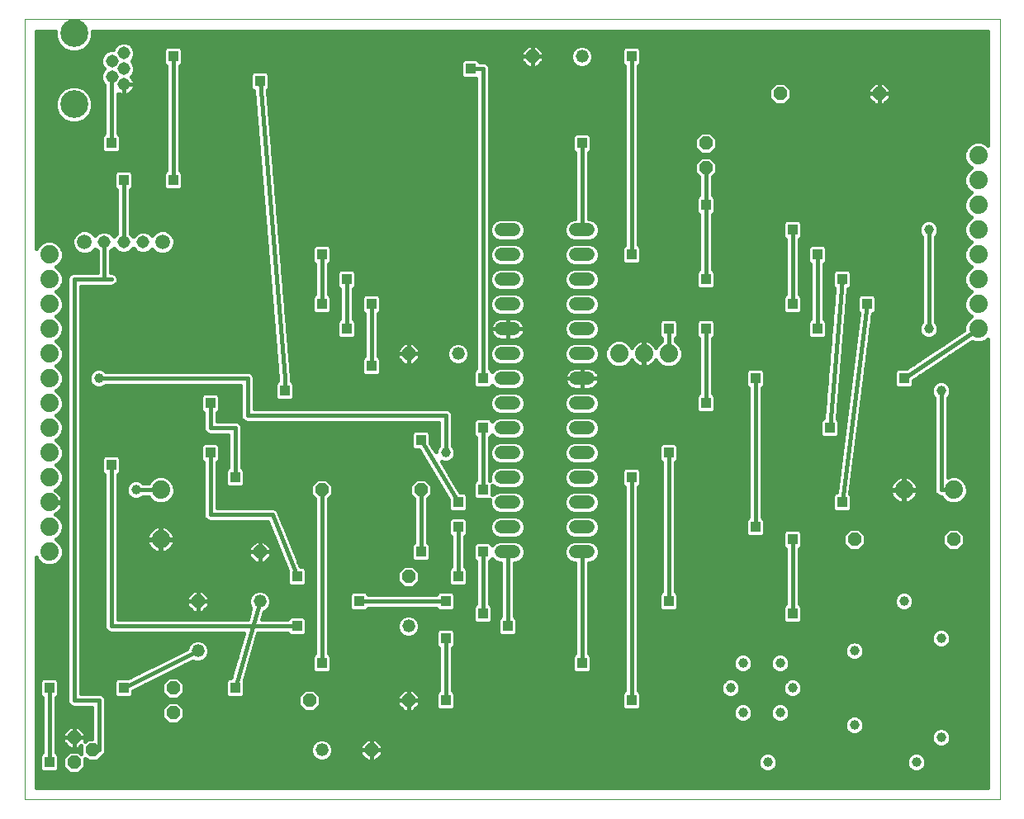
<source format=gbl>
G75*
%MOIN*%
%OFA0B0*%
%FSLAX25Y25*%
%IPPOS*%
%LPD*%
%AMOC8*
5,1,8,0,0,1.08239X$1,22.5*
%
%ADD10C,0.00000*%
%ADD11C,0.05200*%
%ADD12OC8,0.05200*%
%ADD13C,0.05150*%
%ADD14C,0.11220*%
%ADD15C,0.07400*%
%ADD16C,0.05200*%
%ADD17C,0.05937*%
%ADD18C,0.01600*%
%ADD19R,0.03962X0.03962*%
%ADD20C,0.03962*%
D10*
X0001800Y0027394D02*
X0001800Y0342355D01*
X0395501Y0342355D01*
X0395501Y0027394D01*
X0001800Y0027394D01*
D11*
X0071800Y0087394D03*
X0096800Y0107394D03*
X0156800Y0097394D03*
X0121800Y0047394D03*
X0176800Y0207394D03*
X0226800Y0327394D03*
D12*
X0206800Y0327394D03*
X0276800Y0292394D03*
X0276800Y0282394D03*
X0306800Y0312394D03*
X0346800Y0312394D03*
X0161800Y0152394D03*
X0156800Y0117394D03*
X0121800Y0152394D03*
X0096800Y0127394D03*
X0071800Y0107394D03*
X0061800Y0072394D03*
X0061800Y0062394D03*
X0029300Y0047394D03*
X0021800Y0042394D03*
X0021800Y0052394D03*
X0116800Y0067394D03*
X0141800Y0047394D03*
X0156800Y0067394D03*
X0156800Y0207394D03*
X0336800Y0132394D03*
X0376800Y0132394D03*
D13*
X0049674Y0252394D03*
X0041800Y0252394D03*
X0033926Y0252394D03*
X0041879Y0316095D03*
X0037154Y0319245D03*
X0041879Y0322394D03*
X0037154Y0325544D03*
X0041879Y0328693D03*
D14*
X0021800Y0336764D03*
X0021800Y0308024D03*
D15*
X0011800Y0247394D03*
X0011800Y0237394D03*
X0011800Y0227394D03*
X0011800Y0217394D03*
X0011800Y0207394D03*
X0011800Y0197394D03*
X0011800Y0187394D03*
X0011800Y0177394D03*
X0011800Y0167394D03*
X0011800Y0157394D03*
X0011800Y0147394D03*
X0011800Y0137394D03*
X0011800Y0127394D03*
X0056800Y0132394D03*
X0056800Y0152394D03*
X0241800Y0207394D03*
X0251800Y0207394D03*
X0261800Y0207394D03*
X0356800Y0152394D03*
X0376800Y0152394D03*
X0386800Y0217394D03*
X0386800Y0227394D03*
X0386800Y0237394D03*
X0386800Y0247394D03*
X0386800Y0257394D03*
X0386800Y0267394D03*
X0386800Y0277394D03*
X0386800Y0287394D03*
D16*
X0229400Y0257394D02*
X0224200Y0257394D01*
X0224200Y0247394D02*
X0229400Y0247394D01*
X0229400Y0237394D02*
X0224200Y0237394D01*
X0224200Y0227394D02*
X0229400Y0227394D01*
X0229400Y0217394D02*
X0224200Y0217394D01*
X0224200Y0207394D02*
X0229400Y0207394D01*
X0229400Y0197394D02*
X0224200Y0197394D01*
X0224200Y0187394D02*
X0229400Y0187394D01*
X0229400Y0177394D02*
X0224200Y0177394D01*
X0224200Y0167394D02*
X0229400Y0167394D01*
X0229400Y0157394D02*
X0224200Y0157394D01*
X0224200Y0147394D02*
X0229400Y0147394D01*
X0229400Y0137394D02*
X0224200Y0137394D01*
X0224200Y0127394D02*
X0229400Y0127394D01*
X0199400Y0127394D02*
X0194200Y0127394D01*
X0194200Y0137394D02*
X0199400Y0137394D01*
X0199400Y0147394D02*
X0194200Y0147394D01*
X0194200Y0157394D02*
X0199400Y0157394D01*
X0199400Y0167394D02*
X0194200Y0167394D01*
X0194200Y0177394D02*
X0199400Y0177394D01*
X0199400Y0187394D02*
X0194200Y0187394D01*
X0194200Y0197394D02*
X0199400Y0197394D01*
X0199400Y0207394D02*
X0194200Y0207394D01*
X0194200Y0217394D02*
X0199400Y0217394D01*
X0199400Y0227394D02*
X0194200Y0227394D01*
X0194200Y0237394D02*
X0199400Y0237394D01*
X0199400Y0247394D02*
X0194200Y0247394D01*
X0194200Y0257394D02*
X0199400Y0257394D01*
D17*
X0057548Y0252394D03*
X0026052Y0252394D03*
D18*
X0021498Y0254383D02*
X0006600Y0254383D01*
X0006600Y0255981D02*
X0022613Y0255981D01*
X0023238Y0256606D02*
X0021840Y0255209D01*
X0021083Y0253382D01*
X0021083Y0251406D01*
X0021840Y0249580D01*
X0023238Y0248182D01*
X0025064Y0247426D01*
X0027040Y0247426D01*
X0028866Y0248182D01*
X0030264Y0249580D01*
X0030266Y0249584D01*
X0031126Y0248724D01*
X0031126Y0240194D01*
X0021243Y0240194D01*
X0020214Y0239768D01*
X0019426Y0238980D01*
X0019000Y0237951D01*
X0019000Y0066837D01*
X0019426Y0065808D01*
X0020214Y0065020D01*
X0021243Y0064594D01*
X0029000Y0064594D01*
X0029000Y0051994D01*
X0027395Y0051994D01*
X0026200Y0050800D01*
X0026200Y0052394D01*
X0021800Y0052394D01*
X0021800Y0047994D01*
X0023623Y0047994D01*
X0024700Y0049072D01*
X0024700Y0046000D01*
X0023705Y0046994D01*
X0019895Y0046994D01*
X0017200Y0044300D01*
X0017200Y0040489D01*
X0019895Y0037794D01*
X0023705Y0037794D01*
X0026400Y0040489D01*
X0026400Y0043789D01*
X0027395Y0042794D01*
X0031205Y0042794D01*
X0033900Y0045489D01*
X0033900Y0045534D01*
X0034174Y0045808D01*
X0034600Y0046837D01*
X0034600Y0067951D01*
X0034174Y0068980D01*
X0033386Y0069768D01*
X0032357Y0070194D01*
X0024600Y0070194D01*
X0024600Y0234594D01*
X0037357Y0234594D01*
X0038386Y0235020D01*
X0039174Y0235808D01*
X0039600Y0236837D01*
X0039600Y0237951D01*
X0039174Y0238980D01*
X0038386Y0239768D01*
X0037357Y0240194D01*
X0036726Y0240194D01*
X0036726Y0248724D01*
X0037804Y0249803D01*
X0037863Y0249944D01*
X0037922Y0249803D01*
X0039209Y0248516D01*
X0040890Y0247819D01*
X0042710Y0247819D01*
X0044391Y0248516D01*
X0045678Y0249803D01*
X0045737Y0249944D01*
X0045796Y0249803D01*
X0047083Y0248516D01*
X0048764Y0247819D01*
X0050584Y0247819D01*
X0052265Y0248516D01*
X0053334Y0249584D01*
X0053336Y0249580D01*
X0054734Y0248182D01*
X0056560Y0247426D01*
X0058536Y0247426D01*
X0060362Y0248182D01*
X0061760Y0249580D01*
X0062517Y0251406D01*
X0062517Y0253382D01*
X0061760Y0255209D01*
X0060362Y0256606D01*
X0058536Y0257363D01*
X0056560Y0257363D01*
X0054734Y0256606D01*
X0053336Y0255209D01*
X0053334Y0255204D01*
X0052265Y0256273D01*
X0050584Y0256969D01*
X0048764Y0256969D01*
X0047083Y0256273D01*
X0045796Y0254986D01*
X0045737Y0254844D01*
X0045678Y0254986D01*
X0044600Y0256064D01*
X0044600Y0273413D01*
X0044610Y0273413D01*
X0045781Y0274585D01*
X0045781Y0280204D01*
X0044610Y0281375D01*
X0038990Y0281375D01*
X0037819Y0280204D01*
X0037819Y0274585D01*
X0038990Y0273413D01*
X0039000Y0273413D01*
X0039000Y0256064D01*
X0037922Y0254986D01*
X0037863Y0254844D01*
X0037804Y0254986D01*
X0036517Y0256273D01*
X0034836Y0256969D01*
X0033016Y0256969D01*
X0031335Y0256273D01*
X0030266Y0255204D01*
X0030264Y0255209D01*
X0028866Y0256606D01*
X0027040Y0257363D01*
X0025064Y0257363D01*
X0023238Y0256606D01*
X0021083Y0252784D02*
X0013682Y0252784D01*
X0012934Y0253094D02*
X0010666Y0253094D01*
X0008571Y0252226D01*
X0006968Y0250623D01*
X0006600Y0249735D01*
X0006600Y0337555D01*
X0014190Y0337555D01*
X0014190Y0335250D01*
X0015348Y0332453D01*
X0017489Y0330313D01*
X0020286Y0329154D01*
X0023314Y0329154D01*
X0026111Y0330313D01*
X0028252Y0332453D01*
X0029410Y0335250D01*
X0029410Y0337555D01*
X0390701Y0337555D01*
X0390701Y0291554D01*
X0390029Y0292226D01*
X0387934Y0293094D01*
X0385666Y0293094D01*
X0383571Y0292226D01*
X0381968Y0290623D01*
X0381100Y0288528D01*
X0381100Y0286260D01*
X0381968Y0284165D01*
X0383571Y0282562D01*
X0383976Y0282394D01*
X0383571Y0282226D01*
X0381968Y0280623D01*
X0381100Y0278528D01*
X0381100Y0276260D01*
X0381968Y0274165D01*
X0383571Y0272562D01*
X0383976Y0272394D01*
X0383571Y0272226D01*
X0381968Y0270623D01*
X0381100Y0268528D01*
X0381100Y0266260D01*
X0381968Y0264165D01*
X0383571Y0262562D01*
X0383976Y0262394D01*
X0383571Y0262226D01*
X0381968Y0260623D01*
X0381100Y0258528D01*
X0381100Y0256260D01*
X0381968Y0254165D01*
X0383571Y0252562D01*
X0383976Y0252394D01*
X0383571Y0252226D01*
X0381968Y0250623D01*
X0381100Y0248528D01*
X0381100Y0246260D01*
X0381968Y0244165D01*
X0383571Y0242562D01*
X0383976Y0242394D01*
X0383571Y0242226D01*
X0381968Y0240623D01*
X0381100Y0238528D01*
X0381100Y0236260D01*
X0381968Y0234165D01*
X0383571Y0232562D01*
X0383976Y0232394D01*
X0383571Y0232226D01*
X0381968Y0230623D01*
X0381100Y0228528D01*
X0381100Y0226260D01*
X0381968Y0224165D01*
X0383571Y0222562D01*
X0383976Y0222394D01*
X0383571Y0222226D01*
X0381968Y0220623D01*
X0381100Y0218528D01*
X0381100Y0216959D01*
X0357724Y0201375D01*
X0353990Y0201375D01*
X0352819Y0200204D01*
X0352819Y0194585D01*
X0353990Y0193413D01*
X0359610Y0193413D01*
X0360781Y0194585D01*
X0360781Y0196683D01*
X0384205Y0212299D01*
X0385666Y0211694D01*
X0387934Y0211694D01*
X0390029Y0212562D01*
X0390701Y0213234D01*
X0390701Y0032194D01*
X0006600Y0032194D01*
X0006600Y0125053D01*
X0006968Y0124165D01*
X0008571Y0122562D01*
X0010666Y0121694D01*
X0012934Y0121694D01*
X0015029Y0122562D01*
X0016632Y0124165D01*
X0017500Y0126260D01*
X0017500Y0128528D01*
X0016632Y0130623D01*
X0015029Y0132226D01*
X0014624Y0132394D01*
X0015029Y0132562D01*
X0016632Y0134165D01*
X0017500Y0136260D01*
X0017500Y0138528D01*
X0016632Y0140623D01*
X0015029Y0142226D01*
X0014336Y0142513D01*
X0014683Y0142690D01*
X0015383Y0143199D01*
X0015995Y0143811D01*
X0016504Y0144512D01*
X0016897Y0145283D01*
X0017165Y0146106D01*
X0017300Y0146961D01*
X0017300Y0147194D01*
X0012000Y0147194D01*
X0012000Y0147594D01*
X0017300Y0147594D01*
X0017300Y0147827D01*
X0017165Y0148682D01*
X0016897Y0149505D01*
X0016504Y0150277D01*
X0015995Y0150977D01*
X0015383Y0151589D01*
X0014683Y0152098D01*
X0014336Y0152275D01*
X0015029Y0152562D01*
X0016632Y0154165D01*
X0017500Y0156260D01*
X0017500Y0158528D01*
X0016632Y0160623D01*
X0015029Y0162226D01*
X0014624Y0162394D01*
X0015029Y0162562D01*
X0016632Y0164165D01*
X0017500Y0166260D01*
X0017500Y0168528D01*
X0016632Y0170623D01*
X0015029Y0172226D01*
X0014624Y0172394D01*
X0015029Y0172562D01*
X0016632Y0174165D01*
X0017500Y0176260D01*
X0017500Y0178528D01*
X0016632Y0180623D01*
X0015029Y0182226D01*
X0014624Y0182394D01*
X0015029Y0182562D01*
X0016632Y0184165D01*
X0017500Y0186260D01*
X0017500Y0188528D01*
X0016632Y0190623D01*
X0015029Y0192226D01*
X0014624Y0192394D01*
X0015029Y0192562D01*
X0016632Y0194165D01*
X0017500Y0196260D01*
X0017500Y0198528D01*
X0016632Y0200623D01*
X0015029Y0202226D01*
X0014624Y0202394D01*
X0015029Y0202562D01*
X0016632Y0204165D01*
X0017500Y0206260D01*
X0017500Y0208528D01*
X0016632Y0210623D01*
X0015029Y0212226D01*
X0014624Y0212394D01*
X0015029Y0212562D01*
X0016632Y0214165D01*
X0017500Y0216260D01*
X0017500Y0218528D01*
X0016632Y0220623D01*
X0015029Y0222226D01*
X0014624Y0222394D01*
X0015029Y0222562D01*
X0016632Y0224165D01*
X0017500Y0226260D01*
X0017500Y0228528D01*
X0016632Y0230623D01*
X0015029Y0232226D01*
X0014624Y0232394D01*
X0015029Y0232562D01*
X0016632Y0234165D01*
X0017500Y0236260D01*
X0017500Y0238528D01*
X0016632Y0240623D01*
X0015029Y0242226D01*
X0014624Y0242394D01*
X0015029Y0242562D01*
X0016632Y0244165D01*
X0017500Y0246260D01*
X0017500Y0248528D01*
X0016632Y0250623D01*
X0015029Y0252226D01*
X0012934Y0253094D01*
X0009918Y0252784D02*
X0006600Y0252784D01*
X0006600Y0251186D02*
X0007531Y0251186D01*
X0006600Y0257580D02*
X0039000Y0257580D01*
X0039000Y0259178D02*
X0006600Y0259178D01*
X0006600Y0260777D02*
X0039000Y0260777D01*
X0039000Y0262375D02*
X0006600Y0262375D01*
X0006600Y0263974D02*
X0039000Y0263974D01*
X0039000Y0265572D02*
X0006600Y0265572D01*
X0006600Y0267171D02*
X0039000Y0267171D01*
X0039000Y0268769D02*
X0006600Y0268769D01*
X0006600Y0270368D02*
X0039000Y0270368D01*
X0039000Y0271966D02*
X0006600Y0271966D01*
X0006600Y0273565D02*
X0038839Y0273565D01*
X0037819Y0275163D02*
X0006600Y0275163D01*
X0006600Y0276762D02*
X0037819Y0276762D01*
X0037819Y0278360D02*
X0006600Y0278360D01*
X0006600Y0279959D02*
X0037819Y0279959D01*
X0041800Y0277394D02*
X0041800Y0252394D01*
X0040481Y0247989D02*
X0036726Y0247989D01*
X0036726Y0246390D02*
X0099907Y0246390D01*
X0100041Y0244792D02*
X0036726Y0244792D01*
X0036726Y0243193D02*
X0100174Y0243193D01*
X0100307Y0241595D02*
X0036726Y0241595D01*
X0037835Y0239996D02*
X0100440Y0239996D01*
X0100573Y0238398D02*
X0039415Y0238398D01*
X0039584Y0236799D02*
X0100707Y0236799D01*
X0100840Y0235201D02*
X0038566Y0235201D01*
X0036800Y0237394D02*
X0033926Y0237394D01*
X0033926Y0252394D01*
X0036809Y0255981D02*
X0038917Y0255981D01*
X0044683Y0255981D02*
X0046791Y0255981D01*
X0044600Y0257580D02*
X0098975Y0257580D01*
X0098842Y0259178D02*
X0044600Y0259178D01*
X0044600Y0260777D02*
X0098708Y0260777D01*
X0098575Y0262375D02*
X0044600Y0262375D01*
X0044600Y0263974D02*
X0098442Y0263974D01*
X0098309Y0265572D02*
X0044600Y0265572D01*
X0044600Y0267171D02*
X0098176Y0267171D01*
X0098042Y0268769D02*
X0044600Y0268769D01*
X0044600Y0270368D02*
X0097909Y0270368D01*
X0097776Y0271966D02*
X0044600Y0271966D01*
X0044761Y0273565D02*
X0058839Y0273565D01*
X0058990Y0273413D02*
X0064610Y0273413D01*
X0065781Y0274585D01*
X0065781Y0280204D01*
X0064610Y0281375D01*
X0064600Y0281375D01*
X0064600Y0323413D01*
X0064610Y0323413D01*
X0065781Y0324585D01*
X0065781Y0330204D01*
X0064610Y0331375D01*
X0058990Y0331375D01*
X0057819Y0330204D01*
X0057819Y0324585D01*
X0058990Y0323413D01*
X0059000Y0323413D01*
X0059000Y0281375D01*
X0058990Y0281375D01*
X0057819Y0280204D01*
X0057819Y0274585D01*
X0058990Y0273413D01*
X0057819Y0275163D02*
X0045781Y0275163D01*
X0045781Y0276762D02*
X0057819Y0276762D01*
X0057819Y0278360D02*
X0045781Y0278360D01*
X0045781Y0279959D02*
X0057819Y0279959D01*
X0059000Y0281557D02*
X0006600Y0281557D01*
X0006600Y0283156D02*
X0059000Y0283156D01*
X0059000Y0284755D02*
X0006600Y0284755D01*
X0006600Y0286353D02*
X0059000Y0286353D01*
X0059000Y0287952D02*
X0006600Y0287952D01*
X0006600Y0289550D02*
X0032854Y0289550D01*
X0032819Y0289585D02*
X0033990Y0288413D01*
X0039610Y0288413D01*
X0040781Y0289585D01*
X0040781Y0295204D01*
X0039610Y0296375D01*
X0039600Y0296375D01*
X0039600Y0312346D01*
X0040199Y0312041D01*
X0040854Y0311828D01*
X0041534Y0311720D01*
X0041879Y0311720D01*
X0042223Y0311720D01*
X0042903Y0311828D01*
X0043558Y0312041D01*
X0044172Y0312353D01*
X0044729Y0312758D01*
X0045216Y0313245D01*
X0045620Y0313802D01*
X0045933Y0314416D01*
X0046146Y0315071D01*
X0046254Y0315751D01*
X0046254Y0316095D01*
X0046254Y0316439D01*
X0046146Y0317119D01*
X0045933Y0317774D01*
X0045620Y0318388D01*
X0045216Y0318945D01*
X0045057Y0319103D01*
X0045757Y0319803D01*
X0046454Y0321484D01*
X0046454Y0323304D01*
X0045757Y0324986D01*
X0045199Y0325544D01*
X0045757Y0326102D01*
X0046454Y0327783D01*
X0046454Y0329603D01*
X0045757Y0331285D01*
X0044470Y0332572D01*
X0042789Y0333268D01*
X0040969Y0333268D01*
X0039287Y0332572D01*
X0038000Y0331285D01*
X0037517Y0330119D01*
X0036244Y0330119D01*
X0034563Y0329422D01*
X0033276Y0328135D01*
X0032580Y0326454D01*
X0032580Y0324634D01*
X0033276Y0322952D01*
X0033834Y0322394D01*
X0033276Y0321836D01*
X0032580Y0320155D01*
X0032580Y0318335D01*
X0033276Y0316653D01*
X0034000Y0315929D01*
X0034000Y0296375D01*
X0033990Y0296375D01*
X0032819Y0295204D01*
X0032819Y0289585D01*
X0032819Y0291149D02*
X0006600Y0291149D01*
X0006600Y0292747D02*
X0032819Y0292747D01*
X0032819Y0294346D02*
X0006600Y0294346D01*
X0006600Y0295944D02*
X0033559Y0295944D01*
X0034000Y0297543D02*
X0006600Y0297543D01*
X0006600Y0299141D02*
X0034000Y0299141D01*
X0034000Y0300740D02*
X0024100Y0300740D01*
X0023314Y0300414D02*
X0026111Y0301572D01*
X0028252Y0303713D01*
X0029410Y0306510D01*
X0029410Y0309538D01*
X0028252Y0312335D01*
X0026111Y0314476D01*
X0023314Y0315634D01*
X0020286Y0315634D01*
X0017489Y0314476D01*
X0015348Y0312335D01*
X0014190Y0309538D01*
X0014190Y0306510D01*
X0015348Y0303713D01*
X0017489Y0301572D01*
X0020286Y0300414D01*
X0023314Y0300414D01*
X0019500Y0300740D02*
X0006600Y0300740D01*
X0006600Y0302338D02*
X0016723Y0302338D01*
X0015256Y0303937D02*
X0006600Y0303937D01*
X0006600Y0305535D02*
X0014594Y0305535D01*
X0014190Y0307134D02*
X0006600Y0307134D01*
X0006600Y0308732D02*
X0014190Y0308732D01*
X0014518Y0310331D02*
X0006600Y0310331D01*
X0006600Y0311929D02*
X0015180Y0311929D01*
X0016541Y0313528D02*
X0006600Y0313528D01*
X0006600Y0315126D02*
X0019060Y0315126D01*
X0024540Y0315126D02*
X0034000Y0315126D01*
X0034000Y0313528D02*
X0027059Y0313528D01*
X0028420Y0311929D02*
X0034000Y0311929D01*
X0034000Y0310331D02*
X0029082Y0310331D01*
X0029410Y0308732D02*
X0034000Y0308732D01*
X0034000Y0307134D02*
X0029410Y0307134D01*
X0029006Y0305535D02*
X0034000Y0305535D01*
X0034000Y0303937D02*
X0028344Y0303937D01*
X0026877Y0302338D02*
X0034000Y0302338D01*
X0039600Y0302338D02*
X0059000Y0302338D01*
X0059000Y0300740D02*
X0039600Y0300740D01*
X0039600Y0299141D02*
X0059000Y0299141D01*
X0059000Y0297543D02*
X0039600Y0297543D01*
X0040041Y0295944D02*
X0059000Y0295944D01*
X0059000Y0294346D02*
X0040781Y0294346D01*
X0040781Y0292747D02*
X0059000Y0292747D01*
X0059000Y0291149D02*
X0040781Y0291149D01*
X0040746Y0289550D02*
X0059000Y0289550D01*
X0064600Y0289550D02*
X0096311Y0289550D01*
X0096444Y0287952D02*
X0064600Y0287952D01*
X0064600Y0286353D02*
X0096577Y0286353D01*
X0096710Y0284755D02*
X0064600Y0284755D01*
X0064600Y0283156D02*
X0096843Y0283156D01*
X0096977Y0281557D02*
X0064600Y0281557D01*
X0065781Y0279959D02*
X0097110Y0279959D01*
X0097243Y0278360D02*
X0065781Y0278360D01*
X0065781Y0276762D02*
X0097376Y0276762D01*
X0097510Y0275163D02*
X0065781Y0275163D01*
X0064761Y0273565D02*
X0097643Y0273565D01*
X0103262Y0273565D02*
X0184000Y0273565D01*
X0184000Y0275163D02*
X0103129Y0275163D01*
X0102996Y0276762D02*
X0184000Y0276762D01*
X0184000Y0278360D02*
X0102862Y0278360D01*
X0102729Y0279959D02*
X0184000Y0279959D01*
X0184000Y0281557D02*
X0102596Y0281557D01*
X0102463Y0283156D02*
X0184000Y0283156D01*
X0184000Y0284755D02*
X0102330Y0284755D01*
X0102196Y0286353D02*
X0184000Y0286353D01*
X0184000Y0287952D02*
X0102063Y0287952D01*
X0101930Y0289550D02*
X0184000Y0289550D01*
X0184000Y0291149D02*
X0101797Y0291149D01*
X0101664Y0292747D02*
X0184000Y0292747D01*
X0184000Y0294346D02*
X0101530Y0294346D01*
X0101397Y0295944D02*
X0184000Y0295944D01*
X0184000Y0297543D02*
X0101264Y0297543D01*
X0101131Y0299141D02*
X0184000Y0299141D01*
X0184000Y0300740D02*
X0100998Y0300740D01*
X0100864Y0302338D02*
X0184000Y0302338D01*
X0184000Y0303937D02*
X0100731Y0303937D01*
X0100598Y0305535D02*
X0184000Y0305535D01*
X0184000Y0307134D02*
X0100465Y0307134D01*
X0100332Y0308732D02*
X0184000Y0308732D01*
X0184000Y0310331D02*
X0100198Y0310331D01*
X0100065Y0311929D02*
X0184000Y0311929D01*
X0184000Y0313528D02*
X0099932Y0313528D01*
X0099916Y0313719D02*
X0100781Y0314585D01*
X0100781Y0320204D01*
X0099610Y0321375D01*
X0093990Y0321375D01*
X0092819Y0320204D01*
X0092819Y0314585D01*
X0093990Y0313413D01*
X0094322Y0313413D01*
X0104000Y0197278D01*
X0104000Y0196375D01*
X0103990Y0196375D01*
X0102819Y0195204D01*
X0102819Y0189585D01*
X0103990Y0188413D01*
X0109610Y0188413D01*
X0110781Y0189585D01*
X0110781Y0195204D01*
X0109610Y0196375D01*
X0109600Y0196375D01*
X0109600Y0196957D01*
X0109637Y0197072D01*
X0109600Y0197511D01*
X0109600Y0197951D01*
X0109554Y0198062D01*
X0099916Y0313719D01*
X0100781Y0315126D02*
X0184000Y0315126D01*
X0184000Y0316725D02*
X0100781Y0316725D01*
X0100781Y0318323D02*
X0184000Y0318323D01*
X0184000Y0318413D02*
X0184000Y0201375D01*
X0183990Y0201375D01*
X0182819Y0200204D01*
X0182819Y0194585D01*
X0183990Y0193413D01*
X0189610Y0193413D01*
X0190643Y0194446D01*
X0191594Y0193495D01*
X0193285Y0192794D01*
X0200315Y0192794D01*
X0202006Y0193495D01*
X0203300Y0194788D01*
X0204000Y0196479D01*
X0204000Y0198309D01*
X0203300Y0200000D01*
X0202006Y0201294D01*
X0200315Y0201994D01*
X0193285Y0201994D01*
X0191594Y0201294D01*
X0190643Y0200342D01*
X0189610Y0201375D01*
X0189600Y0201375D01*
X0189600Y0322951D01*
X0189174Y0323980D01*
X0188386Y0324768D01*
X0187357Y0325194D01*
X0186243Y0325194D01*
X0185781Y0325194D01*
X0185781Y0325204D01*
X0184610Y0326375D01*
X0178990Y0326375D01*
X0177819Y0325204D01*
X0177819Y0319585D01*
X0178990Y0318413D01*
X0184000Y0318413D01*
X0181800Y0322394D02*
X0186800Y0322394D01*
X0186800Y0197394D01*
X0182819Y0196836D02*
X0109600Y0196836D01*
X0109523Y0198435D02*
X0138969Y0198435D01*
X0138990Y0198413D02*
X0144610Y0198413D01*
X0145781Y0199585D01*
X0145781Y0205204D01*
X0144610Y0206375D01*
X0144600Y0206375D01*
X0144600Y0223413D01*
X0144610Y0223413D01*
X0145781Y0224585D01*
X0145781Y0230204D01*
X0144610Y0231375D01*
X0138990Y0231375D01*
X0137819Y0230204D01*
X0137819Y0224585D01*
X0138990Y0223413D01*
X0139000Y0223413D01*
X0139000Y0206375D01*
X0138990Y0206375D01*
X0137819Y0205204D01*
X0137819Y0199585D01*
X0138990Y0198413D01*
X0137819Y0200033D02*
X0109390Y0200033D01*
X0109257Y0201632D02*
X0137819Y0201632D01*
X0137819Y0203230D02*
X0109123Y0203230D01*
X0108990Y0204829D02*
X0137819Y0204829D01*
X0139000Y0206427D02*
X0108857Y0206427D01*
X0108724Y0208026D02*
X0139000Y0208026D01*
X0139000Y0209624D02*
X0108591Y0209624D01*
X0108457Y0211223D02*
X0139000Y0211223D01*
X0139000Y0212822D02*
X0108324Y0212822D01*
X0108191Y0214420D02*
X0127984Y0214420D01*
X0127819Y0214585D02*
X0128990Y0213413D01*
X0134610Y0213413D01*
X0135781Y0214585D01*
X0135781Y0220204D01*
X0134610Y0221375D01*
X0134600Y0221375D01*
X0134600Y0233413D01*
X0134610Y0233413D01*
X0135781Y0234585D01*
X0135781Y0240204D01*
X0134610Y0241375D01*
X0128990Y0241375D01*
X0127819Y0240204D01*
X0127819Y0234585D01*
X0128990Y0233413D01*
X0129000Y0233413D01*
X0129000Y0221375D01*
X0128990Y0221375D01*
X0127819Y0220204D01*
X0127819Y0214585D01*
X0127819Y0216019D02*
X0108058Y0216019D01*
X0107924Y0217617D02*
X0127819Y0217617D01*
X0127819Y0219216D02*
X0107791Y0219216D01*
X0107658Y0220814D02*
X0128429Y0220814D01*
X0129000Y0222413D02*
X0107525Y0222413D01*
X0107392Y0224011D02*
X0118392Y0224011D01*
X0117819Y0224585D02*
X0118990Y0223413D01*
X0124610Y0223413D01*
X0125781Y0224585D01*
X0125781Y0230204D01*
X0124610Y0231375D01*
X0124600Y0231375D01*
X0124600Y0243413D01*
X0124610Y0243413D01*
X0125781Y0244585D01*
X0125781Y0250204D01*
X0124610Y0251375D01*
X0118990Y0251375D01*
X0117819Y0250204D01*
X0117819Y0244585D01*
X0118990Y0243413D01*
X0119000Y0243413D01*
X0119000Y0231375D01*
X0118990Y0231375D01*
X0117819Y0230204D01*
X0117819Y0224585D01*
X0117819Y0225610D02*
X0107258Y0225610D01*
X0107125Y0227208D02*
X0117819Y0227208D01*
X0117819Y0228807D02*
X0106992Y0228807D01*
X0106859Y0230405D02*
X0118020Y0230405D01*
X0119000Y0232004D02*
X0106726Y0232004D01*
X0106592Y0233602D02*
X0119000Y0233602D01*
X0119000Y0235201D02*
X0106459Y0235201D01*
X0106326Y0236799D02*
X0119000Y0236799D01*
X0119000Y0238398D02*
X0106193Y0238398D01*
X0106060Y0239996D02*
X0119000Y0239996D01*
X0119000Y0241595D02*
X0105926Y0241595D01*
X0105793Y0243193D02*
X0119000Y0243193D01*
X0117819Y0244792D02*
X0105660Y0244792D01*
X0105527Y0246390D02*
X0117819Y0246390D01*
X0117819Y0247989D02*
X0105393Y0247989D01*
X0105260Y0249587D02*
X0117819Y0249587D01*
X0118801Y0251186D02*
X0105127Y0251186D01*
X0104994Y0252784D02*
X0184000Y0252784D01*
X0184000Y0251186D02*
X0124799Y0251186D01*
X0125781Y0249587D02*
X0184000Y0249587D01*
X0184000Y0247989D02*
X0125781Y0247989D01*
X0125781Y0246390D02*
X0184000Y0246390D01*
X0184000Y0244792D02*
X0125781Y0244792D01*
X0124600Y0243193D02*
X0184000Y0243193D01*
X0184000Y0241595D02*
X0124600Y0241595D01*
X0124600Y0239996D02*
X0127819Y0239996D01*
X0127819Y0238398D02*
X0124600Y0238398D01*
X0124600Y0236799D02*
X0127819Y0236799D01*
X0127819Y0235201D02*
X0124600Y0235201D01*
X0124600Y0233602D02*
X0128801Y0233602D01*
X0129000Y0232004D02*
X0124600Y0232004D01*
X0125580Y0230405D02*
X0129000Y0230405D01*
X0129000Y0228807D02*
X0125781Y0228807D01*
X0125781Y0227208D02*
X0129000Y0227208D01*
X0129000Y0225610D02*
X0125781Y0225610D01*
X0125208Y0224011D02*
X0129000Y0224011D01*
X0134600Y0224011D02*
X0138392Y0224011D01*
X0137819Y0225610D02*
X0134600Y0225610D01*
X0134600Y0227208D02*
X0137819Y0227208D01*
X0137819Y0228807D02*
X0134600Y0228807D01*
X0134600Y0230405D02*
X0138020Y0230405D01*
X0134600Y0232004D02*
X0184000Y0232004D01*
X0184000Y0233602D02*
X0134799Y0233602D01*
X0135781Y0235201D02*
X0184000Y0235201D01*
X0184000Y0236799D02*
X0135781Y0236799D01*
X0135781Y0238398D02*
X0184000Y0238398D01*
X0184000Y0239996D02*
X0135781Y0239996D01*
X0131800Y0237394D02*
X0131800Y0217394D01*
X0135781Y0217617D02*
X0139000Y0217617D01*
X0139000Y0216019D02*
X0135781Y0216019D01*
X0135616Y0214420D02*
X0139000Y0214420D01*
X0139000Y0219216D02*
X0135781Y0219216D01*
X0135171Y0220814D02*
X0139000Y0220814D01*
X0139000Y0222413D02*
X0134600Y0222413D01*
X0141800Y0227394D02*
X0141800Y0202394D01*
X0145781Y0201632D02*
X0184000Y0201632D01*
X0184000Y0203230D02*
X0178768Y0203230D01*
X0179406Y0203495D02*
X0177715Y0202794D01*
X0175885Y0202794D01*
X0174194Y0203495D01*
X0172900Y0204788D01*
X0172200Y0206479D01*
X0172200Y0208309D01*
X0172900Y0210000D01*
X0174194Y0211294D01*
X0175885Y0211994D01*
X0177715Y0211994D01*
X0179406Y0211294D01*
X0180700Y0210000D01*
X0181400Y0208309D01*
X0181400Y0206479D01*
X0180700Y0204788D01*
X0179406Y0203495D01*
X0180716Y0204829D02*
X0184000Y0204829D01*
X0184000Y0206427D02*
X0181379Y0206427D01*
X0181400Y0208026D02*
X0184000Y0208026D01*
X0184000Y0209624D02*
X0180855Y0209624D01*
X0179477Y0211223D02*
X0184000Y0211223D01*
X0184000Y0212822D02*
X0144600Y0212822D01*
X0144600Y0214420D02*
X0184000Y0214420D01*
X0184000Y0216019D02*
X0144600Y0216019D01*
X0144600Y0217617D02*
X0184000Y0217617D01*
X0184000Y0219216D02*
X0144600Y0219216D01*
X0144600Y0220814D02*
X0184000Y0220814D01*
X0184000Y0222413D02*
X0144600Y0222413D01*
X0145208Y0224011D02*
X0184000Y0224011D01*
X0184000Y0225610D02*
X0145781Y0225610D01*
X0145781Y0227208D02*
X0184000Y0227208D01*
X0184000Y0228807D02*
X0145781Y0228807D01*
X0145580Y0230405D02*
X0184000Y0230405D01*
X0189600Y0230405D02*
X0190706Y0230405D01*
X0190300Y0230000D02*
X0189600Y0228309D01*
X0189600Y0226479D01*
X0190300Y0224788D01*
X0191594Y0223495D01*
X0193285Y0222794D01*
X0200315Y0222794D01*
X0202006Y0223495D01*
X0203300Y0224788D01*
X0204000Y0226479D01*
X0204000Y0228309D01*
X0203300Y0230000D01*
X0202006Y0231294D01*
X0200315Y0231994D01*
X0193285Y0231994D01*
X0191594Y0231294D01*
X0190300Y0230000D01*
X0189806Y0228807D02*
X0189600Y0228807D01*
X0189600Y0227208D02*
X0189600Y0227208D01*
X0189600Y0225610D02*
X0189960Y0225610D01*
X0189600Y0224011D02*
X0191078Y0224011D01*
X0189600Y0222413D02*
X0319000Y0222413D01*
X0319000Y0221375D02*
X0318990Y0221375D01*
X0317819Y0220204D01*
X0317819Y0214585D01*
X0318990Y0213413D01*
X0324610Y0213413D01*
X0325781Y0214585D01*
X0325781Y0220204D01*
X0324610Y0221375D01*
X0324600Y0221375D01*
X0324600Y0243413D01*
X0324610Y0243413D01*
X0325781Y0244585D01*
X0325781Y0250204D01*
X0324610Y0251375D01*
X0318990Y0251375D01*
X0317819Y0250204D01*
X0317819Y0244585D01*
X0318990Y0243413D01*
X0319000Y0243413D01*
X0319000Y0221375D01*
X0318429Y0220814D02*
X0280171Y0220814D01*
X0279610Y0221375D02*
X0273990Y0221375D01*
X0272819Y0220204D01*
X0272819Y0214585D01*
X0273990Y0213413D01*
X0274000Y0213413D01*
X0274000Y0191375D01*
X0273990Y0191375D01*
X0272819Y0190204D01*
X0272819Y0184585D01*
X0273990Y0183413D01*
X0279610Y0183413D01*
X0280781Y0184585D01*
X0280781Y0190204D01*
X0279610Y0191375D01*
X0279600Y0191375D01*
X0279600Y0213413D01*
X0279610Y0213413D01*
X0280781Y0214585D01*
X0280781Y0220204D01*
X0279610Y0221375D01*
X0280781Y0219216D02*
X0317819Y0219216D01*
X0317819Y0217617D02*
X0280781Y0217617D01*
X0280781Y0216019D02*
X0317819Y0216019D01*
X0317984Y0214420D02*
X0280616Y0214420D01*
X0279600Y0212822D02*
X0326943Y0212822D01*
X0327076Y0214420D02*
X0325616Y0214420D01*
X0325781Y0216019D02*
X0327209Y0216019D01*
X0327342Y0217617D02*
X0325781Y0217617D01*
X0325781Y0219216D02*
X0327475Y0219216D01*
X0327609Y0220814D02*
X0325171Y0220814D01*
X0324600Y0222413D02*
X0327742Y0222413D01*
X0327875Y0224011D02*
X0324600Y0224011D01*
X0324600Y0225610D02*
X0328008Y0225610D01*
X0328141Y0227208D02*
X0324600Y0227208D01*
X0324600Y0228807D02*
X0328275Y0228807D01*
X0328408Y0230405D02*
X0324600Y0230405D01*
X0324600Y0232004D02*
X0328541Y0232004D01*
X0328674Y0233602D02*
X0324600Y0233602D01*
X0324600Y0235201D02*
X0327819Y0235201D01*
X0327819Y0234585D02*
X0328684Y0233719D01*
X0324322Y0181375D01*
X0323990Y0181375D01*
X0322819Y0180204D01*
X0322819Y0174585D01*
X0323990Y0173413D01*
X0329610Y0173413D01*
X0330781Y0174585D01*
X0330781Y0180204D01*
X0329916Y0181069D01*
X0334278Y0233413D01*
X0334610Y0233413D01*
X0335781Y0234585D01*
X0335781Y0240204D01*
X0334610Y0241375D01*
X0328990Y0241375D01*
X0327819Y0240204D01*
X0327819Y0234585D01*
X0327819Y0236799D02*
X0324600Y0236799D01*
X0324600Y0238398D02*
X0327819Y0238398D01*
X0327819Y0239996D02*
X0324600Y0239996D01*
X0324600Y0241595D02*
X0364000Y0241595D01*
X0364000Y0243193D02*
X0324600Y0243193D01*
X0325781Y0244792D02*
X0364000Y0244792D01*
X0364000Y0246390D02*
X0325781Y0246390D01*
X0325781Y0247989D02*
X0364000Y0247989D01*
X0364000Y0249587D02*
X0325781Y0249587D01*
X0324799Y0251186D02*
X0364000Y0251186D01*
X0364000Y0252784D02*
X0314600Y0252784D01*
X0314600Y0253413D02*
X0314610Y0253413D01*
X0315781Y0254585D01*
X0315781Y0260204D01*
X0314610Y0261375D01*
X0308990Y0261375D01*
X0307819Y0260204D01*
X0307819Y0254585D01*
X0308990Y0253413D01*
X0309000Y0253413D01*
X0309000Y0231375D01*
X0308990Y0231375D01*
X0307819Y0230204D01*
X0307819Y0224585D01*
X0308990Y0223413D01*
X0314610Y0223413D01*
X0315781Y0224585D01*
X0315781Y0230204D01*
X0314610Y0231375D01*
X0314600Y0231375D01*
X0314600Y0253413D01*
X0315579Y0254383D02*
X0364000Y0254383D01*
X0364000Y0254564D02*
X0364000Y0220224D01*
X0363425Y0219649D01*
X0362819Y0218186D01*
X0362819Y0216602D01*
X0363425Y0215139D01*
X0364545Y0214019D01*
X0366008Y0213413D01*
X0367592Y0213413D01*
X0369055Y0214019D01*
X0370175Y0215139D01*
X0370781Y0216602D01*
X0370781Y0218186D01*
X0370175Y0219649D01*
X0369600Y0220224D01*
X0369600Y0254564D01*
X0370175Y0255139D01*
X0370781Y0256602D01*
X0370781Y0258186D01*
X0370175Y0259649D01*
X0369055Y0260769D01*
X0367592Y0261375D01*
X0366008Y0261375D01*
X0364545Y0260769D01*
X0363425Y0259649D01*
X0362819Y0258186D01*
X0362819Y0256602D01*
X0363425Y0255139D01*
X0364000Y0254564D01*
X0363076Y0255981D02*
X0315781Y0255981D01*
X0315781Y0257580D02*
X0362819Y0257580D01*
X0363230Y0259178D02*
X0315781Y0259178D01*
X0315208Y0260777D02*
X0364563Y0260777D01*
X0366800Y0257394D02*
X0366800Y0217394D01*
X0370539Y0216019D02*
X0379689Y0216019D01*
X0381100Y0217617D02*
X0370781Y0217617D01*
X0370355Y0219216D02*
X0381385Y0219216D01*
X0382159Y0220814D02*
X0369600Y0220814D01*
X0369600Y0222413D02*
X0383932Y0222413D01*
X0382122Y0224011D02*
X0369600Y0224011D01*
X0369600Y0225610D02*
X0381370Y0225610D01*
X0381100Y0227208D02*
X0369600Y0227208D01*
X0369600Y0228807D02*
X0381215Y0228807D01*
X0381878Y0230405D02*
X0369600Y0230405D01*
X0369600Y0232004D02*
X0383348Y0232004D01*
X0382531Y0233602D02*
X0369600Y0233602D01*
X0369600Y0235201D02*
X0381539Y0235201D01*
X0381100Y0236799D02*
X0369600Y0236799D01*
X0369600Y0238398D02*
X0381100Y0238398D01*
X0381708Y0239996D02*
X0369600Y0239996D01*
X0369600Y0241595D02*
X0382939Y0241595D01*
X0382940Y0243193D02*
X0369600Y0243193D01*
X0369600Y0244792D02*
X0381708Y0244792D01*
X0381100Y0246390D02*
X0369600Y0246390D01*
X0369600Y0247989D02*
X0381100Y0247989D01*
X0381539Y0249587D02*
X0369600Y0249587D01*
X0369600Y0251186D02*
X0382531Y0251186D01*
X0383349Y0252784D02*
X0369600Y0252784D01*
X0369600Y0254383D02*
X0381878Y0254383D01*
X0381216Y0255981D02*
X0370524Y0255981D01*
X0370781Y0257580D02*
X0381100Y0257580D01*
X0381369Y0259178D02*
X0370370Y0259178D01*
X0369037Y0260777D02*
X0382122Y0260777D01*
X0383931Y0262375D02*
X0279600Y0262375D01*
X0279600Y0263413D02*
X0279610Y0263413D01*
X0280781Y0264585D01*
X0280781Y0270204D01*
X0279610Y0271375D01*
X0279600Y0271375D01*
X0279600Y0278689D01*
X0281400Y0280489D01*
X0281400Y0284300D01*
X0278705Y0286994D01*
X0274895Y0286994D01*
X0272200Y0284300D01*
X0272200Y0280489D01*
X0274000Y0278689D01*
X0274000Y0271375D01*
X0273990Y0271375D01*
X0272819Y0270204D01*
X0272819Y0264585D01*
X0273990Y0263413D01*
X0274000Y0263413D01*
X0274000Y0241375D01*
X0273990Y0241375D01*
X0272819Y0240204D01*
X0272819Y0234585D01*
X0273990Y0233413D01*
X0279610Y0233413D01*
X0280781Y0234585D01*
X0280781Y0240204D01*
X0279610Y0241375D01*
X0279600Y0241375D01*
X0279600Y0263413D01*
X0280170Y0263974D02*
X0382159Y0263974D01*
X0381385Y0265572D02*
X0280781Y0265572D01*
X0280781Y0267171D02*
X0381100Y0267171D01*
X0381200Y0268769D02*
X0280781Y0268769D01*
X0280617Y0270368D02*
X0381862Y0270368D01*
X0383311Y0271966D02*
X0279600Y0271966D01*
X0279600Y0273565D02*
X0382568Y0273565D01*
X0381554Y0275163D02*
X0279600Y0275163D01*
X0279600Y0276762D02*
X0381100Y0276762D01*
X0381100Y0278360D02*
X0279600Y0278360D01*
X0280870Y0279959D02*
X0381693Y0279959D01*
X0382902Y0281557D02*
X0281400Y0281557D01*
X0281400Y0283156D02*
X0382977Y0283156D01*
X0381724Y0284755D02*
X0280945Y0284755D01*
X0279347Y0286353D02*
X0381100Y0286353D01*
X0381100Y0287952D02*
X0278863Y0287952D01*
X0278705Y0287794D02*
X0281400Y0290489D01*
X0281400Y0294300D01*
X0278705Y0296994D01*
X0274895Y0296994D01*
X0272200Y0294300D01*
X0272200Y0290489D01*
X0274895Y0287794D01*
X0278705Y0287794D01*
X0280461Y0289550D02*
X0381523Y0289550D01*
X0382493Y0291149D02*
X0281400Y0291149D01*
X0281400Y0292747D02*
X0384828Y0292747D01*
X0388772Y0292747D02*
X0390701Y0292747D01*
X0390701Y0294346D02*
X0281354Y0294346D01*
X0279755Y0295944D02*
X0390701Y0295944D01*
X0390701Y0297543D02*
X0249600Y0297543D01*
X0249600Y0299141D02*
X0390701Y0299141D01*
X0390701Y0300740D02*
X0249600Y0300740D01*
X0249600Y0302338D02*
X0390701Y0302338D01*
X0390701Y0303937D02*
X0249600Y0303937D01*
X0249600Y0305535D02*
X0390701Y0305535D01*
X0390701Y0307134D02*
X0249600Y0307134D01*
X0249600Y0308732D02*
X0303957Y0308732D01*
X0304895Y0307794D02*
X0308705Y0307794D01*
X0311400Y0310489D01*
X0311400Y0314300D01*
X0308705Y0316994D01*
X0304895Y0316994D01*
X0302200Y0314300D01*
X0302200Y0310489D01*
X0304895Y0307794D01*
X0302358Y0310331D02*
X0249600Y0310331D01*
X0249600Y0311929D02*
X0302200Y0311929D01*
X0302200Y0313528D02*
X0249600Y0313528D01*
X0249600Y0315126D02*
X0303027Y0315126D01*
X0304625Y0316725D02*
X0249600Y0316725D01*
X0249600Y0318323D02*
X0390701Y0318323D01*
X0390701Y0316725D02*
X0348692Y0316725D01*
X0348623Y0316794D02*
X0346800Y0316794D01*
X0346800Y0312394D01*
X0346800Y0307994D01*
X0348623Y0307994D01*
X0351200Y0310572D01*
X0351200Y0312394D01*
X0346800Y0312394D01*
X0346800Y0312394D01*
X0346800Y0307994D01*
X0344977Y0307994D01*
X0342400Y0310572D01*
X0342400Y0312394D01*
X0346800Y0312394D01*
X0346800Y0312394D01*
X0346800Y0312394D01*
X0351200Y0312394D01*
X0351200Y0314217D01*
X0348623Y0316794D01*
X0346800Y0316794D02*
X0344977Y0316794D01*
X0342400Y0314217D01*
X0342400Y0312394D01*
X0346800Y0312394D01*
X0346800Y0316794D01*
X0346800Y0316725D02*
X0346800Y0316725D01*
X0346800Y0315126D02*
X0346800Y0315126D01*
X0346800Y0313528D02*
X0346800Y0313528D01*
X0346800Y0312394D02*
X0346800Y0312394D01*
X0346800Y0311929D02*
X0346800Y0311929D01*
X0346800Y0310331D02*
X0346800Y0310331D01*
X0346800Y0308732D02*
X0346800Y0308732D01*
X0349361Y0308732D02*
X0390701Y0308732D01*
X0390701Y0310331D02*
X0350959Y0310331D01*
X0351200Y0311929D02*
X0390701Y0311929D01*
X0390701Y0313528D02*
X0351200Y0313528D01*
X0350290Y0315126D02*
X0390701Y0315126D01*
X0390701Y0319922D02*
X0249600Y0319922D01*
X0249600Y0321520D02*
X0390701Y0321520D01*
X0390701Y0323119D02*
X0249600Y0323119D01*
X0249600Y0323413D02*
X0249610Y0323413D01*
X0250781Y0324585D01*
X0250781Y0330204D01*
X0249610Y0331375D01*
X0243990Y0331375D01*
X0242819Y0330204D01*
X0242819Y0324585D01*
X0243990Y0323413D01*
X0244000Y0323413D01*
X0244000Y0251375D01*
X0243990Y0251375D01*
X0242819Y0250204D01*
X0242819Y0244585D01*
X0243990Y0243413D01*
X0249610Y0243413D01*
X0250781Y0244585D01*
X0250781Y0250204D01*
X0249610Y0251375D01*
X0249600Y0251375D01*
X0249600Y0323413D01*
X0250781Y0324717D02*
X0390701Y0324717D01*
X0390701Y0326316D02*
X0250781Y0326316D01*
X0250781Y0327914D02*
X0390701Y0327914D01*
X0390701Y0329513D02*
X0250781Y0329513D01*
X0249873Y0331111D02*
X0390701Y0331111D01*
X0390701Y0332710D02*
X0044137Y0332710D01*
X0045829Y0331111D02*
X0058727Y0331111D01*
X0057819Y0329513D02*
X0046454Y0329513D01*
X0046454Y0327914D02*
X0057819Y0327914D01*
X0057819Y0326316D02*
X0045846Y0326316D01*
X0045868Y0324717D02*
X0057819Y0324717D01*
X0059000Y0323119D02*
X0046454Y0323119D01*
X0046454Y0321520D02*
X0059000Y0321520D01*
X0059000Y0319922D02*
X0045806Y0319922D01*
X0045653Y0318323D02*
X0059000Y0318323D01*
X0059000Y0316725D02*
X0046208Y0316725D01*
X0046254Y0316095D02*
X0041879Y0316095D01*
X0041879Y0316095D01*
X0046254Y0316095D01*
X0046155Y0315126D02*
X0059000Y0315126D01*
X0059000Y0313528D02*
X0045421Y0313528D01*
X0043215Y0311929D02*
X0059000Y0311929D01*
X0059000Y0310331D02*
X0039600Y0310331D01*
X0039600Y0311929D02*
X0040542Y0311929D01*
X0041879Y0311929D02*
X0041879Y0311929D01*
X0041879Y0311720D02*
X0041879Y0316095D01*
X0041879Y0316095D01*
X0041879Y0311720D01*
X0041879Y0313528D02*
X0041879Y0313528D01*
X0041879Y0315126D02*
X0041879Y0315126D01*
X0037154Y0319245D02*
X0036800Y0319245D01*
X0036800Y0292394D01*
X0039600Y0303937D02*
X0059000Y0303937D01*
X0059000Y0305535D02*
X0039600Y0305535D01*
X0039600Y0307134D02*
X0059000Y0307134D01*
X0059000Y0308732D02*
X0039600Y0308732D01*
X0033246Y0316725D02*
X0006600Y0316725D01*
X0006600Y0318323D02*
X0032584Y0318323D01*
X0032580Y0319922D02*
X0006600Y0319922D01*
X0006600Y0321520D02*
X0033145Y0321520D01*
X0033207Y0323119D02*
X0006600Y0323119D01*
X0006600Y0324717D02*
X0032580Y0324717D01*
X0032580Y0326316D02*
X0006600Y0326316D01*
X0006600Y0327914D02*
X0033185Y0327914D01*
X0034782Y0329513D02*
X0024180Y0329513D01*
X0026910Y0331111D02*
X0037929Y0331111D01*
X0039621Y0332710D02*
X0028358Y0332710D01*
X0029020Y0334308D02*
X0390701Y0334308D01*
X0390701Y0335907D02*
X0029410Y0335907D01*
X0029410Y0337505D02*
X0390701Y0337505D01*
X0344908Y0316725D02*
X0308975Y0316725D01*
X0310573Y0315126D02*
X0343310Y0315126D01*
X0342400Y0313528D02*
X0311400Y0313528D01*
X0311400Y0311929D02*
X0342400Y0311929D01*
X0342641Y0310331D02*
X0311242Y0310331D01*
X0309643Y0308732D02*
X0344239Y0308732D01*
X0308392Y0260777D02*
X0279600Y0260777D01*
X0279600Y0259178D02*
X0307819Y0259178D01*
X0307819Y0257580D02*
X0279600Y0257580D01*
X0279600Y0255981D02*
X0307819Y0255981D01*
X0308021Y0254383D02*
X0279600Y0254383D01*
X0279600Y0252784D02*
X0309000Y0252784D01*
X0309000Y0251186D02*
X0279600Y0251186D01*
X0279600Y0249587D02*
X0309000Y0249587D01*
X0309000Y0247989D02*
X0279600Y0247989D01*
X0279600Y0246390D02*
X0309000Y0246390D01*
X0309000Y0244792D02*
X0279600Y0244792D01*
X0279600Y0243193D02*
X0309000Y0243193D01*
X0309000Y0241595D02*
X0279600Y0241595D01*
X0280781Y0239996D02*
X0309000Y0239996D01*
X0309000Y0238398D02*
X0280781Y0238398D01*
X0280781Y0236799D02*
X0309000Y0236799D01*
X0309000Y0235201D02*
X0280781Y0235201D01*
X0279799Y0233602D02*
X0309000Y0233602D01*
X0309000Y0232004D02*
X0189600Y0232004D01*
X0189600Y0233602D02*
X0191487Y0233602D01*
X0191594Y0233495D02*
X0193285Y0232794D01*
X0200315Y0232794D01*
X0202006Y0233495D01*
X0203300Y0234788D01*
X0204000Y0236479D01*
X0204000Y0238309D01*
X0203300Y0240000D01*
X0202006Y0241294D01*
X0200315Y0241994D01*
X0193285Y0241994D01*
X0191594Y0241294D01*
X0190300Y0240000D01*
X0189600Y0238309D01*
X0189600Y0236479D01*
X0190300Y0234788D01*
X0191594Y0233495D01*
X0190130Y0235201D02*
X0189600Y0235201D01*
X0189600Y0236799D02*
X0189600Y0236799D01*
X0189600Y0238398D02*
X0189637Y0238398D01*
X0189600Y0239996D02*
X0190299Y0239996D01*
X0189600Y0241595D02*
X0192321Y0241595D01*
X0193285Y0242794D02*
X0191594Y0243495D01*
X0190300Y0244788D01*
X0189600Y0246479D01*
X0189600Y0248309D01*
X0190300Y0250000D01*
X0191594Y0251294D01*
X0193285Y0251994D01*
X0200315Y0251994D01*
X0202006Y0251294D01*
X0203300Y0250000D01*
X0204000Y0248309D01*
X0204000Y0246479D01*
X0203300Y0244788D01*
X0202006Y0243495D01*
X0200315Y0242794D01*
X0193285Y0242794D01*
X0192322Y0243193D02*
X0189600Y0243193D01*
X0189600Y0244792D02*
X0190299Y0244792D01*
X0189637Y0246390D02*
X0189600Y0246390D01*
X0189600Y0247989D02*
X0189600Y0247989D01*
X0189600Y0249587D02*
X0190129Y0249587D01*
X0189600Y0251186D02*
X0191486Y0251186D01*
X0191594Y0253495D02*
X0193285Y0252794D01*
X0200315Y0252794D01*
X0202006Y0253495D01*
X0203300Y0254788D01*
X0204000Y0256479D01*
X0204000Y0258309D01*
X0203300Y0260000D01*
X0202006Y0261294D01*
X0200315Y0261994D01*
X0193285Y0261994D01*
X0191594Y0261294D01*
X0190300Y0260000D01*
X0189600Y0258309D01*
X0189600Y0256479D01*
X0190300Y0254788D01*
X0191594Y0253495D01*
X0190706Y0254383D02*
X0189600Y0254383D01*
X0189600Y0255981D02*
X0189806Y0255981D01*
X0189600Y0257580D02*
X0189600Y0257580D01*
X0189600Y0259178D02*
X0189960Y0259178D01*
X0189600Y0260777D02*
X0191077Y0260777D01*
X0189600Y0262375D02*
X0224000Y0262375D01*
X0224000Y0261994D02*
X0223285Y0261994D01*
X0221594Y0261294D01*
X0220300Y0260000D01*
X0219600Y0258309D01*
X0219600Y0256479D01*
X0220300Y0254788D01*
X0221594Y0253495D01*
X0223285Y0252794D01*
X0230315Y0252794D01*
X0232006Y0253495D01*
X0233300Y0254788D01*
X0234000Y0256479D01*
X0234000Y0258309D01*
X0233300Y0260000D01*
X0232006Y0261294D01*
X0230315Y0261994D01*
X0229600Y0261994D01*
X0229600Y0288413D01*
X0229610Y0288413D01*
X0230781Y0289585D01*
X0230781Y0295204D01*
X0229610Y0296375D01*
X0223990Y0296375D01*
X0222819Y0295204D01*
X0222819Y0289585D01*
X0223990Y0288413D01*
X0224000Y0288413D01*
X0224000Y0261994D01*
X0224000Y0263974D02*
X0189600Y0263974D01*
X0189600Y0265572D02*
X0224000Y0265572D01*
X0224000Y0267171D02*
X0189600Y0267171D01*
X0189600Y0268769D02*
X0224000Y0268769D01*
X0224000Y0270368D02*
X0189600Y0270368D01*
X0189600Y0271966D02*
X0224000Y0271966D01*
X0224000Y0273565D02*
X0189600Y0273565D01*
X0189600Y0275163D02*
X0224000Y0275163D01*
X0224000Y0276762D02*
X0189600Y0276762D01*
X0189600Y0278360D02*
X0224000Y0278360D01*
X0224000Y0279959D02*
X0189600Y0279959D01*
X0189600Y0281557D02*
X0224000Y0281557D01*
X0224000Y0283156D02*
X0189600Y0283156D01*
X0189600Y0284755D02*
X0224000Y0284755D01*
X0224000Y0286353D02*
X0189600Y0286353D01*
X0189600Y0287952D02*
X0224000Y0287952D01*
X0222854Y0289550D02*
X0189600Y0289550D01*
X0189600Y0291149D02*
X0222819Y0291149D01*
X0222819Y0292747D02*
X0189600Y0292747D01*
X0189600Y0294346D02*
X0222819Y0294346D01*
X0223559Y0295944D02*
X0189600Y0295944D01*
X0189600Y0297543D02*
X0244000Y0297543D01*
X0244000Y0299141D02*
X0189600Y0299141D01*
X0189600Y0300740D02*
X0244000Y0300740D01*
X0244000Y0302338D02*
X0189600Y0302338D01*
X0189600Y0303937D02*
X0244000Y0303937D01*
X0244000Y0305535D02*
X0189600Y0305535D01*
X0189600Y0307134D02*
X0244000Y0307134D01*
X0244000Y0308732D02*
X0189600Y0308732D01*
X0189600Y0310331D02*
X0244000Y0310331D01*
X0244000Y0311929D02*
X0189600Y0311929D01*
X0189600Y0313528D02*
X0244000Y0313528D01*
X0244000Y0315126D02*
X0189600Y0315126D01*
X0189600Y0316725D02*
X0244000Y0316725D01*
X0244000Y0318323D02*
X0189600Y0318323D01*
X0189600Y0319922D02*
X0244000Y0319922D01*
X0244000Y0321520D02*
X0189600Y0321520D01*
X0189531Y0323119D02*
X0204853Y0323119D01*
X0204977Y0322994D02*
X0206800Y0322994D01*
X0208623Y0322994D01*
X0211200Y0325572D01*
X0211200Y0327394D01*
X0206800Y0327394D01*
X0206800Y0322994D01*
X0206800Y0327394D01*
X0206800Y0327394D01*
X0206800Y0327394D01*
X0202400Y0327394D01*
X0202400Y0325572D01*
X0204977Y0322994D01*
X0206800Y0323119D02*
X0206800Y0323119D01*
X0206800Y0324717D02*
X0206800Y0324717D01*
X0206800Y0326316D02*
X0206800Y0326316D01*
X0206800Y0327394D02*
X0206800Y0327394D01*
X0211200Y0327394D01*
X0211200Y0329217D01*
X0208623Y0331794D01*
X0206800Y0331794D01*
X0206800Y0327394D01*
X0202400Y0327394D01*
X0202400Y0329217D01*
X0204977Y0331794D01*
X0206800Y0331794D01*
X0206800Y0327394D01*
X0206800Y0327394D01*
X0206800Y0327914D02*
X0206800Y0327914D01*
X0206800Y0329513D02*
X0206800Y0329513D01*
X0206800Y0331111D02*
X0206800Y0331111D01*
X0209305Y0331111D02*
X0224012Y0331111D01*
X0224194Y0331294D02*
X0222900Y0330000D01*
X0222200Y0328309D01*
X0222200Y0326479D01*
X0222900Y0324788D01*
X0224194Y0323495D01*
X0225885Y0322794D01*
X0227715Y0322794D01*
X0229406Y0323495D01*
X0230700Y0324788D01*
X0231400Y0326479D01*
X0231400Y0328309D01*
X0230700Y0330000D01*
X0229406Y0331294D01*
X0227715Y0331994D01*
X0225885Y0331994D01*
X0224194Y0331294D01*
X0222699Y0329513D02*
X0210904Y0329513D01*
X0211200Y0327914D02*
X0222200Y0327914D01*
X0222268Y0326316D02*
X0211200Y0326316D01*
X0210346Y0324717D02*
X0222972Y0324717D01*
X0225101Y0323119D02*
X0208747Y0323119D01*
X0203254Y0324717D02*
X0188437Y0324717D01*
X0184669Y0326316D02*
X0202400Y0326316D01*
X0202400Y0327914D02*
X0065781Y0327914D01*
X0065781Y0326316D02*
X0178931Y0326316D01*
X0177819Y0324717D02*
X0065781Y0324717D01*
X0064600Y0323119D02*
X0177819Y0323119D01*
X0177819Y0321520D02*
X0064600Y0321520D01*
X0064600Y0319922D02*
X0092819Y0319922D01*
X0092819Y0318323D02*
X0064600Y0318323D01*
X0064600Y0316725D02*
X0092819Y0316725D01*
X0092819Y0315126D02*
X0064600Y0315126D01*
X0064600Y0313528D02*
X0093876Y0313528D01*
X0094446Y0311929D02*
X0064600Y0311929D01*
X0064600Y0310331D02*
X0094579Y0310331D01*
X0094712Y0308732D02*
X0064600Y0308732D01*
X0064600Y0307134D02*
X0094845Y0307134D01*
X0094979Y0305535D02*
X0064600Y0305535D01*
X0064600Y0303937D02*
X0095112Y0303937D01*
X0095245Y0302338D02*
X0064600Y0302338D01*
X0064600Y0300740D02*
X0095378Y0300740D01*
X0095511Y0299141D02*
X0064600Y0299141D01*
X0064600Y0297543D02*
X0095645Y0297543D01*
X0095778Y0295944D02*
X0064600Y0295944D01*
X0064600Y0294346D02*
X0095911Y0294346D01*
X0096044Y0292747D02*
X0064600Y0292747D01*
X0064600Y0291149D02*
X0096177Y0291149D01*
X0103395Y0271966D02*
X0184000Y0271966D01*
X0184000Y0270368D02*
X0103529Y0270368D01*
X0103662Y0268769D02*
X0184000Y0268769D01*
X0184000Y0267171D02*
X0103795Y0267171D01*
X0103928Y0265572D02*
X0184000Y0265572D01*
X0184000Y0263974D02*
X0104061Y0263974D01*
X0104195Y0262375D02*
X0184000Y0262375D01*
X0184000Y0260777D02*
X0104328Y0260777D01*
X0104461Y0259178D02*
X0184000Y0259178D01*
X0184000Y0257580D02*
X0104594Y0257580D01*
X0104727Y0255981D02*
X0184000Y0255981D01*
X0184000Y0254383D02*
X0104861Y0254383D01*
X0099774Y0247989D02*
X0059896Y0247989D01*
X0061763Y0249587D02*
X0099641Y0249587D01*
X0099508Y0251186D02*
X0062425Y0251186D01*
X0062517Y0252784D02*
X0099374Y0252784D01*
X0099241Y0254383D02*
X0062102Y0254383D01*
X0060987Y0255981D02*
X0099108Y0255981D01*
X0121800Y0247394D02*
X0121800Y0227394D01*
X0101639Y0225610D02*
X0024600Y0225610D01*
X0024600Y0227208D02*
X0101506Y0227208D01*
X0101373Y0228807D02*
X0024600Y0228807D01*
X0024600Y0230405D02*
X0101239Y0230405D01*
X0101106Y0232004D02*
X0024600Y0232004D01*
X0024600Y0233602D02*
X0100973Y0233602D01*
X0101772Y0224011D02*
X0024600Y0224011D01*
X0024600Y0222413D02*
X0101905Y0222413D01*
X0102039Y0220814D02*
X0024600Y0220814D01*
X0024600Y0219216D02*
X0102172Y0219216D01*
X0102305Y0217617D02*
X0024600Y0217617D01*
X0024600Y0216019D02*
X0102438Y0216019D01*
X0102571Y0214420D02*
X0024600Y0214420D01*
X0024600Y0212822D02*
X0102705Y0212822D01*
X0102838Y0211223D02*
X0024600Y0211223D01*
X0024600Y0209624D02*
X0102971Y0209624D01*
X0103104Y0208026D02*
X0024600Y0208026D01*
X0024600Y0206427D02*
X0103238Y0206427D01*
X0103371Y0204829D02*
X0024600Y0204829D01*
X0024600Y0203230D02*
X0103504Y0203230D01*
X0103637Y0201632D02*
X0024600Y0201632D01*
X0024600Y0200033D02*
X0028809Y0200033D01*
X0028425Y0199649D02*
X0027819Y0198186D01*
X0027819Y0196602D01*
X0028425Y0195139D01*
X0029545Y0194019D01*
X0031008Y0193413D01*
X0032592Y0193413D01*
X0034055Y0194019D01*
X0034630Y0194594D01*
X0089000Y0194594D01*
X0089000Y0181837D01*
X0089426Y0180808D01*
X0090214Y0180020D01*
X0091243Y0179594D01*
X0169000Y0179594D01*
X0169000Y0170224D01*
X0168425Y0169649D01*
X0167819Y0168186D01*
X0167819Y0167805D01*
X0165781Y0171201D01*
X0165781Y0175204D01*
X0164610Y0176375D01*
X0158990Y0176375D01*
X0157819Y0175204D01*
X0157819Y0169585D01*
X0158990Y0168413D01*
X0160923Y0168413D01*
X0172819Y0148587D01*
X0172819Y0144585D01*
X0173990Y0143413D01*
X0179610Y0143413D01*
X0180781Y0144585D01*
X0180781Y0150204D01*
X0179610Y0151375D01*
X0177677Y0151375D01*
X0170271Y0163719D01*
X0171008Y0163413D01*
X0172592Y0163413D01*
X0174055Y0164019D01*
X0175175Y0165139D01*
X0175781Y0166602D01*
X0175781Y0168186D01*
X0175175Y0169649D01*
X0174600Y0170224D01*
X0174600Y0182951D01*
X0174174Y0183980D01*
X0173386Y0184768D01*
X0172357Y0185194D01*
X0094600Y0185194D01*
X0094600Y0197951D01*
X0094174Y0198980D01*
X0093386Y0199768D01*
X0092357Y0200194D01*
X0034630Y0200194D01*
X0034055Y0200769D01*
X0032592Y0201375D01*
X0031008Y0201375D01*
X0029545Y0200769D01*
X0028425Y0199649D01*
X0027922Y0198435D02*
X0024600Y0198435D01*
X0024600Y0196836D02*
X0027819Y0196836D01*
X0028384Y0195238D02*
X0024600Y0195238D01*
X0024600Y0193639D02*
X0030462Y0193639D01*
X0033138Y0193639D02*
X0089000Y0193639D01*
X0089000Y0192041D02*
X0024600Y0192041D01*
X0024600Y0190442D02*
X0073058Y0190442D01*
X0072819Y0190204D02*
X0072819Y0184585D01*
X0073990Y0183413D01*
X0074000Y0183413D01*
X0074000Y0176837D01*
X0074426Y0175808D01*
X0075214Y0175020D01*
X0076243Y0174594D01*
X0084000Y0174594D01*
X0084000Y0161375D01*
X0083990Y0161375D01*
X0082819Y0160204D01*
X0082819Y0154585D01*
X0083990Y0153413D01*
X0089610Y0153413D01*
X0090781Y0154585D01*
X0090781Y0160204D01*
X0089610Y0161375D01*
X0089600Y0161375D01*
X0089600Y0177951D01*
X0089174Y0178980D01*
X0088386Y0179768D01*
X0087357Y0180194D01*
X0079600Y0180194D01*
X0079600Y0183413D01*
X0079610Y0183413D01*
X0080781Y0184585D01*
X0080781Y0190204D01*
X0079610Y0191375D01*
X0073990Y0191375D01*
X0072819Y0190204D01*
X0072819Y0188844D02*
X0024600Y0188844D01*
X0024600Y0187245D02*
X0072819Y0187245D01*
X0072819Y0185647D02*
X0024600Y0185647D01*
X0024600Y0184048D02*
X0073355Y0184048D01*
X0074000Y0182450D02*
X0024600Y0182450D01*
X0024600Y0180851D02*
X0074000Y0180851D01*
X0074000Y0179253D02*
X0024600Y0179253D01*
X0024600Y0177654D02*
X0074000Y0177654D01*
X0074324Y0176056D02*
X0024600Y0176056D01*
X0024600Y0174457D02*
X0084000Y0174457D01*
X0084000Y0172859D02*
X0024600Y0172859D01*
X0024600Y0171260D02*
X0073875Y0171260D01*
X0073990Y0171375D02*
X0072819Y0170204D01*
X0072819Y0164585D01*
X0073990Y0163413D01*
X0074000Y0163413D01*
X0074000Y0141837D01*
X0074426Y0140808D01*
X0075214Y0140020D01*
X0076243Y0139594D01*
X0099904Y0139594D01*
X0107819Y0119808D01*
X0107819Y0114585D01*
X0108990Y0113413D01*
X0114610Y0113413D01*
X0115781Y0114585D01*
X0115781Y0120204D01*
X0114610Y0121375D01*
X0113223Y0121375D01*
X0104600Y0142933D01*
X0104600Y0142951D01*
X0104393Y0143450D01*
X0104193Y0143951D01*
X0104180Y0143964D01*
X0104174Y0143980D01*
X0103792Y0144362D01*
X0103415Y0144748D01*
X0103399Y0144755D01*
X0103386Y0144768D01*
X0102887Y0144975D01*
X0102391Y0145187D01*
X0102373Y0145187D01*
X0102357Y0145194D01*
X0101817Y0145194D01*
X0101277Y0145201D01*
X0101261Y0145194D01*
X0079600Y0145194D01*
X0079600Y0163413D01*
X0079610Y0163413D01*
X0080781Y0164585D01*
X0080781Y0170204D01*
X0079610Y0171375D01*
X0073990Y0171375D01*
X0072819Y0169662D02*
X0024600Y0169662D01*
X0024600Y0168063D02*
X0072819Y0168063D01*
X0072819Y0166465D02*
X0024600Y0166465D01*
X0024600Y0164866D02*
X0032819Y0164866D01*
X0032819Y0165204D02*
X0032819Y0159585D01*
X0033990Y0158413D01*
X0034000Y0158413D01*
X0034000Y0096837D01*
X0034426Y0095808D01*
X0035214Y0095020D01*
X0036243Y0094594D01*
X0090231Y0094594D01*
X0085025Y0076375D01*
X0083990Y0076375D01*
X0082819Y0075204D01*
X0082819Y0069585D01*
X0083990Y0068413D01*
X0089610Y0068413D01*
X0090781Y0069585D01*
X0090781Y0075204D01*
X0090574Y0075411D01*
X0096055Y0094594D01*
X0107819Y0094594D01*
X0107819Y0094585D01*
X0108990Y0093413D01*
X0114610Y0093413D01*
X0115781Y0094585D01*
X0115781Y0100204D01*
X0114610Y0101375D01*
X0108990Y0101375D01*
X0107819Y0100204D01*
X0107819Y0100194D01*
X0097655Y0100194D01*
X0098489Y0103115D01*
X0099406Y0103495D01*
X0100700Y0104788D01*
X0101400Y0106479D01*
X0101400Y0108309D01*
X0100700Y0110000D01*
X0099406Y0111294D01*
X0097715Y0111994D01*
X0095885Y0111994D01*
X0094194Y0111294D01*
X0092900Y0110000D01*
X0092200Y0108309D01*
X0092200Y0106479D01*
X0092900Y0104788D01*
X0093089Y0104599D01*
X0091831Y0100194D01*
X0039600Y0100194D01*
X0039600Y0158413D01*
X0039610Y0158413D01*
X0040781Y0159585D01*
X0040781Y0165204D01*
X0039610Y0166375D01*
X0033990Y0166375D01*
X0032819Y0165204D01*
X0032819Y0163268D02*
X0024600Y0163268D01*
X0024600Y0161669D02*
X0032819Y0161669D01*
X0032819Y0160071D02*
X0024600Y0160071D01*
X0024600Y0158472D02*
X0033931Y0158472D01*
X0034000Y0156874D02*
X0024600Y0156874D01*
X0024600Y0155275D02*
X0034000Y0155275D01*
X0034000Y0153677D02*
X0024600Y0153677D01*
X0024600Y0152078D02*
X0034000Y0152078D01*
X0034000Y0150480D02*
X0024600Y0150480D01*
X0024600Y0148881D02*
X0034000Y0148881D01*
X0034000Y0147283D02*
X0024600Y0147283D01*
X0024600Y0145684D02*
X0034000Y0145684D01*
X0034000Y0144086D02*
X0024600Y0144086D01*
X0024600Y0142487D02*
X0034000Y0142487D01*
X0034000Y0140888D02*
X0024600Y0140888D01*
X0024600Y0139290D02*
X0034000Y0139290D01*
X0034000Y0137691D02*
X0024600Y0137691D01*
X0024600Y0136093D02*
X0034000Y0136093D01*
X0034000Y0134494D02*
X0024600Y0134494D01*
X0024600Y0132896D02*
X0034000Y0132896D01*
X0034000Y0131297D02*
X0024600Y0131297D01*
X0024600Y0129699D02*
X0034000Y0129699D01*
X0034000Y0128100D02*
X0024600Y0128100D01*
X0024600Y0126502D02*
X0034000Y0126502D01*
X0034000Y0124903D02*
X0024600Y0124903D01*
X0024600Y0123305D02*
X0034000Y0123305D01*
X0034000Y0121706D02*
X0024600Y0121706D01*
X0024600Y0120108D02*
X0034000Y0120108D01*
X0034000Y0118509D02*
X0024600Y0118509D01*
X0024600Y0116911D02*
X0034000Y0116911D01*
X0034000Y0115312D02*
X0024600Y0115312D01*
X0024600Y0113714D02*
X0034000Y0113714D01*
X0034000Y0112115D02*
X0024600Y0112115D01*
X0024600Y0110517D02*
X0034000Y0110517D01*
X0034000Y0108918D02*
X0024600Y0108918D01*
X0024600Y0107320D02*
X0034000Y0107320D01*
X0034000Y0105721D02*
X0024600Y0105721D01*
X0024600Y0104123D02*
X0034000Y0104123D01*
X0034000Y0102524D02*
X0024600Y0102524D01*
X0024600Y0100926D02*
X0034000Y0100926D01*
X0034000Y0099327D02*
X0024600Y0099327D01*
X0024600Y0097729D02*
X0034000Y0097729D01*
X0034293Y0096130D02*
X0024600Y0096130D01*
X0024600Y0094532D02*
X0090213Y0094532D01*
X0089756Y0092933D02*
X0024600Y0092933D01*
X0024600Y0091335D02*
X0069293Y0091335D01*
X0069194Y0091294D02*
X0067900Y0090000D01*
X0067200Y0088309D01*
X0067200Y0088225D01*
X0043501Y0076375D01*
X0038990Y0076375D01*
X0037819Y0075204D01*
X0037819Y0069585D01*
X0038990Y0068413D01*
X0044610Y0068413D01*
X0045781Y0069585D01*
X0045781Y0071254D01*
X0069778Y0083253D01*
X0070885Y0082794D01*
X0072715Y0082794D01*
X0074406Y0083495D01*
X0075700Y0084788D01*
X0076400Y0086479D01*
X0076400Y0088309D01*
X0075700Y0090000D01*
X0074406Y0091294D01*
X0072715Y0091994D01*
X0070885Y0091994D01*
X0069194Y0091294D01*
X0067791Y0089736D02*
X0024600Y0089736D01*
X0024600Y0088138D02*
X0067026Y0088138D01*
X0063829Y0086539D02*
X0024600Y0086539D01*
X0024600Y0084941D02*
X0060632Y0084941D01*
X0057435Y0083342D02*
X0024600Y0083342D01*
X0024600Y0081744D02*
X0054238Y0081744D01*
X0051041Y0080145D02*
X0024600Y0080145D01*
X0024600Y0078547D02*
X0047844Y0078547D01*
X0044647Y0076948D02*
X0024600Y0076948D01*
X0024600Y0075350D02*
X0037965Y0075350D01*
X0037819Y0073751D02*
X0024600Y0073751D01*
X0024600Y0072153D02*
X0037819Y0072153D01*
X0037819Y0070554D02*
X0024600Y0070554D01*
X0021800Y0067394D02*
X0021800Y0237394D01*
X0036800Y0237394D01*
X0031126Y0241595D02*
X0015660Y0241595D01*
X0015660Y0243193D02*
X0031126Y0243193D01*
X0031126Y0244792D02*
X0016892Y0244792D01*
X0017500Y0246390D02*
X0031126Y0246390D01*
X0031126Y0247989D02*
X0028400Y0247989D01*
X0023704Y0247989D02*
X0017500Y0247989D01*
X0017061Y0249587D02*
X0021837Y0249587D01*
X0021175Y0251186D02*
X0016069Y0251186D01*
X0016892Y0239996D02*
X0020765Y0239996D01*
X0019185Y0238398D02*
X0017500Y0238398D01*
X0017500Y0236799D02*
X0019000Y0236799D01*
X0019000Y0235201D02*
X0017061Y0235201D01*
X0016069Y0233602D02*
X0019000Y0233602D01*
X0019000Y0232004D02*
X0015252Y0232004D01*
X0016722Y0230405D02*
X0019000Y0230405D01*
X0019000Y0228807D02*
X0017385Y0228807D01*
X0017500Y0227208D02*
X0019000Y0227208D01*
X0019000Y0225610D02*
X0017230Y0225610D01*
X0016478Y0224011D02*
X0019000Y0224011D01*
X0019000Y0222413D02*
X0014668Y0222413D01*
X0016441Y0220814D02*
X0019000Y0220814D01*
X0019000Y0219216D02*
X0017215Y0219216D01*
X0017500Y0217617D02*
X0019000Y0217617D01*
X0019000Y0216019D02*
X0017400Y0216019D01*
X0016738Y0214420D02*
X0019000Y0214420D01*
X0019000Y0212822D02*
X0015288Y0212822D01*
X0016032Y0211223D02*
X0019000Y0211223D01*
X0019000Y0209624D02*
X0017046Y0209624D01*
X0017500Y0208026D02*
X0019000Y0208026D01*
X0019000Y0206427D02*
X0017500Y0206427D01*
X0016907Y0204829D02*
X0019000Y0204829D01*
X0019000Y0203230D02*
X0015697Y0203230D01*
X0015623Y0201632D02*
X0019000Y0201632D01*
X0019000Y0200033D02*
X0016876Y0200033D01*
X0017500Y0198435D02*
X0019000Y0198435D01*
X0019000Y0196836D02*
X0017500Y0196836D01*
X0017076Y0195238D02*
X0019000Y0195238D01*
X0019000Y0193639D02*
X0016106Y0193639D01*
X0015214Y0192041D02*
X0019000Y0192041D01*
X0019000Y0190442D02*
X0016707Y0190442D01*
X0017369Y0188844D02*
X0019000Y0188844D01*
X0019000Y0187245D02*
X0017500Y0187245D01*
X0017246Y0185647D02*
X0019000Y0185647D01*
X0019000Y0184048D02*
X0016515Y0184048D01*
X0014758Y0182450D02*
X0019000Y0182450D01*
X0019000Y0180851D02*
X0016404Y0180851D01*
X0017200Y0179253D02*
X0019000Y0179253D01*
X0019000Y0177654D02*
X0017500Y0177654D01*
X0017415Y0176056D02*
X0019000Y0176056D01*
X0019000Y0174457D02*
X0016753Y0174457D01*
X0015326Y0172859D02*
X0019000Y0172859D01*
X0019000Y0171260D02*
X0015995Y0171260D01*
X0017030Y0169662D02*
X0019000Y0169662D01*
X0019000Y0168063D02*
X0017500Y0168063D01*
X0017500Y0166465D02*
X0019000Y0166465D01*
X0019000Y0164866D02*
X0016922Y0164866D01*
X0015734Y0163268D02*
X0019000Y0163268D01*
X0019000Y0161669D02*
X0015586Y0161669D01*
X0016861Y0160071D02*
X0019000Y0160071D01*
X0019000Y0158472D02*
X0017500Y0158472D01*
X0017500Y0156874D02*
X0019000Y0156874D01*
X0019000Y0155275D02*
X0017092Y0155275D01*
X0016143Y0153677D02*
X0019000Y0153677D01*
X0019000Y0152078D02*
X0014710Y0152078D01*
X0016357Y0150480D02*
X0019000Y0150480D01*
X0019000Y0148881D02*
X0017100Y0148881D01*
X0019000Y0147283D02*
X0012000Y0147283D01*
X0016194Y0144086D02*
X0019000Y0144086D01*
X0019000Y0145684D02*
X0017027Y0145684D01*
X0019000Y0142487D02*
X0014400Y0142487D01*
X0016367Y0140888D02*
X0019000Y0140888D01*
X0019000Y0139290D02*
X0017184Y0139290D01*
X0017500Y0137691D02*
X0019000Y0137691D01*
X0019000Y0136093D02*
X0017431Y0136093D01*
X0016769Y0134494D02*
X0019000Y0134494D01*
X0019000Y0132896D02*
X0015363Y0132896D01*
X0015958Y0131297D02*
X0019000Y0131297D01*
X0019000Y0129699D02*
X0017015Y0129699D01*
X0017500Y0128100D02*
X0019000Y0128100D01*
X0019000Y0126502D02*
X0017500Y0126502D01*
X0016938Y0124903D02*
X0019000Y0124903D01*
X0019000Y0123305D02*
X0015772Y0123305D01*
X0012963Y0121706D02*
X0019000Y0121706D01*
X0019000Y0120108D02*
X0006600Y0120108D01*
X0006600Y0121706D02*
X0010637Y0121706D01*
X0007828Y0123305D02*
X0006600Y0123305D01*
X0006600Y0124903D02*
X0006662Y0124903D01*
X0006600Y0118509D02*
X0019000Y0118509D01*
X0019000Y0116911D02*
X0006600Y0116911D01*
X0006600Y0115312D02*
X0019000Y0115312D01*
X0019000Y0113714D02*
X0006600Y0113714D01*
X0006600Y0112115D02*
X0019000Y0112115D01*
X0019000Y0110517D02*
X0006600Y0110517D01*
X0006600Y0108918D02*
X0019000Y0108918D01*
X0019000Y0107320D02*
X0006600Y0107320D01*
X0006600Y0105721D02*
X0019000Y0105721D01*
X0019000Y0104123D02*
X0006600Y0104123D01*
X0006600Y0102524D02*
X0019000Y0102524D01*
X0019000Y0100926D02*
X0006600Y0100926D01*
X0006600Y0099327D02*
X0019000Y0099327D01*
X0019000Y0097729D02*
X0006600Y0097729D01*
X0006600Y0096130D02*
X0019000Y0096130D01*
X0019000Y0094532D02*
X0006600Y0094532D01*
X0006600Y0092933D02*
X0019000Y0092933D01*
X0019000Y0091335D02*
X0006600Y0091335D01*
X0006600Y0089736D02*
X0019000Y0089736D01*
X0019000Y0088138D02*
X0006600Y0088138D01*
X0006600Y0086539D02*
X0019000Y0086539D01*
X0019000Y0084941D02*
X0006600Y0084941D01*
X0006600Y0083342D02*
X0019000Y0083342D01*
X0019000Y0081744D02*
X0006600Y0081744D01*
X0006600Y0080145D02*
X0019000Y0080145D01*
X0019000Y0078547D02*
X0006600Y0078547D01*
X0006600Y0076948D02*
X0019000Y0076948D01*
X0019000Y0075350D02*
X0015635Y0075350D01*
X0015781Y0075204D02*
X0014610Y0076375D01*
X0008990Y0076375D01*
X0007819Y0075204D01*
X0007819Y0069585D01*
X0008990Y0068413D01*
X0009000Y0068413D01*
X0009000Y0046375D01*
X0008990Y0046375D01*
X0007819Y0045204D01*
X0007819Y0039585D01*
X0008990Y0038413D01*
X0014610Y0038413D01*
X0015781Y0039585D01*
X0015781Y0045204D01*
X0014610Y0046375D01*
X0014600Y0046375D01*
X0014600Y0068413D01*
X0014610Y0068413D01*
X0015781Y0069585D01*
X0015781Y0075204D01*
X0015781Y0073751D02*
X0019000Y0073751D01*
X0019000Y0072153D02*
X0015781Y0072153D01*
X0015781Y0070554D02*
X0019000Y0070554D01*
X0019000Y0068955D02*
X0015152Y0068955D01*
X0014600Y0067357D02*
X0019000Y0067357D01*
X0019476Y0065758D02*
X0014600Y0065758D01*
X0014600Y0064160D02*
X0029000Y0064160D01*
X0029000Y0062561D02*
X0014600Y0062561D01*
X0014600Y0060963D02*
X0029000Y0060963D01*
X0029000Y0059364D02*
X0014600Y0059364D01*
X0014600Y0057766D02*
X0029000Y0057766D01*
X0029000Y0056167D02*
X0024249Y0056167D01*
X0023623Y0056794D02*
X0026200Y0054217D01*
X0026200Y0052394D01*
X0021800Y0052394D01*
X0021800Y0052394D01*
X0021800Y0047994D01*
X0019977Y0047994D01*
X0017400Y0050572D01*
X0017400Y0052394D01*
X0021800Y0052394D01*
X0021800Y0052394D01*
X0021800Y0052394D01*
X0017400Y0052394D01*
X0017400Y0054217D01*
X0019977Y0056794D01*
X0021800Y0056794D01*
X0021800Y0052394D01*
X0021800Y0056794D01*
X0023623Y0056794D01*
X0021800Y0056167D02*
X0021800Y0056167D01*
X0021800Y0054569D02*
X0021800Y0054569D01*
X0021800Y0052970D02*
X0021800Y0052970D01*
X0021800Y0052394D02*
X0021800Y0052394D01*
X0021800Y0051372D02*
X0021800Y0051372D01*
X0021800Y0049773D02*
X0021800Y0049773D01*
X0021800Y0048175D02*
X0021800Y0048175D01*
X0023803Y0048175D02*
X0024700Y0048175D01*
X0024700Y0046576D02*
X0024123Y0046576D01*
X0026400Y0043379D02*
X0026809Y0043379D01*
X0026400Y0041781D02*
X0297819Y0041781D01*
X0297819Y0041602D02*
X0298425Y0040139D01*
X0299545Y0039019D01*
X0301008Y0038413D01*
X0302592Y0038413D01*
X0304055Y0039019D01*
X0305175Y0040139D01*
X0305781Y0041602D01*
X0305781Y0043186D01*
X0305175Y0044649D01*
X0304055Y0045769D01*
X0302592Y0046375D01*
X0301008Y0046375D01*
X0299545Y0045769D01*
X0298425Y0044649D01*
X0297819Y0043186D01*
X0297819Y0041602D01*
X0298407Y0040182D02*
X0026093Y0040182D01*
X0024495Y0038584D02*
X0300596Y0038584D01*
X0303004Y0038584D02*
X0360596Y0038584D01*
X0361008Y0038413D02*
X0362592Y0038413D01*
X0364055Y0039019D01*
X0365175Y0040139D01*
X0365781Y0041602D01*
X0365781Y0043186D01*
X0365175Y0044649D01*
X0364055Y0045769D01*
X0362592Y0046375D01*
X0361008Y0046375D01*
X0359545Y0045769D01*
X0358425Y0044649D01*
X0357819Y0043186D01*
X0357819Y0041602D01*
X0358425Y0040139D01*
X0359545Y0039019D01*
X0361008Y0038413D01*
X0363004Y0038584D02*
X0390701Y0038584D01*
X0390701Y0040182D02*
X0365193Y0040182D01*
X0365781Y0041781D02*
X0390701Y0041781D01*
X0390701Y0043379D02*
X0365701Y0043379D01*
X0364846Y0044978D02*
X0390701Y0044978D01*
X0390701Y0046576D02*
X0146200Y0046576D01*
X0146200Y0047394D02*
X0141800Y0047394D01*
X0141800Y0042994D01*
X0143623Y0042994D01*
X0146200Y0045572D01*
X0146200Y0047394D01*
X0146200Y0049217D01*
X0143623Y0051794D01*
X0141800Y0051794D01*
X0141800Y0047394D01*
X0141800Y0047394D01*
X0141800Y0042994D01*
X0139977Y0042994D01*
X0137400Y0045572D01*
X0137400Y0047394D01*
X0141800Y0047394D01*
X0141800Y0047394D01*
X0141800Y0047394D01*
X0146200Y0047394D01*
X0146200Y0048175D02*
X0390701Y0048175D01*
X0390701Y0049773D02*
X0374809Y0049773D01*
X0375175Y0050139D02*
X0375781Y0051602D01*
X0375781Y0053186D01*
X0375175Y0054649D01*
X0374055Y0055769D01*
X0372592Y0056375D01*
X0371008Y0056375D01*
X0369545Y0055769D01*
X0368425Y0054649D01*
X0367819Y0053186D01*
X0367819Y0051602D01*
X0368425Y0050139D01*
X0369545Y0049019D01*
X0371008Y0048413D01*
X0372592Y0048413D01*
X0374055Y0049019D01*
X0375175Y0050139D01*
X0375686Y0051372D02*
X0390701Y0051372D01*
X0390701Y0052970D02*
X0375781Y0052970D01*
X0375208Y0054569D02*
X0390701Y0054569D01*
X0390701Y0056167D02*
X0373094Y0056167D01*
X0370506Y0056167D02*
X0340601Y0056167D01*
X0340781Y0056602D02*
X0340175Y0055139D01*
X0339055Y0054019D01*
X0337592Y0053413D01*
X0336008Y0053413D01*
X0334545Y0054019D01*
X0333425Y0055139D01*
X0332819Y0056602D01*
X0332819Y0058186D01*
X0333425Y0059649D01*
X0334545Y0060769D01*
X0336008Y0061375D01*
X0337592Y0061375D01*
X0339055Y0060769D01*
X0340175Y0059649D01*
X0340781Y0058186D01*
X0340781Y0056602D01*
X0340781Y0057766D02*
X0390701Y0057766D01*
X0390701Y0059364D02*
X0340293Y0059364D01*
X0338587Y0060963D02*
X0390701Y0060963D01*
X0390701Y0062561D02*
X0310781Y0062561D01*
X0310781Y0063186D02*
X0310175Y0064649D01*
X0309055Y0065769D01*
X0307592Y0066375D01*
X0306008Y0066375D01*
X0304545Y0065769D01*
X0303425Y0064649D01*
X0302819Y0063186D01*
X0302819Y0061602D01*
X0303425Y0060139D01*
X0304545Y0059019D01*
X0306008Y0058413D01*
X0307592Y0058413D01*
X0309055Y0059019D01*
X0310175Y0060139D01*
X0310781Y0061602D01*
X0310781Y0063186D01*
X0310378Y0064160D02*
X0390701Y0064160D01*
X0390701Y0065758D02*
X0309066Y0065758D01*
X0309699Y0068955D02*
X0288901Y0068955D01*
X0289055Y0069019D02*
X0290175Y0070139D01*
X0290781Y0071602D01*
X0290781Y0073186D01*
X0290175Y0074649D01*
X0289055Y0075769D01*
X0287592Y0076375D01*
X0286008Y0076375D01*
X0284545Y0075769D01*
X0283425Y0074649D01*
X0282819Y0073186D01*
X0282819Y0071602D01*
X0283425Y0070139D01*
X0284545Y0069019D01*
X0286008Y0068413D01*
X0287592Y0068413D01*
X0289055Y0069019D01*
X0290347Y0070554D02*
X0308253Y0070554D01*
X0308425Y0070139D02*
X0309545Y0069019D01*
X0311008Y0068413D01*
X0312592Y0068413D01*
X0314055Y0069019D01*
X0315175Y0070139D01*
X0315781Y0071602D01*
X0315781Y0073186D01*
X0315175Y0074649D01*
X0314055Y0075769D01*
X0312592Y0076375D01*
X0311008Y0076375D01*
X0309545Y0075769D01*
X0308425Y0074649D01*
X0307819Y0073186D01*
X0307819Y0071602D01*
X0308425Y0070139D01*
X0307819Y0072153D02*
X0290781Y0072153D01*
X0290547Y0073751D02*
X0308053Y0073751D01*
X0309125Y0075350D02*
X0289475Y0075350D01*
X0290686Y0078547D02*
X0249600Y0078547D01*
X0249600Y0080145D02*
X0288423Y0080145D01*
X0288425Y0080139D02*
X0289545Y0079019D01*
X0291008Y0078413D01*
X0292592Y0078413D01*
X0294055Y0079019D01*
X0295175Y0080139D01*
X0295781Y0081602D01*
X0295781Y0083186D01*
X0295175Y0084649D01*
X0294055Y0085769D01*
X0292592Y0086375D01*
X0291008Y0086375D01*
X0289545Y0085769D01*
X0288425Y0084649D01*
X0287819Y0083186D01*
X0287819Y0081602D01*
X0288425Y0080139D01*
X0287819Y0081744D02*
X0249600Y0081744D01*
X0249600Y0083342D02*
X0287884Y0083342D01*
X0288716Y0084941D02*
X0249600Y0084941D01*
X0249600Y0086539D02*
X0332845Y0086539D01*
X0332819Y0086602D02*
X0333425Y0085139D01*
X0334545Y0084019D01*
X0336008Y0083413D01*
X0337592Y0083413D01*
X0339055Y0084019D01*
X0340175Y0085139D01*
X0340781Y0086602D01*
X0340781Y0088186D01*
X0340175Y0089649D01*
X0339055Y0090769D01*
X0337592Y0091375D01*
X0336008Y0091375D01*
X0334545Y0090769D01*
X0333425Y0089649D01*
X0332819Y0088186D01*
X0332819Y0086602D01*
X0332819Y0088138D02*
X0249600Y0088138D01*
X0249600Y0089736D02*
X0333512Y0089736D01*
X0335910Y0091335D02*
X0249600Y0091335D01*
X0249600Y0092933D02*
X0367819Y0092933D01*
X0367819Y0093186D02*
X0367819Y0091602D01*
X0368425Y0090139D01*
X0369545Y0089019D01*
X0371008Y0088413D01*
X0372592Y0088413D01*
X0374055Y0089019D01*
X0375175Y0090139D01*
X0375781Y0091602D01*
X0375781Y0093186D01*
X0375175Y0094649D01*
X0374055Y0095769D01*
X0372592Y0096375D01*
X0371008Y0096375D01*
X0369545Y0095769D01*
X0368425Y0094649D01*
X0367819Y0093186D01*
X0368376Y0094532D02*
X0249600Y0094532D01*
X0249600Y0096130D02*
X0370416Y0096130D01*
X0373184Y0096130D02*
X0390701Y0096130D01*
X0390701Y0094532D02*
X0375224Y0094532D01*
X0375781Y0092933D02*
X0390701Y0092933D01*
X0390701Y0091335D02*
X0375670Y0091335D01*
X0374772Y0089736D02*
X0390701Y0089736D01*
X0390701Y0088138D02*
X0340781Y0088138D01*
X0340755Y0086539D02*
X0390701Y0086539D01*
X0390701Y0084941D02*
X0339977Y0084941D01*
X0340088Y0089736D02*
X0368828Y0089736D01*
X0367930Y0091335D02*
X0337690Y0091335D01*
X0333623Y0084941D02*
X0309884Y0084941D01*
X0310175Y0084649D02*
X0309055Y0085769D01*
X0307592Y0086375D01*
X0306008Y0086375D01*
X0304545Y0085769D01*
X0303425Y0084649D01*
X0302819Y0083186D01*
X0302819Y0081602D01*
X0303425Y0080139D01*
X0304545Y0079019D01*
X0306008Y0078413D01*
X0307592Y0078413D01*
X0309055Y0079019D01*
X0310175Y0080139D01*
X0310781Y0081602D01*
X0310781Y0083186D01*
X0310175Y0084649D01*
X0310716Y0083342D02*
X0390701Y0083342D01*
X0390701Y0081744D02*
X0310781Y0081744D01*
X0310177Y0080145D02*
X0390701Y0080145D01*
X0390701Y0078547D02*
X0307914Y0078547D01*
X0305686Y0078547D02*
X0292914Y0078547D01*
X0295177Y0080145D02*
X0303423Y0080145D01*
X0302819Y0081744D02*
X0295781Y0081744D01*
X0295716Y0083342D02*
X0302884Y0083342D01*
X0303716Y0084941D02*
X0294884Y0084941D01*
X0284125Y0075350D02*
X0249600Y0075350D01*
X0249600Y0076948D02*
X0390701Y0076948D01*
X0390701Y0075350D02*
X0314475Y0075350D01*
X0315547Y0073751D02*
X0390701Y0073751D01*
X0390701Y0072153D02*
X0315781Y0072153D01*
X0315347Y0070554D02*
X0390701Y0070554D01*
X0390701Y0068955D02*
X0313901Y0068955D01*
X0304534Y0065758D02*
X0294066Y0065758D01*
X0294055Y0065769D02*
X0292592Y0066375D01*
X0291008Y0066375D01*
X0289545Y0065769D01*
X0288425Y0064649D01*
X0287819Y0063186D01*
X0287819Y0061602D01*
X0288425Y0060139D01*
X0289545Y0059019D01*
X0291008Y0058413D01*
X0292592Y0058413D01*
X0294055Y0059019D01*
X0295175Y0060139D01*
X0295781Y0061602D01*
X0295781Y0063186D01*
X0295175Y0064649D01*
X0294055Y0065769D01*
X0295378Y0064160D02*
X0303222Y0064160D01*
X0302819Y0062561D02*
X0295781Y0062561D01*
X0295516Y0060963D02*
X0303084Y0060963D01*
X0304200Y0059364D02*
X0294400Y0059364D01*
X0289200Y0059364D02*
X0065276Y0059364D01*
X0066400Y0060489D02*
X0063705Y0057794D01*
X0059895Y0057794D01*
X0057200Y0060489D01*
X0057200Y0064300D01*
X0059895Y0066994D01*
X0063705Y0066994D01*
X0066400Y0064300D01*
X0066400Y0060489D01*
X0066400Y0060963D02*
X0288084Y0060963D01*
X0287819Y0062561D02*
X0066400Y0062561D01*
X0066400Y0064160D02*
X0113529Y0064160D01*
X0112200Y0065489D02*
X0114895Y0062794D01*
X0118705Y0062794D01*
X0121400Y0065489D01*
X0121400Y0069300D01*
X0118705Y0071994D01*
X0114895Y0071994D01*
X0112200Y0069300D01*
X0112200Y0065489D01*
X0112200Y0065758D02*
X0064941Y0065758D01*
X0063705Y0067794D02*
X0066400Y0070489D01*
X0066400Y0074300D01*
X0063705Y0076994D01*
X0059895Y0076994D01*
X0057200Y0074300D01*
X0057200Y0070489D01*
X0059895Y0067794D01*
X0063705Y0067794D01*
X0064867Y0068955D02*
X0083448Y0068955D01*
X0082819Y0070554D02*
X0066400Y0070554D01*
X0066400Y0072153D02*
X0082819Y0072153D01*
X0082819Y0073751D02*
X0066400Y0073751D01*
X0065350Y0075350D02*
X0082965Y0075350D01*
X0085189Y0076948D02*
X0063752Y0076948D01*
X0063563Y0080145D02*
X0086103Y0080145D01*
X0086559Y0081744D02*
X0066760Y0081744D01*
X0060366Y0078547D02*
X0085646Y0078547D01*
X0091013Y0076948D02*
X0169000Y0076948D01*
X0169000Y0075350D02*
X0090635Y0075350D01*
X0090781Y0073751D02*
X0169000Y0073751D01*
X0169000Y0072153D02*
X0090781Y0072153D01*
X0090781Y0070554D02*
X0113454Y0070554D01*
X0112200Y0068955D02*
X0090152Y0068955D01*
X0086800Y0072394D02*
X0096800Y0107394D01*
X0100034Y0104123D02*
X0119000Y0104123D01*
X0119000Y0105721D02*
X0101086Y0105721D01*
X0101400Y0107320D02*
X0119000Y0107320D01*
X0119000Y0108918D02*
X0101148Y0108918D01*
X0100183Y0110517D02*
X0119000Y0110517D01*
X0119000Y0112115D02*
X0039600Y0112115D01*
X0039600Y0110517D02*
X0068700Y0110517D01*
X0069977Y0111794D02*
X0067400Y0109217D01*
X0067400Y0107394D01*
X0067400Y0105572D01*
X0069977Y0102994D01*
X0071800Y0102994D01*
X0073623Y0102994D01*
X0076200Y0105572D01*
X0076200Y0107394D01*
X0071800Y0107394D01*
X0071800Y0102994D01*
X0071800Y0107394D01*
X0071800Y0107394D01*
X0067400Y0107394D01*
X0071800Y0107394D01*
X0071800Y0107394D01*
X0071800Y0107394D01*
X0076200Y0107394D01*
X0076200Y0109217D01*
X0073623Y0111794D01*
X0071800Y0111794D01*
X0071800Y0107394D01*
X0071800Y0111794D01*
X0069977Y0111794D01*
X0071800Y0110517D02*
X0071800Y0110517D01*
X0071800Y0108918D02*
X0071800Y0108918D01*
X0071800Y0107394D02*
X0071800Y0107394D01*
X0071800Y0107320D02*
X0071800Y0107320D01*
X0071800Y0105721D02*
X0071800Y0105721D01*
X0071800Y0104123D02*
X0071800Y0104123D01*
X0074751Y0104123D02*
X0092953Y0104123D01*
X0092514Y0105721D02*
X0076200Y0105721D01*
X0076200Y0107320D02*
X0092200Y0107320D01*
X0092452Y0108918D02*
X0076200Y0108918D01*
X0074900Y0110517D02*
X0093417Y0110517D01*
X0092497Y0102524D02*
X0039600Y0102524D01*
X0039600Y0100926D02*
X0092040Y0100926D01*
X0097864Y0100926D02*
X0108541Y0100926D01*
X0111800Y0097394D02*
X0036800Y0097394D01*
X0036800Y0162394D01*
X0040781Y0161669D02*
X0074000Y0161669D01*
X0074000Y0160071D02*
X0040781Y0160071D01*
X0039669Y0158472D02*
X0074000Y0158472D01*
X0074000Y0156874D02*
X0060382Y0156874D01*
X0060029Y0157226D02*
X0057934Y0158094D01*
X0055666Y0158094D01*
X0053571Y0157226D01*
X0051968Y0155623D01*
X0051790Y0155194D01*
X0049630Y0155194D01*
X0049055Y0155769D01*
X0047592Y0156375D01*
X0046008Y0156375D01*
X0044545Y0155769D01*
X0043425Y0154649D01*
X0042819Y0153186D01*
X0042819Y0151602D01*
X0043425Y0150139D01*
X0044545Y0149019D01*
X0046008Y0148413D01*
X0047592Y0148413D01*
X0049055Y0149019D01*
X0049630Y0149594D01*
X0051790Y0149594D01*
X0051968Y0149165D01*
X0053571Y0147562D01*
X0055666Y0146694D01*
X0057934Y0146694D01*
X0060029Y0147562D01*
X0061632Y0149165D01*
X0062500Y0151260D01*
X0062500Y0153528D01*
X0061632Y0155623D01*
X0060029Y0157226D01*
X0061776Y0155275D02*
X0074000Y0155275D01*
X0074000Y0153677D02*
X0062438Y0153677D01*
X0062500Y0152078D02*
X0074000Y0152078D01*
X0074000Y0150480D02*
X0062177Y0150480D01*
X0061348Y0148881D02*
X0074000Y0148881D01*
X0074000Y0147283D02*
X0059354Y0147283D01*
X0054246Y0147283D02*
X0039600Y0147283D01*
X0039600Y0148881D02*
X0044878Y0148881D01*
X0043284Y0150480D02*
X0039600Y0150480D01*
X0039600Y0152078D02*
X0042819Y0152078D01*
X0043022Y0153677D02*
X0039600Y0153677D01*
X0039600Y0155275D02*
X0044051Y0155275D01*
X0046800Y0152394D02*
X0056800Y0152394D01*
X0053218Y0156874D02*
X0039600Y0156874D01*
X0040781Y0163268D02*
X0074000Y0163268D01*
X0072819Y0164866D02*
X0040781Y0164866D01*
X0049549Y0155275D02*
X0051824Y0155275D01*
X0052252Y0148881D02*
X0048722Y0148881D01*
X0039600Y0145684D02*
X0074000Y0145684D01*
X0074000Y0144086D02*
X0039600Y0144086D01*
X0039600Y0142487D02*
X0074000Y0142487D01*
X0074393Y0140888D02*
X0039600Y0140888D01*
X0039600Y0139290D02*
X0100026Y0139290D01*
X0100665Y0137691D02*
X0058295Y0137691D01*
X0058088Y0137759D02*
X0057233Y0137894D01*
X0057000Y0137894D01*
X0057000Y0132594D01*
X0062300Y0132594D01*
X0062300Y0132827D01*
X0062165Y0133682D01*
X0061897Y0134505D01*
X0061504Y0135277D01*
X0060995Y0135977D01*
X0060383Y0136589D01*
X0059683Y0137098D01*
X0058911Y0137491D01*
X0058088Y0137759D01*
X0057000Y0137691D02*
X0056600Y0137691D01*
X0056600Y0137894D02*
X0056367Y0137894D01*
X0055512Y0137759D01*
X0054689Y0137491D01*
X0053917Y0137098D01*
X0053217Y0136589D01*
X0052605Y0135977D01*
X0052096Y0135277D01*
X0051703Y0134505D01*
X0051435Y0133682D01*
X0051300Y0132827D01*
X0051300Y0132594D01*
X0056600Y0132594D01*
X0056600Y0132194D01*
X0057000Y0132194D01*
X0057000Y0126894D01*
X0057233Y0126894D01*
X0058088Y0127030D01*
X0058911Y0127297D01*
X0059683Y0127690D01*
X0060383Y0128199D01*
X0060995Y0128811D01*
X0061504Y0129512D01*
X0061897Y0130283D01*
X0062165Y0131106D01*
X0062300Y0131961D01*
X0062300Y0132194D01*
X0057000Y0132194D01*
X0057000Y0132594D01*
X0056600Y0132594D01*
X0056600Y0137894D01*
X0055305Y0137691D02*
X0039600Y0137691D01*
X0039600Y0136093D02*
X0052721Y0136093D01*
X0051699Y0134494D02*
X0039600Y0134494D01*
X0039600Y0132896D02*
X0051311Y0132896D01*
X0051300Y0132194D02*
X0051300Y0131961D01*
X0051435Y0131106D01*
X0051703Y0130283D01*
X0052096Y0129512D01*
X0052605Y0128811D01*
X0053217Y0128199D01*
X0053917Y0127690D01*
X0054689Y0127297D01*
X0055512Y0127030D01*
X0056367Y0126894D01*
X0056600Y0126894D01*
X0056600Y0132194D01*
X0051300Y0132194D01*
X0051405Y0131297D02*
X0039600Y0131297D01*
X0039600Y0129699D02*
X0052001Y0129699D01*
X0053353Y0128100D02*
X0039600Y0128100D01*
X0039600Y0126502D02*
X0092400Y0126502D01*
X0092400Y0127394D02*
X0092400Y0125572D01*
X0094977Y0122994D01*
X0096800Y0122994D01*
X0098623Y0122994D01*
X0101200Y0125572D01*
X0101200Y0127394D01*
X0096800Y0127394D01*
X0096800Y0122994D01*
X0096800Y0127394D01*
X0096800Y0127394D01*
X0092400Y0127394D01*
X0096800Y0127394D01*
X0096800Y0127394D01*
X0096800Y0127394D01*
X0101200Y0127394D01*
X0101200Y0129217D01*
X0098623Y0131794D01*
X0096800Y0131794D01*
X0096800Y0127394D01*
X0096800Y0131794D01*
X0094977Y0131794D01*
X0092400Y0129217D01*
X0092400Y0127394D01*
X0092400Y0128100D02*
X0060247Y0128100D01*
X0061599Y0129699D02*
X0092882Y0129699D01*
X0094481Y0131297D02*
X0062195Y0131297D01*
X0062289Y0132896D02*
X0102584Y0132896D01*
X0103223Y0131297D02*
X0099119Y0131297D01*
X0100718Y0129699D02*
X0103862Y0129699D01*
X0104502Y0128100D02*
X0101200Y0128100D01*
X0101200Y0126502D02*
X0105141Y0126502D01*
X0105781Y0124903D02*
X0100532Y0124903D01*
X0098933Y0123305D02*
X0106420Y0123305D01*
X0107059Y0121706D02*
X0039600Y0121706D01*
X0039600Y0120108D02*
X0107699Y0120108D01*
X0107819Y0118509D02*
X0039600Y0118509D01*
X0039600Y0116911D02*
X0107819Y0116911D01*
X0107819Y0115312D02*
X0039600Y0115312D01*
X0039600Y0113714D02*
X0108690Y0113714D01*
X0111800Y0117394D02*
X0101800Y0142394D01*
X0076800Y0142394D01*
X0076800Y0167394D01*
X0080781Y0168063D02*
X0084000Y0168063D01*
X0084000Y0166465D02*
X0080781Y0166465D01*
X0080781Y0164866D02*
X0084000Y0164866D01*
X0084000Y0163268D02*
X0079600Y0163268D01*
X0079600Y0161669D02*
X0084000Y0161669D01*
X0082819Y0160071D02*
X0079600Y0160071D01*
X0079600Y0158472D02*
X0082819Y0158472D01*
X0082819Y0156874D02*
X0079600Y0156874D01*
X0079600Y0155275D02*
X0082819Y0155275D01*
X0083727Y0153677D02*
X0079600Y0153677D01*
X0079600Y0152078D02*
X0117200Y0152078D01*
X0117200Y0150489D02*
X0117200Y0154300D01*
X0119895Y0156994D01*
X0123705Y0156994D01*
X0126400Y0154300D01*
X0126400Y0150489D01*
X0124600Y0148689D01*
X0124600Y0086375D01*
X0124610Y0086375D01*
X0125781Y0085204D01*
X0125781Y0079585D01*
X0124610Y0078413D01*
X0118990Y0078413D01*
X0117819Y0079585D01*
X0117819Y0085204D01*
X0118990Y0086375D01*
X0119000Y0086375D01*
X0119000Y0148689D01*
X0117200Y0150489D01*
X0117209Y0150480D02*
X0079600Y0150480D01*
X0079600Y0148881D02*
X0118808Y0148881D01*
X0119000Y0147283D02*
X0079600Y0147283D01*
X0079600Y0145684D02*
X0119000Y0145684D01*
X0119000Y0144086D02*
X0104068Y0144086D01*
X0104779Y0142487D02*
X0119000Y0142487D01*
X0119000Y0140888D02*
X0105418Y0140888D01*
X0106057Y0139290D02*
X0119000Y0139290D01*
X0119000Y0137691D02*
X0106697Y0137691D01*
X0107336Y0136093D02*
X0119000Y0136093D01*
X0119000Y0134494D02*
X0107976Y0134494D01*
X0108615Y0132896D02*
X0119000Y0132896D01*
X0119000Y0131297D02*
X0109254Y0131297D01*
X0109894Y0129699D02*
X0119000Y0129699D01*
X0119000Y0128100D02*
X0110533Y0128100D01*
X0111173Y0126502D02*
X0119000Y0126502D01*
X0119000Y0124903D02*
X0111812Y0124903D01*
X0112451Y0123305D02*
X0119000Y0123305D01*
X0119000Y0121706D02*
X0113091Y0121706D01*
X0115781Y0120108D02*
X0119000Y0120108D01*
X0119000Y0118509D02*
X0115781Y0118509D01*
X0115781Y0116911D02*
X0119000Y0116911D01*
X0119000Y0115312D02*
X0115781Y0115312D01*
X0114910Y0113714D02*
X0119000Y0113714D01*
X0124600Y0113714D02*
X0153975Y0113714D01*
X0154895Y0112794D02*
X0152200Y0115489D01*
X0152200Y0119300D01*
X0154895Y0121994D01*
X0158705Y0121994D01*
X0161400Y0119300D01*
X0161400Y0115489D01*
X0158705Y0112794D01*
X0154895Y0112794D01*
X0152376Y0115312D02*
X0124600Y0115312D01*
X0124600Y0116911D02*
X0152200Y0116911D01*
X0152200Y0118509D02*
X0124600Y0118509D01*
X0124600Y0120108D02*
X0153008Y0120108D01*
X0154607Y0121706D02*
X0124600Y0121706D01*
X0124600Y0123305D02*
X0174000Y0123305D01*
X0174000Y0124903D02*
X0165781Y0124903D01*
X0165781Y0124585D02*
X0164610Y0123413D01*
X0158990Y0123413D01*
X0157819Y0124585D01*
X0157819Y0130204D01*
X0158990Y0131375D01*
X0159000Y0131375D01*
X0159000Y0148689D01*
X0157200Y0150489D01*
X0157200Y0154300D01*
X0159895Y0156994D01*
X0163705Y0156994D01*
X0166400Y0154300D01*
X0166400Y0150489D01*
X0164600Y0148689D01*
X0164600Y0131375D01*
X0164610Y0131375D01*
X0165781Y0130204D01*
X0165781Y0124585D01*
X0165781Y0126502D02*
X0174000Y0126502D01*
X0174000Y0128100D02*
X0165781Y0128100D01*
X0165781Y0129699D02*
X0174000Y0129699D01*
X0174000Y0131297D02*
X0164687Y0131297D01*
X0164600Y0132896D02*
X0174000Y0132896D01*
X0174000Y0133413D02*
X0174000Y0121375D01*
X0173990Y0121375D01*
X0172819Y0120204D01*
X0172819Y0114585D01*
X0173990Y0113413D01*
X0179610Y0113413D01*
X0180781Y0114585D01*
X0180781Y0120204D01*
X0179610Y0121375D01*
X0179600Y0121375D01*
X0179600Y0133413D01*
X0179610Y0133413D01*
X0180781Y0134585D01*
X0180781Y0140204D01*
X0179610Y0141375D01*
X0173990Y0141375D01*
X0172819Y0140204D01*
X0172819Y0134585D01*
X0173990Y0133413D01*
X0174000Y0133413D01*
X0172909Y0134494D02*
X0164600Y0134494D01*
X0164600Y0136093D02*
X0172819Y0136093D01*
X0172819Y0137691D02*
X0164600Y0137691D01*
X0164600Y0139290D02*
X0172819Y0139290D01*
X0173504Y0140888D02*
X0164600Y0140888D01*
X0164600Y0142487D02*
X0244000Y0142487D01*
X0244000Y0140888D02*
X0232411Y0140888D01*
X0232006Y0141294D02*
X0233300Y0140000D01*
X0234000Y0138309D01*
X0234000Y0136479D01*
X0233300Y0134788D01*
X0232006Y0133495D01*
X0230315Y0132794D01*
X0223285Y0132794D01*
X0221594Y0133495D01*
X0220300Y0134788D01*
X0219600Y0136479D01*
X0219600Y0138309D01*
X0220300Y0140000D01*
X0221594Y0141294D01*
X0223285Y0141994D01*
X0230315Y0141994D01*
X0232006Y0141294D01*
X0232006Y0143495D02*
X0233300Y0144788D01*
X0234000Y0146479D01*
X0234000Y0148309D01*
X0233300Y0150000D01*
X0232006Y0151294D01*
X0230315Y0151994D01*
X0223285Y0151994D01*
X0221594Y0151294D01*
X0220300Y0150000D01*
X0219600Y0148309D01*
X0219600Y0146479D01*
X0220300Y0144788D01*
X0221594Y0143495D01*
X0223285Y0142794D01*
X0230315Y0142794D01*
X0232006Y0143495D01*
X0232597Y0144086D02*
X0244000Y0144086D01*
X0244000Y0145684D02*
X0233671Y0145684D01*
X0234000Y0147283D02*
X0244000Y0147283D01*
X0244000Y0148881D02*
X0233763Y0148881D01*
X0232820Y0150480D02*
X0244000Y0150480D01*
X0244000Y0152078D02*
X0190781Y0152078D01*
X0191594Y0151294D02*
X0190781Y0150481D01*
X0190781Y0154308D01*
X0191594Y0153495D01*
X0193285Y0152794D01*
X0200315Y0152794D01*
X0202006Y0153495D01*
X0203300Y0154788D01*
X0204000Y0156479D01*
X0204000Y0158309D01*
X0203300Y0160000D01*
X0202006Y0161294D01*
X0200315Y0161994D01*
X0193285Y0161994D01*
X0191594Y0161294D01*
X0190300Y0160000D01*
X0189600Y0158309D01*
X0189600Y0156479D01*
X0189667Y0156318D01*
X0189610Y0156375D01*
X0189600Y0156375D01*
X0189600Y0173413D01*
X0189610Y0173413D01*
X0190643Y0174446D01*
X0191594Y0173495D01*
X0193285Y0172794D01*
X0200315Y0172794D01*
X0202006Y0173495D01*
X0203300Y0174788D01*
X0204000Y0176479D01*
X0204000Y0178309D01*
X0203300Y0180000D01*
X0202006Y0181294D01*
X0200315Y0181994D01*
X0193285Y0181994D01*
X0191594Y0181294D01*
X0190643Y0180342D01*
X0189610Y0181375D01*
X0183990Y0181375D01*
X0182819Y0180204D01*
X0182819Y0174585D01*
X0183990Y0173413D01*
X0184000Y0173413D01*
X0184000Y0156375D01*
X0183990Y0156375D01*
X0182819Y0155204D01*
X0182819Y0149585D01*
X0183990Y0148413D01*
X0189610Y0148413D01*
X0189667Y0148470D01*
X0189600Y0148309D01*
X0189600Y0146479D01*
X0190300Y0144788D01*
X0191594Y0143495D01*
X0193285Y0142794D01*
X0200315Y0142794D01*
X0202006Y0143495D01*
X0203300Y0144788D01*
X0204000Y0146479D01*
X0204000Y0148309D01*
X0203300Y0150000D01*
X0202006Y0151294D01*
X0200315Y0151994D01*
X0193285Y0151994D01*
X0191594Y0151294D01*
X0191412Y0153677D02*
X0190781Y0153677D01*
X0189600Y0156874D02*
X0189600Y0156874D01*
X0189600Y0158472D02*
X0189667Y0158472D01*
X0189600Y0160071D02*
X0190371Y0160071D01*
X0189600Y0161669D02*
X0192500Y0161669D01*
X0193285Y0162794D02*
X0191594Y0163495D01*
X0190300Y0164788D01*
X0189600Y0166479D01*
X0189600Y0168309D01*
X0190300Y0170000D01*
X0191594Y0171294D01*
X0193285Y0171994D01*
X0200315Y0171994D01*
X0202006Y0171294D01*
X0203300Y0170000D01*
X0204000Y0168309D01*
X0204000Y0166479D01*
X0203300Y0164788D01*
X0202006Y0163495D01*
X0200315Y0162794D01*
X0193285Y0162794D01*
X0192142Y0163268D02*
X0189600Y0163268D01*
X0189600Y0164866D02*
X0190268Y0164866D01*
X0189606Y0166465D02*
X0189600Y0166465D01*
X0189600Y0168063D02*
X0189600Y0168063D01*
X0189600Y0169662D02*
X0190160Y0169662D01*
X0189600Y0171260D02*
X0191561Y0171260D01*
X0193129Y0172859D02*
X0189600Y0172859D01*
X0186800Y0177394D02*
X0186800Y0152394D01*
X0182819Y0152078D02*
X0177255Y0152078D01*
X0176296Y0153677D02*
X0182819Y0153677D01*
X0182890Y0155275D02*
X0175337Y0155275D01*
X0174378Y0156874D02*
X0184000Y0156874D01*
X0184000Y0158472D02*
X0173419Y0158472D01*
X0172459Y0160071D02*
X0184000Y0160071D01*
X0184000Y0161669D02*
X0171500Y0161669D01*
X0170541Y0163268D02*
X0184000Y0163268D01*
X0184000Y0164866D02*
X0174902Y0164866D01*
X0175724Y0166465D02*
X0184000Y0166465D01*
X0184000Y0168063D02*
X0175781Y0168063D01*
X0175163Y0169662D02*
X0184000Y0169662D01*
X0184000Y0171260D02*
X0174600Y0171260D01*
X0174600Y0172859D02*
X0184000Y0172859D01*
X0182946Y0174457D02*
X0174600Y0174457D01*
X0174600Y0176056D02*
X0182819Y0176056D01*
X0182819Y0177654D02*
X0174600Y0177654D01*
X0174600Y0179253D02*
X0182819Y0179253D01*
X0183466Y0180851D02*
X0174600Y0180851D01*
X0174600Y0182450D02*
X0294000Y0182450D01*
X0294000Y0184048D02*
X0280245Y0184048D01*
X0280781Y0185647D02*
X0294000Y0185647D01*
X0294000Y0187245D02*
X0280781Y0187245D01*
X0280781Y0188844D02*
X0294000Y0188844D01*
X0294000Y0190442D02*
X0280542Y0190442D01*
X0279600Y0192041D02*
X0294000Y0192041D01*
X0294000Y0193413D02*
X0294000Y0141375D01*
X0293990Y0141375D01*
X0292819Y0140204D01*
X0292819Y0134585D01*
X0293990Y0133413D01*
X0299610Y0133413D01*
X0300781Y0134585D01*
X0300781Y0140204D01*
X0299610Y0141375D01*
X0299600Y0141375D01*
X0299600Y0193413D01*
X0299610Y0193413D01*
X0300781Y0194585D01*
X0300781Y0200204D01*
X0299610Y0201375D01*
X0293990Y0201375D01*
X0292819Y0200204D01*
X0292819Y0194585D01*
X0293990Y0193413D01*
X0294000Y0193413D01*
X0293764Y0193639D02*
X0279600Y0193639D01*
X0279600Y0195238D02*
X0292819Y0195238D01*
X0292819Y0196836D02*
X0279600Y0196836D01*
X0279600Y0198435D02*
X0292819Y0198435D01*
X0292819Y0200033D02*
X0279600Y0200033D01*
X0279600Y0201632D02*
X0326010Y0201632D01*
X0326143Y0203230D02*
X0279600Y0203230D01*
X0279600Y0204829D02*
X0326277Y0204829D01*
X0326410Y0206427D02*
X0279600Y0206427D01*
X0279600Y0208026D02*
X0326543Y0208026D01*
X0326676Y0209624D02*
X0279600Y0209624D01*
X0279600Y0211223D02*
X0326809Y0211223D01*
X0332429Y0211223D02*
X0336957Y0211223D01*
X0337157Y0212822D02*
X0332562Y0212822D01*
X0332695Y0214420D02*
X0337356Y0214420D01*
X0337556Y0216019D02*
X0332828Y0216019D01*
X0332962Y0217617D02*
X0337756Y0217617D01*
X0337956Y0219216D02*
X0333095Y0219216D01*
X0333228Y0220814D02*
X0338156Y0220814D01*
X0338356Y0222413D02*
X0333361Y0222413D01*
X0333494Y0224011D02*
X0338392Y0224011D01*
X0338537Y0223866D02*
X0329476Y0151375D01*
X0328990Y0151375D01*
X0327819Y0150204D01*
X0327819Y0144585D01*
X0328990Y0143413D01*
X0334610Y0143413D01*
X0335781Y0144585D01*
X0335781Y0150204D01*
X0335063Y0150922D01*
X0344124Y0223413D01*
X0344610Y0223413D01*
X0345781Y0224585D01*
X0345781Y0230204D01*
X0344610Y0231375D01*
X0338990Y0231375D01*
X0337819Y0230204D01*
X0337819Y0224585D01*
X0338537Y0223866D01*
X0337819Y0225610D02*
X0333628Y0225610D01*
X0333761Y0227208D02*
X0337819Y0227208D01*
X0337819Y0228807D02*
X0333894Y0228807D01*
X0334027Y0230405D02*
X0338020Y0230405D01*
X0334160Y0232004D02*
X0364000Y0232004D01*
X0364000Y0233602D02*
X0334799Y0233602D01*
X0335781Y0235201D02*
X0364000Y0235201D01*
X0364000Y0236799D02*
X0335781Y0236799D01*
X0335781Y0238398D02*
X0364000Y0238398D01*
X0364000Y0239996D02*
X0335781Y0239996D01*
X0331800Y0237394D02*
X0326800Y0177394D01*
X0330781Y0177654D02*
X0332761Y0177654D01*
X0332561Y0176056D02*
X0330781Y0176056D01*
X0330654Y0174457D02*
X0332361Y0174457D01*
X0332161Y0172859D02*
X0299600Y0172859D01*
X0299600Y0174457D02*
X0322946Y0174457D01*
X0322819Y0176056D02*
X0299600Y0176056D01*
X0299600Y0177654D02*
X0322819Y0177654D01*
X0322819Y0179253D02*
X0299600Y0179253D01*
X0299600Y0180851D02*
X0323466Y0180851D01*
X0324412Y0182450D02*
X0299600Y0182450D01*
X0299600Y0184048D02*
X0324545Y0184048D01*
X0324678Y0185647D02*
X0299600Y0185647D01*
X0299600Y0187245D02*
X0324811Y0187245D01*
X0324944Y0188844D02*
X0299600Y0188844D01*
X0299600Y0190442D02*
X0325078Y0190442D01*
X0325211Y0192041D02*
X0299600Y0192041D01*
X0299836Y0193639D02*
X0325344Y0193639D01*
X0325477Y0195238D02*
X0300781Y0195238D01*
X0300781Y0196836D02*
X0325610Y0196836D01*
X0325744Y0198435D02*
X0300781Y0198435D01*
X0300781Y0200033D02*
X0325877Y0200033D01*
X0331496Y0200033D02*
X0335558Y0200033D01*
X0335358Y0198435D02*
X0331363Y0198435D01*
X0331230Y0196836D02*
X0335158Y0196836D01*
X0334959Y0195238D02*
X0331097Y0195238D01*
X0330963Y0193639D02*
X0334759Y0193639D01*
X0334559Y0192041D02*
X0330830Y0192041D01*
X0330697Y0190442D02*
X0334359Y0190442D01*
X0334159Y0188844D02*
X0330564Y0188844D01*
X0330431Y0187245D02*
X0333960Y0187245D01*
X0333760Y0185647D02*
X0330297Y0185647D01*
X0330164Y0184048D02*
X0333560Y0184048D01*
X0333360Y0182450D02*
X0330031Y0182450D01*
X0330134Y0180851D02*
X0333160Y0180851D01*
X0332961Y0179253D02*
X0330781Y0179253D01*
X0338404Y0177654D02*
X0369000Y0177654D01*
X0369000Y0176056D02*
X0338204Y0176056D01*
X0338005Y0174457D02*
X0369000Y0174457D01*
X0369000Y0172859D02*
X0337805Y0172859D01*
X0337605Y0171260D02*
X0369000Y0171260D01*
X0369000Y0169662D02*
X0337405Y0169662D01*
X0337205Y0168063D02*
X0369000Y0168063D01*
X0369000Y0166465D02*
X0337006Y0166465D01*
X0336806Y0164866D02*
X0369000Y0164866D01*
X0369000Y0163268D02*
X0336606Y0163268D01*
X0336406Y0161669D02*
X0369000Y0161669D01*
X0369000Y0160071D02*
X0336206Y0160071D01*
X0336007Y0158472D02*
X0369000Y0158472D01*
X0369000Y0156874D02*
X0359992Y0156874D01*
X0359683Y0157098D02*
X0358911Y0157491D01*
X0358088Y0157759D01*
X0357233Y0157894D01*
X0357000Y0157894D01*
X0357000Y0152594D01*
X0362300Y0152594D01*
X0362300Y0152827D01*
X0362165Y0153682D01*
X0361897Y0154505D01*
X0361504Y0155277D01*
X0360995Y0155977D01*
X0360383Y0156589D01*
X0359683Y0157098D01*
X0361505Y0155275D02*
X0369000Y0155275D01*
X0369000Y0153677D02*
X0362165Y0153677D01*
X0362300Y0152194D02*
X0357000Y0152194D01*
X0357000Y0146894D01*
X0357233Y0146894D01*
X0358088Y0147030D01*
X0358911Y0147297D01*
X0359683Y0147690D01*
X0360383Y0148199D01*
X0360995Y0148811D01*
X0361504Y0149512D01*
X0361897Y0150283D01*
X0362165Y0151106D01*
X0362300Y0151961D01*
X0362300Y0152194D01*
X0362300Y0152078D02*
X0369000Y0152078D01*
X0369000Y0151837D02*
X0369426Y0150808D01*
X0370214Y0150020D01*
X0371243Y0149594D01*
X0371790Y0149594D01*
X0371968Y0149165D01*
X0373571Y0147562D01*
X0375666Y0146694D01*
X0377934Y0146694D01*
X0380029Y0147562D01*
X0381632Y0149165D01*
X0382500Y0151260D01*
X0382500Y0153528D01*
X0381632Y0155623D01*
X0380029Y0157226D01*
X0377934Y0158094D01*
X0375666Y0158094D01*
X0374600Y0157653D01*
X0374600Y0189564D01*
X0375175Y0190139D01*
X0375781Y0191602D01*
X0375781Y0193186D01*
X0375175Y0194649D01*
X0374055Y0195769D01*
X0372592Y0196375D01*
X0371008Y0196375D01*
X0369545Y0195769D01*
X0368425Y0194649D01*
X0367819Y0193186D01*
X0367819Y0191602D01*
X0368425Y0190139D01*
X0369000Y0189564D01*
X0369000Y0151837D01*
X0369755Y0150480D02*
X0361961Y0150480D01*
X0361046Y0148881D02*
X0372252Y0148881D01*
X0374246Y0147283D02*
X0358866Y0147283D01*
X0357000Y0147283D02*
X0356600Y0147283D01*
X0356600Y0146894D02*
X0356600Y0152194D01*
X0357000Y0152194D01*
X0357000Y0152594D01*
X0356600Y0152594D01*
X0356600Y0152194D01*
X0351300Y0152194D01*
X0351300Y0151961D01*
X0351435Y0151106D01*
X0351703Y0150283D01*
X0352096Y0149512D01*
X0352605Y0148811D01*
X0353217Y0148199D01*
X0353917Y0147690D01*
X0354689Y0147297D01*
X0355512Y0147030D01*
X0356367Y0146894D01*
X0356600Y0146894D01*
X0354734Y0147283D02*
X0335781Y0147283D01*
X0335781Y0148881D02*
X0352554Y0148881D01*
X0351639Y0150480D02*
X0335505Y0150480D01*
X0335207Y0152078D02*
X0351300Y0152078D01*
X0351300Y0152594D02*
X0356600Y0152594D01*
X0356600Y0157894D01*
X0356367Y0157894D01*
X0355512Y0157759D01*
X0354689Y0157491D01*
X0353917Y0157098D01*
X0353217Y0156589D01*
X0352605Y0155977D01*
X0352096Y0155277D01*
X0351703Y0154505D01*
X0351435Y0153682D01*
X0351300Y0152827D01*
X0351300Y0152594D01*
X0351435Y0153677D02*
X0335407Y0153677D01*
X0335607Y0155275D02*
X0352095Y0155275D01*
X0353608Y0156874D02*
X0335807Y0156874D01*
X0330163Y0156874D02*
X0299600Y0156874D01*
X0299600Y0158472D02*
X0330363Y0158472D01*
X0330563Y0160071D02*
X0299600Y0160071D01*
X0299600Y0161669D02*
X0330763Y0161669D01*
X0330962Y0163268D02*
X0299600Y0163268D01*
X0299600Y0164866D02*
X0331162Y0164866D01*
X0331362Y0166465D02*
X0299600Y0166465D01*
X0299600Y0168063D02*
X0331562Y0168063D01*
X0331762Y0169662D02*
X0299600Y0169662D01*
X0299600Y0171260D02*
X0331961Y0171260D01*
X0338604Y0179253D02*
X0369000Y0179253D01*
X0369000Y0180851D02*
X0338804Y0180851D01*
X0339004Y0182450D02*
X0369000Y0182450D01*
X0369000Y0184048D02*
X0339204Y0184048D01*
X0339403Y0185647D02*
X0369000Y0185647D01*
X0369000Y0187245D02*
X0339603Y0187245D01*
X0339803Y0188844D02*
X0369000Y0188844D01*
X0368299Y0190442D02*
X0340003Y0190442D01*
X0340203Y0192041D02*
X0367819Y0192041D01*
X0368007Y0193639D02*
X0359836Y0193639D01*
X0360781Y0195238D02*
X0369014Y0195238D01*
X0371800Y0192394D02*
X0371800Y0152394D01*
X0376800Y0152394D01*
X0382177Y0150480D02*
X0390701Y0150480D01*
X0390701Y0152078D02*
X0382500Y0152078D01*
X0382438Y0153677D02*
X0390701Y0153677D01*
X0390701Y0155275D02*
X0381776Y0155275D01*
X0380382Y0156874D02*
X0390701Y0156874D01*
X0390701Y0158472D02*
X0374600Y0158472D01*
X0374600Y0160071D02*
X0390701Y0160071D01*
X0390701Y0161669D02*
X0374600Y0161669D01*
X0374600Y0163268D02*
X0390701Y0163268D01*
X0390701Y0164866D02*
X0374600Y0164866D01*
X0374600Y0166465D02*
X0390701Y0166465D01*
X0390701Y0168063D02*
X0374600Y0168063D01*
X0374600Y0169662D02*
X0390701Y0169662D01*
X0390701Y0171260D02*
X0374600Y0171260D01*
X0374600Y0172859D02*
X0390701Y0172859D01*
X0390701Y0174457D02*
X0374600Y0174457D01*
X0374600Y0176056D02*
X0390701Y0176056D01*
X0390701Y0177654D02*
X0374600Y0177654D01*
X0374600Y0179253D02*
X0390701Y0179253D01*
X0390701Y0180851D02*
X0374600Y0180851D01*
X0374600Y0182450D02*
X0390701Y0182450D01*
X0390701Y0184048D02*
X0374600Y0184048D01*
X0374600Y0185647D02*
X0390701Y0185647D01*
X0390701Y0187245D02*
X0374600Y0187245D01*
X0374600Y0188844D02*
X0390701Y0188844D01*
X0390701Y0190442D02*
X0375301Y0190442D01*
X0375781Y0192041D02*
X0390701Y0192041D01*
X0390701Y0193639D02*
X0375593Y0193639D01*
X0374586Y0195238D02*
X0390701Y0195238D01*
X0390701Y0196836D02*
X0361011Y0196836D01*
X0363409Y0198435D02*
X0390701Y0198435D01*
X0390701Y0200033D02*
X0365807Y0200033D01*
X0368204Y0201632D02*
X0390701Y0201632D01*
X0390701Y0203230D02*
X0370602Y0203230D01*
X0373000Y0204829D02*
X0390701Y0204829D01*
X0390701Y0206427D02*
X0375398Y0206427D01*
X0377795Y0208026D02*
X0390701Y0208026D01*
X0390701Y0209624D02*
X0380193Y0209624D01*
X0382591Y0211223D02*
X0390701Y0211223D01*
X0390701Y0212822D02*
X0390288Y0212822D01*
X0386800Y0217394D02*
X0356800Y0197394D01*
X0352819Y0196836D02*
X0340802Y0196836D01*
X0340602Y0195238D02*
X0352819Y0195238D01*
X0353764Y0193639D02*
X0340402Y0193639D01*
X0341002Y0198435D02*
X0352819Y0198435D01*
X0352819Y0200033D02*
X0341202Y0200033D01*
X0341402Y0201632D02*
X0358109Y0201632D01*
X0360507Y0203230D02*
X0341601Y0203230D01*
X0341801Y0204829D02*
X0362904Y0204829D01*
X0365302Y0206427D02*
X0342001Y0206427D01*
X0342201Y0208026D02*
X0367700Y0208026D01*
X0370098Y0209624D02*
X0342401Y0209624D01*
X0342600Y0211223D02*
X0372495Y0211223D01*
X0374893Y0212822D02*
X0342800Y0212822D01*
X0343000Y0214420D02*
X0364144Y0214420D01*
X0363061Y0216019D02*
X0343200Y0216019D01*
X0343400Y0217617D02*
X0362819Y0217617D01*
X0363245Y0219216D02*
X0343599Y0219216D01*
X0343799Y0220814D02*
X0364000Y0220814D01*
X0364000Y0222413D02*
X0343999Y0222413D01*
X0345208Y0224011D02*
X0364000Y0224011D01*
X0364000Y0225610D02*
X0345781Y0225610D01*
X0345781Y0227208D02*
X0364000Y0227208D01*
X0364000Y0228807D02*
X0345781Y0228807D01*
X0345580Y0230405D02*
X0364000Y0230405D01*
X0369456Y0214420D02*
X0377291Y0214420D01*
X0341800Y0227394D02*
X0331800Y0147394D01*
X0327819Y0147283D02*
X0299600Y0147283D01*
X0299600Y0148881D02*
X0327819Y0148881D01*
X0328095Y0150480D02*
X0299600Y0150480D01*
X0299600Y0152078D02*
X0329564Y0152078D01*
X0329764Y0153677D02*
X0299600Y0153677D01*
X0299600Y0155275D02*
X0329963Y0155275D01*
X0327819Y0145684D02*
X0299600Y0145684D01*
X0299600Y0144086D02*
X0328318Y0144086D01*
X0335282Y0144086D02*
X0390701Y0144086D01*
X0390701Y0145684D02*
X0335781Y0145684D01*
X0334895Y0136994D02*
X0332200Y0134300D01*
X0332200Y0130489D01*
X0334895Y0127794D01*
X0338705Y0127794D01*
X0341400Y0130489D01*
X0341400Y0134300D01*
X0338705Y0136994D01*
X0334895Y0136994D01*
X0333993Y0136093D02*
X0314892Y0136093D01*
X0314610Y0136375D02*
X0308990Y0136375D01*
X0307819Y0135204D01*
X0307819Y0129585D01*
X0308990Y0128413D01*
X0309000Y0128413D01*
X0309000Y0106375D01*
X0308990Y0106375D01*
X0307819Y0105204D01*
X0307819Y0099585D01*
X0308990Y0098413D01*
X0314610Y0098413D01*
X0315781Y0099585D01*
X0315781Y0105204D01*
X0314610Y0106375D01*
X0314600Y0106375D01*
X0314600Y0128413D01*
X0314610Y0128413D01*
X0315781Y0129585D01*
X0315781Y0135204D01*
X0314610Y0136375D01*
X0315781Y0134494D02*
X0332395Y0134494D01*
X0332200Y0132896D02*
X0315781Y0132896D01*
X0315781Y0131297D02*
X0332200Y0131297D01*
X0332990Y0129699D02*
X0315781Y0129699D01*
X0314600Y0128100D02*
X0334588Y0128100D01*
X0339012Y0128100D02*
X0374588Y0128100D01*
X0374895Y0127794D02*
X0372200Y0130489D01*
X0372200Y0134300D01*
X0374895Y0136994D01*
X0378705Y0136994D01*
X0381400Y0134300D01*
X0381400Y0130489D01*
X0378705Y0127794D01*
X0374895Y0127794D01*
X0372990Y0129699D02*
X0340610Y0129699D01*
X0341400Y0131297D02*
X0372200Y0131297D01*
X0372200Y0132896D02*
X0341400Y0132896D01*
X0341205Y0134494D02*
X0372395Y0134494D01*
X0373993Y0136093D02*
X0339607Y0136093D01*
X0356600Y0148881D02*
X0357000Y0148881D01*
X0357000Y0150480D02*
X0356600Y0150480D01*
X0356600Y0152078D02*
X0357000Y0152078D01*
X0357000Y0153677D02*
X0356600Y0153677D01*
X0356600Y0155275D02*
X0357000Y0155275D01*
X0357000Y0156874D02*
X0356600Y0156874D01*
X0379354Y0147283D02*
X0390701Y0147283D01*
X0390701Y0148881D02*
X0381348Y0148881D01*
X0390701Y0142487D02*
X0299600Y0142487D01*
X0300096Y0140888D02*
X0390701Y0140888D01*
X0390701Y0139290D02*
X0300781Y0139290D01*
X0300781Y0137691D02*
X0390701Y0137691D01*
X0390701Y0136093D02*
X0379607Y0136093D01*
X0381205Y0134494D02*
X0390701Y0134494D01*
X0390701Y0132896D02*
X0381400Y0132896D01*
X0381400Y0131297D02*
X0390701Y0131297D01*
X0390701Y0129699D02*
X0380610Y0129699D01*
X0379012Y0128100D02*
X0390701Y0128100D01*
X0390701Y0126502D02*
X0314600Y0126502D01*
X0314600Y0124903D02*
X0390701Y0124903D01*
X0390701Y0123305D02*
X0314600Y0123305D01*
X0314600Y0121706D02*
X0390701Y0121706D01*
X0390701Y0120108D02*
X0314600Y0120108D01*
X0314600Y0118509D02*
X0390701Y0118509D01*
X0390701Y0116911D02*
X0314600Y0116911D01*
X0314600Y0115312D02*
X0390701Y0115312D01*
X0390701Y0113714D02*
X0314600Y0113714D01*
X0314600Y0112115D02*
X0390701Y0112115D01*
X0390701Y0110517D02*
X0359308Y0110517D01*
X0359055Y0110769D02*
X0357592Y0111375D01*
X0356008Y0111375D01*
X0354545Y0110769D01*
X0353425Y0109649D01*
X0352819Y0108186D01*
X0352819Y0106602D01*
X0353425Y0105139D01*
X0354545Y0104019D01*
X0356008Y0103413D01*
X0357592Y0103413D01*
X0359055Y0104019D01*
X0360175Y0105139D01*
X0360781Y0106602D01*
X0360781Y0108186D01*
X0360175Y0109649D01*
X0359055Y0110769D01*
X0360478Y0108918D02*
X0390701Y0108918D01*
X0390701Y0107320D02*
X0360781Y0107320D01*
X0360416Y0105721D02*
X0390701Y0105721D01*
X0390701Y0104123D02*
X0359159Y0104123D01*
X0354441Y0104123D02*
X0315781Y0104123D01*
X0315781Y0102524D02*
X0390701Y0102524D01*
X0390701Y0100926D02*
X0315781Y0100926D01*
X0315524Y0099327D02*
X0390701Y0099327D01*
X0390701Y0097729D02*
X0249600Y0097729D01*
X0249600Y0099327D02*
X0308076Y0099327D01*
X0307819Y0100926D02*
X0249600Y0100926D01*
X0249600Y0102524D02*
X0307819Y0102524D01*
X0307819Y0104123D02*
X0265319Y0104123D01*
X0265781Y0104585D02*
X0265781Y0110204D01*
X0264610Y0111375D01*
X0264600Y0111375D01*
X0264600Y0163413D01*
X0264610Y0163413D01*
X0265781Y0164585D01*
X0265781Y0170204D01*
X0264610Y0171375D01*
X0258990Y0171375D01*
X0257819Y0170204D01*
X0257819Y0164585D01*
X0258990Y0163413D01*
X0259000Y0163413D01*
X0259000Y0111375D01*
X0258990Y0111375D01*
X0257819Y0110204D01*
X0257819Y0104585D01*
X0258990Y0103413D01*
X0264610Y0103413D01*
X0265781Y0104585D01*
X0265781Y0105721D02*
X0308336Y0105721D01*
X0309000Y0107320D02*
X0265781Y0107320D01*
X0265781Y0108918D02*
X0309000Y0108918D01*
X0309000Y0110517D02*
X0265468Y0110517D01*
X0264600Y0112115D02*
X0309000Y0112115D01*
X0309000Y0113714D02*
X0264600Y0113714D01*
X0264600Y0115312D02*
X0309000Y0115312D01*
X0309000Y0116911D02*
X0264600Y0116911D01*
X0264600Y0118509D02*
X0309000Y0118509D01*
X0309000Y0120108D02*
X0264600Y0120108D01*
X0264600Y0121706D02*
X0309000Y0121706D01*
X0309000Y0123305D02*
X0264600Y0123305D01*
X0264600Y0124903D02*
X0309000Y0124903D01*
X0309000Y0126502D02*
X0264600Y0126502D01*
X0264600Y0128100D02*
X0309000Y0128100D01*
X0307819Y0129699D02*
X0264600Y0129699D01*
X0264600Y0131297D02*
X0307819Y0131297D01*
X0307819Y0132896D02*
X0264600Y0132896D01*
X0264600Y0134494D02*
X0292909Y0134494D01*
X0292819Y0136093D02*
X0264600Y0136093D01*
X0264600Y0137691D02*
X0292819Y0137691D01*
X0292819Y0139290D02*
X0264600Y0139290D01*
X0264600Y0140888D02*
X0293504Y0140888D01*
X0294000Y0142487D02*
X0264600Y0142487D01*
X0264600Y0144086D02*
X0294000Y0144086D01*
X0294000Y0145684D02*
X0264600Y0145684D01*
X0264600Y0147283D02*
X0294000Y0147283D01*
X0294000Y0148881D02*
X0264600Y0148881D01*
X0264600Y0150480D02*
X0294000Y0150480D01*
X0294000Y0152078D02*
X0264600Y0152078D01*
X0264600Y0153677D02*
X0294000Y0153677D01*
X0294000Y0155275D02*
X0264600Y0155275D01*
X0264600Y0156874D02*
X0294000Y0156874D01*
X0294000Y0158472D02*
X0264600Y0158472D01*
X0264600Y0160071D02*
X0294000Y0160071D01*
X0294000Y0161669D02*
X0264600Y0161669D01*
X0264600Y0163268D02*
X0294000Y0163268D01*
X0294000Y0164866D02*
X0265781Y0164866D01*
X0265781Y0166465D02*
X0294000Y0166465D01*
X0294000Y0168063D02*
X0265781Y0168063D01*
X0265781Y0169662D02*
X0294000Y0169662D01*
X0294000Y0171260D02*
X0264725Y0171260D01*
X0261800Y0167394D02*
X0261800Y0107394D01*
X0257819Y0107320D02*
X0249600Y0107320D01*
X0249600Y0108918D02*
X0257819Y0108918D01*
X0258132Y0110517D02*
X0249600Y0110517D01*
X0249600Y0112115D02*
X0259000Y0112115D01*
X0259000Y0113714D02*
X0249600Y0113714D01*
X0249600Y0115312D02*
X0259000Y0115312D01*
X0259000Y0116911D02*
X0249600Y0116911D01*
X0249600Y0118509D02*
X0259000Y0118509D01*
X0259000Y0120108D02*
X0249600Y0120108D01*
X0249600Y0121706D02*
X0259000Y0121706D01*
X0259000Y0123305D02*
X0249600Y0123305D01*
X0249600Y0124903D02*
X0259000Y0124903D01*
X0259000Y0126502D02*
X0249600Y0126502D01*
X0249600Y0128100D02*
X0259000Y0128100D01*
X0259000Y0129699D02*
X0249600Y0129699D01*
X0249600Y0131297D02*
X0259000Y0131297D01*
X0259000Y0132896D02*
X0249600Y0132896D01*
X0249600Y0134494D02*
X0259000Y0134494D01*
X0259000Y0136093D02*
X0249600Y0136093D01*
X0249600Y0137691D02*
X0259000Y0137691D01*
X0259000Y0139290D02*
X0249600Y0139290D01*
X0249600Y0140888D02*
X0259000Y0140888D01*
X0259000Y0142487D02*
X0249600Y0142487D01*
X0249600Y0144086D02*
X0259000Y0144086D01*
X0259000Y0145684D02*
X0249600Y0145684D01*
X0249600Y0147283D02*
X0259000Y0147283D01*
X0259000Y0148881D02*
X0249600Y0148881D01*
X0249600Y0150480D02*
X0259000Y0150480D01*
X0259000Y0152078D02*
X0249600Y0152078D01*
X0249600Y0153413D02*
X0249610Y0153413D01*
X0250781Y0154585D01*
X0250781Y0160204D01*
X0249610Y0161375D01*
X0243990Y0161375D01*
X0242819Y0160204D01*
X0242819Y0154585D01*
X0243990Y0153413D01*
X0244000Y0153413D01*
X0244000Y0071375D01*
X0243990Y0071375D01*
X0242819Y0070204D01*
X0242819Y0064585D01*
X0243990Y0063413D01*
X0249610Y0063413D01*
X0250781Y0064585D01*
X0250781Y0070204D01*
X0249610Y0071375D01*
X0249600Y0071375D01*
X0249600Y0153413D01*
X0249873Y0153677D02*
X0259000Y0153677D01*
X0259000Y0155275D02*
X0250781Y0155275D01*
X0250781Y0156874D02*
X0259000Y0156874D01*
X0259000Y0158472D02*
X0250781Y0158472D01*
X0250781Y0160071D02*
X0259000Y0160071D01*
X0259000Y0161669D02*
X0231100Y0161669D01*
X0230315Y0161994D02*
X0223285Y0161994D01*
X0221594Y0161294D01*
X0220300Y0160000D01*
X0219600Y0158309D01*
X0219600Y0156479D01*
X0220300Y0154788D01*
X0221594Y0153495D01*
X0223285Y0152794D01*
X0230315Y0152794D01*
X0232006Y0153495D01*
X0233300Y0154788D01*
X0234000Y0156479D01*
X0234000Y0158309D01*
X0233300Y0160000D01*
X0232006Y0161294D01*
X0230315Y0161994D01*
X0230315Y0162794D02*
X0232006Y0163495D01*
X0233300Y0164788D01*
X0234000Y0166479D01*
X0234000Y0168309D01*
X0233300Y0170000D01*
X0232006Y0171294D01*
X0230315Y0171994D01*
X0223285Y0171994D01*
X0221594Y0171294D01*
X0220300Y0170000D01*
X0219600Y0168309D01*
X0219600Y0166479D01*
X0220300Y0164788D01*
X0221594Y0163495D01*
X0223285Y0162794D01*
X0230315Y0162794D01*
X0231458Y0163268D02*
X0259000Y0163268D01*
X0257819Y0164866D02*
X0233332Y0164866D01*
X0233994Y0166465D02*
X0257819Y0166465D01*
X0257819Y0168063D02*
X0234000Y0168063D01*
X0233440Y0169662D02*
X0257819Y0169662D01*
X0258875Y0171260D02*
X0232039Y0171260D01*
X0232006Y0173495D02*
X0230315Y0172794D01*
X0223285Y0172794D01*
X0221594Y0173495D01*
X0220300Y0174788D01*
X0219600Y0176479D01*
X0219600Y0178309D01*
X0220300Y0180000D01*
X0221594Y0181294D01*
X0223285Y0181994D01*
X0230315Y0181994D01*
X0232006Y0181294D01*
X0233300Y0180000D01*
X0234000Y0178309D01*
X0234000Y0176479D01*
X0233300Y0174788D01*
X0232006Y0173495D01*
X0232968Y0174457D02*
X0294000Y0174457D01*
X0294000Y0172859D02*
X0230471Y0172859D01*
X0233825Y0176056D02*
X0294000Y0176056D01*
X0294000Y0177654D02*
X0234000Y0177654D01*
X0233609Y0179253D02*
X0294000Y0179253D01*
X0294000Y0180851D02*
X0232448Y0180851D01*
X0232006Y0183495D02*
X0230315Y0182794D01*
X0223285Y0182794D01*
X0221594Y0183495D01*
X0220300Y0184788D01*
X0219600Y0186479D01*
X0219600Y0188309D01*
X0220300Y0190000D01*
X0221594Y0191294D01*
X0223285Y0191994D01*
X0230315Y0191994D01*
X0232006Y0191294D01*
X0233300Y0190000D01*
X0234000Y0188309D01*
X0234000Y0186479D01*
X0233300Y0184788D01*
X0232006Y0183495D01*
X0232559Y0184048D02*
X0273355Y0184048D01*
X0272819Y0185647D02*
X0233655Y0185647D01*
X0234000Y0187245D02*
X0272819Y0187245D01*
X0272819Y0188844D02*
X0233779Y0188844D01*
X0232857Y0190442D02*
X0273058Y0190442D01*
X0274000Y0192041D02*
X0110781Y0192041D01*
X0110781Y0193639D02*
X0183764Y0193639D01*
X0182819Y0195238D02*
X0110747Y0195238D01*
X0106800Y0197394D02*
X0106800Y0192394D01*
X0102819Y0192041D02*
X0094600Y0192041D01*
X0094600Y0193639D02*
X0102819Y0193639D01*
X0102853Y0195238D02*
X0094600Y0195238D01*
X0094600Y0196836D02*
X0104000Y0196836D01*
X0103904Y0198435D02*
X0094400Y0198435D01*
X0092745Y0200033D02*
X0103770Y0200033D01*
X0106800Y0197394D02*
X0096800Y0317394D01*
X0100781Y0319922D02*
X0177819Y0319922D01*
X0202696Y0329513D02*
X0065781Y0329513D01*
X0064873Y0331111D02*
X0204295Y0331111D01*
X0229588Y0331111D02*
X0243727Y0331111D01*
X0242819Y0329513D02*
X0230901Y0329513D01*
X0231400Y0327914D02*
X0242819Y0327914D01*
X0242819Y0326316D02*
X0231332Y0326316D01*
X0230628Y0324717D02*
X0242819Y0324717D01*
X0244000Y0323119D02*
X0228499Y0323119D01*
X0246800Y0327394D02*
X0246800Y0247394D01*
X0250781Y0247989D02*
X0274000Y0247989D01*
X0274000Y0249587D02*
X0250781Y0249587D01*
X0249799Y0251186D02*
X0274000Y0251186D01*
X0274000Y0252784D02*
X0249600Y0252784D01*
X0249600Y0254383D02*
X0274000Y0254383D01*
X0274000Y0255981D02*
X0249600Y0255981D01*
X0249600Y0257580D02*
X0274000Y0257580D01*
X0274000Y0259178D02*
X0249600Y0259178D01*
X0249600Y0260777D02*
X0274000Y0260777D01*
X0274000Y0262375D02*
X0249600Y0262375D01*
X0249600Y0263974D02*
X0273430Y0263974D01*
X0272819Y0265572D02*
X0249600Y0265572D01*
X0249600Y0267171D02*
X0272819Y0267171D01*
X0272819Y0268769D02*
X0249600Y0268769D01*
X0249600Y0270368D02*
X0272983Y0270368D01*
X0274000Y0271966D02*
X0249600Y0271966D01*
X0249600Y0273565D02*
X0274000Y0273565D01*
X0274000Y0275163D02*
X0249600Y0275163D01*
X0249600Y0276762D02*
X0274000Y0276762D01*
X0274000Y0278360D02*
X0249600Y0278360D01*
X0249600Y0279959D02*
X0272730Y0279959D01*
X0272200Y0281557D02*
X0249600Y0281557D01*
X0249600Y0283156D02*
X0272200Y0283156D01*
X0272655Y0284755D02*
X0249600Y0284755D01*
X0249600Y0286353D02*
X0274253Y0286353D01*
X0274737Y0287952D02*
X0249600Y0287952D01*
X0249600Y0289550D02*
X0273139Y0289550D01*
X0272200Y0291149D02*
X0249600Y0291149D01*
X0249600Y0292747D02*
X0272200Y0292747D01*
X0272246Y0294346D02*
X0249600Y0294346D01*
X0249600Y0295944D02*
X0273845Y0295944D01*
X0276800Y0282394D02*
X0276800Y0267394D01*
X0276800Y0237394D01*
X0272819Y0236799D02*
X0234000Y0236799D01*
X0234000Y0236479D02*
X0234000Y0238309D01*
X0233300Y0240000D01*
X0232006Y0241294D01*
X0230315Y0241994D01*
X0223285Y0241994D01*
X0221594Y0241294D01*
X0220300Y0240000D01*
X0219600Y0238309D01*
X0219600Y0236479D01*
X0220300Y0234788D01*
X0221594Y0233495D01*
X0223285Y0232794D01*
X0230315Y0232794D01*
X0232006Y0233495D01*
X0233300Y0234788D01*
X0234000Y0236479D01*
X0233470Y0235201D02*
X0272819Y0235201D01*
X0273801Y0233602D02*
X0232113Y0233602D01*
X0232006Y0231294D02*
X0230315Y0231994D01*
X0223285Y0231994D01*
X0221594Y0231294D01*
X0220300Y0230000D01*
X0219600Y0228309D01*
X0219600Y0226479D01*
X0220300Y0224788D01*
X0221594Y0223495D01*
X0223285Y0222794D01*
X0230315Y0222794D01*
X0232006Y0223495D01*
X0233300Y0224788D01*
X0234000Y0226479D01*
X0234000Y0228309D01*
X0233300Y0230000D01*
X0232006Y0231294D01*
X0232894Y0230405D02*
X0308020Y0230405D01*
X0307819Y0228807D02*
X0233794Y0228807D01*
X0234000Y0227208D02*
X0307819Y0227208D01*
X0307819Y0225610D02*
X0233640Y0225610D01*
X0232522Y0224011D02*
X0308392Y0224011D01*
X0311800Y0227394D02*
X0311800Y0257394D01*
X0314600Y0251186D02*
X0318801Y0251186D01*
X0317819Y0249587D02*
X0314600Y0249587D01*
X0314600Y0247989D02*
X0317819Y0247989D01*
X0317819Y0246390D02*
X0314600Y0246390D01*
X0314600Y0244792D02*
X0317819Y0244792D01*
X0319000Y0243193D02*
X0314600Y0243193D01*
X0314600Y0241595D02*
X0319000Y0241595D01*
X0319000Y0239996D02*
X0314600Y0239996D01*
X0314600Y0238398D02*
X0319000Y0238398D01*
X0319000Y0236799D02*
X0314600Y0236799D01*
X0314600Y0235201D02*
X0319000Y0235201D01*
X0319000Y0233602D02*
X0314600Y0233602D01*
X0314600Y0232004D02*
X0319000Y0232004D01*
X0319000Y0230405D02*
X0315580Y0230405D01*
X0315781Y0228807D02*
X0319000Y0228807D01*
X0319000Y0227208D02*
X0315781Y0227208D01*
X0315781Y0225610D02*
X0319000Y0225610D01*
X0319000Y0224011D02*
X0315208Y0224011D01*
X0321800Y0217394D02*
X0321800Y0247394D01*
X0332296Y0209624D02*
X0336757Y0209624D01*
X0336557Y0208026D02*
X0332162Y0208026D01*
X0332029Y0206427D02*
X0336357Y0206427D01*
X0336158Y0204829D02*
X0331896Y0204829D01*
X0331763Y0203230D02*
X0335958Y0203230D01*
X0335758Y0201632D02*
X0331629Y0201632D01*
X0296800Y0197394D02*
X0296800Y0137394D01*
X0300781Y0136093D02*
X0308708Y0136093D01*
X0307819Y0134494D02*
X0300691Y0134494D01*
X0311800Y0132394D02*
X0311800Y0102394D01*
X0315264Y0105721D02*
X0353184Y0105721D01*
X0352819Y0107320D02*
X0314600Y0107320D01*
X0314600Y0108918D02*
X0353122Y0108918D01*
X0354292Y0110517D02*
X0314600Y0110517D01*
X0283053Y0073751D02*
X0249600Y0073751D01*
X0249600Y0072153D02*
X0282819Y0072153D01*
X0283253Y0070554D02*
X0250431Y0070554D01*
X0250781Y0068955D02*
X0284699Y0068955D01*
X0289534Y0065758D02*
X0250781Y0065758D01*
X0250781Y0067357D02*
X0390701Y0067357D01*
X0368392Y0054569D02*
X0339605Y0054569D01*
X0333995Y0054569D02*
X0034600Y0054569D01*
X0034600Y0056167D02*
X0332999Y0056167D01*
X0332819Y0057766D02*
X0034600Y0057766D01*
X0034600Y0059364D02*
X0058324Y0059364D01*
X0057200Y0060963D02*
X0034600Y0060963D01*
X0034600Y0062561D02*
X0057200Y0062561D01*
X0057200Y0064160D02*
X0034600Y0064160D01*
X0034600Y0065758D02*
X0058659Y0065758D01*
X0058733Y0068955D02*
X0045152Y0068955D01*
X0045781Y0070554D02*
X0057200Y0070554D01*
X0057200Y0072153D02*
X0047578Y0072153D01*
X0050775Y0073751D02*
X0057200Y0073751D01*
X0058250Y0075350D02*
X0053972Y0075350D01*
X0057169Y0076948D02*
X0059848Y0076948D01*
X0074038Y0083342D02*
X0087016Y0083342D01*
X0087473Y0084941D02*
X0075763Y0084941D01*
X0076400Y0086539D02*
X0087929Y0086539D01*
X0088386Y0088138D02*
X0076400Y0088138D01*
X0075809Y0089736D02*
X0088843Y0089736D01*
X0089300Y0091335D02*
X0074307Y0091335D01*
X0071800Y0087394D02*
X0041800Y0072394D01*
X0038448Y0068955D02*
X0034184Y0068955D01*
X0034600Y0067357D02*
X0112200Y0067357D01*
X0120071Y0064160D02*
X0153812Y0064160D01*
X0154977Y0062994D02*
X0156800Y0062994D01*
X0158623Y0062994D01*
X0161200Y0065572D01*
X0161200Y0067394D01*
X0156800Y0067394D01*
X0156800Y0062994D01*
X0156800Y0067394D01*
X0156800Y0067394D01*
X0156800Y0067394D01*
X0152400Y0067394D01*
X0152400Y0065572D01*
X0154977Y0062994D01*
X0156800Y0064160D02*
X0156800Y0064160D01*
X0156800Y0065758D02*
X0156800Y0065758D01*
X0156800Y0067357D02*
X0156800Y0067357D01*
X0156800Y0067394D02*
X0156800Y0067394D01*
X0161200Y0067394D01*
X0161200Y0069217D01*
X0158623Y0071794D01*
X0156800Y0071794D01*
X0156800Y0067394D01*
X0152400Y0067394D01*
X0152400Y0069217D01*
X0154977Y0071794D01*
X0156800Y0071794D01*
X0156800Y0067394D01*
X0156800Y0067394D01*
X0156800Y0068955D02*
X0156800Y0068955D01*
X0156800Y0070554D02*
X0156800Y0070554D01*
X0159863Y0070554D02*
X0168169Y0070554D01*
X0167819Y0070204D02*
X0167819Y0064585D01*
X0168990Y0063413D01*
X0174610Y0063413D01*
X0175781Y0064585D01*
X0175781Y0070204D01*
X0174610Y0071375D01*
X0174600Y0071375D01*
X0174600Y0088413D01*
X0174610Y0088413D01*
X0175781Y0089585D01*
X0175781Y0095204D01*
X0174610Y0096375D01*
X0168990Y0096375D01*
X0167819Y0095204D01*
X0167819Y0089585D01*
X0168990Y0088413D01*
X0169000Y0088413D01*
X0169000Y0071375D01*
X0168990Y0071375D01*
X0167819Y0070204D01*
X0167819Y0068955D02*
X0161200Y0068955D01*
X0161200Y0067357D02*
X0167819Y0067357D01*
X0167819Y0065758D02*
X0161200Y0065758D01*
X0159788Y0064160D02*
X0168244Y0064160D01*
X0171800Y0067394D02*
X0171800Y0092394D01*
X0167819Y0092933D02*
X0158050Y0092933D01*
X0157715Y0092794D02*
X0159406Y0093495D01*
X0160700Y0094788D01*
X0161400Y0096479D01*
X0161400Y0098309D01*
X0160700Y0100000D01*
X0159406Y0101294D01*
X0157715Y0101994D01*
X0155885Y0101994D01*
X0154194Y0101294D01*
X0152900Y0100000D01*
X0152200Y0098309D01*
X0152200Y0096479D01*
X0152900Y0094788D01*
X0154194Y0093495D01*
X0155885Y0092794D01*
X0157715Y0092794D01*
X0155549Y0092933D02*
X0124600Y0092933D01*
X0124600Y0091335D02*
X0167819Y0091335D01*
X0167819Y0089736D02*
X0124600Y0089736D01*
X0124600Y0088138D02*
X0169000Y0088138D01*
X0169000Y0086539D02*
X0124600Y0086539D01*
X0125781Y0084941D02*
X0169000Y0084941D01*
X0169000Y0083342D02*
X0125781Y0083342D01*
X0125781Y0081744D02*
X0169000Y0081744D01*
X0169000Y0080145D02*
X0125781Y0080145D01*
X0124743Y0078547D02*
X0169000Y0078547D01*
X0174600Y0078547D02*
X0223857Y0078547D01*
X0223990Y0078413D02*
X0229610Y0078413D01*
X0230781Y0079585D01*
X0230781Y0085204D01*
X0229610Y0086375D01*
X0229600Y0086375D01*
X0229600Y0122794D01*
X0230315Y0122794D01*
X0232006Y0123495D01*
X0233300Y0124788D01*
X0234000Y0126479D01*
X0234000Y0128309D01*
X0233300Y0130000D01*
X0232006Y0131294D01*
X0230315Y0131994D01*
X0223285Y0131994D01*
X0221594Y0131294D01*
X0220300Y0130000D01*
X0219600Y0128309D01*
X0219600Y0126479D01*
X0220300Y0124788D01*
X0221594Y0123495D01*
X0223285Y0122794D01*
X0224000Y0122794D01*
X0224000Y0086375D01*
X0223990Y0086375D01*
X0222819Y0085204D01*
X0222819Y0079585D01*
X0223990Y0078413D01*
X0222819Y0080145D02*
X0174600Y0080145D01*
X0174600Y0081744D02*
X0222819Y0081744D01*
X0222819Y0083342D02*
X0174600Y0083342D01*
X0174600Y0084941D02*
X0222819Y0084941D01*
X0224000Y0086539D02*
X0174600Y0086539D01*
X0174600Y0088138D02*
X0224000Y0088138D01*
X0224000Y0089736D02*
X0175781Y0089736D01*
X0175781Y0091335D02*
X0224000Y0091335D01*
X0224000Y0092933D02*
X0175781Y0092933D01*
X0175781Y0094532D02*
X0192872Y0094532D01*
X0192819Y0094585D02*
X0193990Y0093413D01*
X0199610Y0093413D01*
X0200781Y0094585D01*
X0200781Y0100204D01*
X0199610Y0101375D01*
X0199600Y0101375D01*
X0199600Y0122794D01*
X0200315Y0122794D01*
X0202006Y0123495D01*
X0203300Y0124788D01*
X0204000Y0126479D01*
X0204000Y0128309D01*
X0203300Y0130000D01*
X0202006Y0131294D01*
X0200315Y0131994D01*
X0193285Y0131994D01*
X0191594Y0131294D01*
X0190643Y0130342D01*
X0189610Y0131375D01*
X0183990Y0131375D01*
X0182819Y0130204D01*
X0182819Y0124585D01*
X0183990Y0123413D01*
X0184000Y0123413D01*
X0184000Y0106375D01*
X0183990Y0106375D01*
X0182819Y0105204D01*
X0182819Y0099585D01*
X0183990Y0098413D01*
X0189610Y0098413D01*
X0190781Y0099585D01*
X0190781Y0105204D01*
X0189610Y0106375D01*
X0189600Y0106375D01*
X0189600Y0123413D01*
X0189610Y0123413D01*
X0190643Y0124446D01*
X0191594Y0123495D01*
X0193285Y0122794D01*
X0194000Y0122794D01*
X0194000Y0101375D01*
X0193990Y0101375D01*
X0192819Y0100204D01*
X0192819Y0094585D01*
X0192819Y0096130D02*
X0174855Y0096130D01*
X0168745Y0096130D02*
X0161255Y0096130D01*
X0161400Y0097729D02*
X0192819Y0097729D01*
X0192819Y0099327D02*
X0190524Y0099327D01*
X0190781Y0100926D02*
X0193541Y0100926D01*
X0194000Y0102524D02*
X0190781Y0102524D01*
X0190781Y0104123D02*
X0194000Y0104123D01*
X0194000Y0105721D02*
X0190264Y0105721D01*
X0189600Y0107320D02*
X0194000Y0107320D01*
X0194000Y0108918D02*
X0189600Y0108918D01*
X0189600Y0110517D02*
X0194000Y0110517D01*
X0194000Y0112115D02*
X0189600Y0112115D01*
X0189600Y0113714D02*
X0194000Y0113714D01*
X0194000Y0115312D02*
X0189600Y0115312D01*
X0189600Y0116911D02*
X0194000Y0116911D01*
X0194000Y0118509D02*
X0189600Y0118509D01*
X0189600Y0120108D02*
X0194000Y0120108D01*
X0194000Y0121706D02*
X0189600Y0121706D01*
X0189600Y0123305D02*
X0192052Y0123305D01*
X0196800Y0127394D02*
X0196800Y0097394D01*
X0200781Y0097729D02*
X0224000Y0097729D01*
X0224000Y0099327D02*
X0200781Y0099327D01*
X0200059Y0100926D02*
X0224000Y0100926D01*
X0224000Y0102524D02*
X0199600Y0102524D01*
X0199600Y0104123D02*
X0224000Y0104123D01*
X0224000Y0105721D02*
X0199600Y0105721D01*
X0199600Y0107320D02*
X0224000Y0107320D01*
X0224000Y0108918D02*
X0199600Y0108918D01*
X0199600Y0110517D02*
X0224000Y0110517D01*
X0224000Y0112115D02*
X0199600Y0112115D01*
X0199600Y0113714D02*
X0224000Y0113714D01*
X0224000Y0115312D02*
X0199600Y0115312D01*
X0199600Y0116911D02*
X0224000Y0116911D01*
X0224000Y0118509D02*
X0199600Y0118509D01*
X0199600Y0120108D02*
X0224000Y0120108D01*
X0224000Y0121706D02*
X0199600Y0121706D01*
X0201548Y0123305D02*
X0222052Y0123305D01*
X0220253Y0124903D02*
X0203347Y0124903D01*
X0204000Y0126502D02*
X0219600Y0126502D01*
X0219600Y0128100D02*
X0204000Y0128100D01*
X0203424Y0129699D02*
X0220176Y0129699D01*
X0221603Y0131297D02*
X0201997Y0131297D01*
X0200561Y0132896D02*
X0223039Y0132896D01*
X0220594Y0134494D02*
X0203006Y0134494D01*
X0203300Y0134788D02*
X0202006Y0133495D01*
X0200315Y0132794D01*
X0193285Y0132794D01*
X0191594Y0133495D01*
X0190300Y0134788D01*
X0189600Y0136479D01*
X0189600Y0138309D01*
X0190300Y0140000D01*
X0191594Y0141294D01*
X0193285Y0141994D01*
X0200315Y0141994D01*
X0202006Y0141294D01*
X0203300Y0140000D01*
X0204000Y0138309D01*
X0204000Y0136479D01*
X0203300Y0134788D01*
X0203840Y0136093D02*
X0219760Y0136093D01*
X0219600Y0137691D02*
X0204000Y0137691D01*
X0203594Y0139290D02*
X0220006Y0139290D01*
X0221189Y0140888D02*
X0202411Y0140888D01*
X0202597Y0144086D02*
X0221003Y0144086D01*
X0219929Y0145684D02*
X0203671Y0145684D01*
X0204000Y0147283D02*
X0219600Y0147283D01*
X0219837Y0148881D02*
X0203763Y0148881D01*
X0202820Y0150480D02*
X0220780Y0150480D01*
X0221412Y0153677D02*
X0202188Y0153677D01*
X0203501Y0155275D02*
X0220099Y0155275D01*
X0219600Y0156874D02*
X0204000Y0156874D01*
X0203933Y0158472D02*
X0219667Y0158472D01*
X0220371Y0160071D02*
X0203229Y0160071D01*
X0201100Y0161669D02*
X0222500Y0161669D01*
X0222142Y0163268D02*
X0201458Y0163268D01*
X0203332Y0164866D02*
X0220268Y0164866D01*
X0219606Y0166465D02*
X0203994Y0166465D01*
X0204000Y0168063D02*
X0219600Y0168063D01*
X0220160Y0169662D02*
X0203440Y0169662D01*
X0202039Y0171260D02*
X0221561Y0171260D01*
X0223129Y0172859D02*
X0200471Y0172859D01*
X0202968Y0174457D02*
X0220632Y0174457D01*
X0219775Y0176056D02*
X0203825Y0176056D01*
X0204000Y0177654D02*
X0219600Y0177654D01*
X0219991Y0179253D02*
X0203609Y0179253D01*
X0202448Y0180851D02*
X0221152Y0180851D01*
X0221041Y0184048D02*
X0202559Y0184048D01*
X0202006Y0183495D02*
X0203300Y0184788D01*
X0204000Y0186479D01*
X0204000Y0188309D01*
X0203300Y0190000D01*
X0202006Y0191294D01*
X0200315Y0191994D01*
X0193285Y0191994D01*
X0191594Y0191294D01*
X0190300Y0190000D01*
X0189600Y0188309D01*
X0189600Y0186479D01*
X0190300Y0184788D01*
X0191594Y0183495D01*
X0193285Y0182794D01*
X0200315Y0182794D01*
X0202006Y0183495D01*
X0203655Y0185647D02*
X0219945Y0185647D01*
X0219600Y0187245D02*
X0204000Y0187245D01*
X0203779Y0188844D02*
X0219821Y0188844D01*
X0220743Y0190442D02*
X0202857Y0190442D01*
X0202151Y0193639D02*
X0221882Y0193639D01*
X0221894Y0193631D02*
X0222511Y0193317D01*
X0223170Y0193103D01*
X0223854Y0192994D01*
X0226800Y0192994D01*
X0229746Y0192994D01*
X0230430Y0193103D01*
X0231089Y0193317D01*
X0231706Y0193631D01*
X0232266Y0194038D01*
X0232756Y0194528D01*
X0233163Y0195088D01*
X0233478Y0195705D01*
X0233692Y0196364D01*
X0233800Y0197048D01*
X0233800Y0197394D01*
X0226800Y0197394D01*
X0226800Y0192994D01*
X0226800Y0197394D01*
X0226800Y0197394D01*
X0226800Y0197394D01*
X0219800Y0197394D01*
X0219800Y0197048D01*
X0219908Y0196364D01*
X0220122Y0195705D01*
X0220437Y0195088D01*
X0220844Y0194528D01*
X0221334Y0194038D01*
X0221894Y0193631D01*
X0220360Y0195238D02*
X0203486Y0195238D01*
X0204000Y0196836D02*
X0219833Y0196836D01*
X0219800Y0197394D02*
X0226800Y0197394D01*
X0226800Y0197394D01*
X0233800Y0197394D01*
X0233800Y0197740D01*
X0233692Y0198425D01*
X0233478Y0199083D01*
X0233163Y0199700D01*
X0232756Y0200261D01*
X0232266Y0200750D01*
X0231706Y0201157D01*
X0231089Y0201472D01*
X0230430Y0201686D01*
X0229746Y0201794D01*
X0226800Y0201794D01*
X0226800Y0197394D01*
X0226800Y0201794D01*
X0223854Y0201794D01*
X0223170Y0201686D01*
X0222511Y0201472D01*
X0221894Y0201157D01*
X0221334Y0200750D01*
X0220844Y0200261D01*
X0220437Y0199700D01*
X0220122Y0199083D01*
X0219908Y0198425D01*
X0219800Y0197740D01*
X0219800Y0197394D01*
X0219912Y0198435D02*
X0203948Y0198435D01*
X0203266Y0200033D02*
X0220679Y0200033D01*
X0223004Y0201632D02*
X0201190Y0201632D01*
X0200315Y0202794D02*
X0202006Y0203495D01*
X0203300Y0204788D01*
X0204000Y0206479D01*
X0204000Y0208309D01*
X0203300Y0210000D01*
X0202006Y0211294D01*
X0200315Y0211994D01*
X0193285Y0211994D01*
X0191594Y0211294D01*
X0190300Y0210000D01*
X0189600Y0208309D01*
X0189600Y0206479D01*
X0190300Y0204788D01*
X0191594Y0203495D01*
X0193285Y0202794D01*
X0200315Y0202794D01*
X0201368Y0203230D02*
X0222232Y0203230D01*
X0221594Y0203495D02*
X0223285Y0202794D01*
X0230315Y0202794D01*
X0232006Y0203495D01*
X0233300Y0204788D01*
X0234000Y0206479D01*
X0234000Y0208309D01*
X0233300Y0210000D01*
X0232006Y0211294D01*
X0230315Y0211994D01*
X0223285Y0211994D01*
X0221594Y0211294D01*
X0220300Y0210000D01*
X0219600Y0208309D01*
X0219600Y0206479D01*
X0220300Y0204788D01*
X0221594Y0203495D01*
X0220284Y0204829D02*
X0203316Y0204829D01*
X0203979Y0206427D02*
X0219621Y0206427D01*
X0219600Y0208026D02*
X0204000Y0208026D01*
X0203455Y0209624D02*
X0220145Y0209624D01*
X0221523Y0211223D02*
X0202077Y0211223D01*
X0201089Y0213317D02*
X0201706Y0213631D01*
X0202266Y0214038D01*
X0202756Y0214528D01*
X0203163Y0215088D01*
X0203478Y0215705D01*
X0203692Y0216364D01*
X0203800Y0217048D01*
X0203800Y0217394D01*
X0196800Y0217394D01*
X0196800Y0212994D01*
X0199746Y0212994D01*
X0200430Y0213103D01*
X0201089Y0213317D01*
X0202648Y0214420D02*
X0220669Y0214420D01*
X0220300Y0214788D02*
X0221594Y0213495D01*
X0223285Y0212794D01*
X0230315Y0212794D01*
X0232006Y0213495D01*
X0233300Y0214788D01*
X0234000Y0216479D01*
X0234000Y0218309D01*
X0233300Y0220000D01*
X0232006Y0221294D01*
X0230315Y0221994D01*
X0223285Y0221994D01*
X0221594Y0221294D01*
X0220300Y0220000D01*
X0219600Y0218309D01*
X0219600Y0216479D01*
X0220300Y0214788D01*
X0219791Y0216019D02*
X0203579Y0216019D01*
X0203800Y0217394D02*
X0203800Y0217740D01*
X0203692Y0218425D01*
X0203478Y0219083D01*
X0203163Y0219700D01*
X0202756Y0220261D01*
X0202266Y0220750D01*
X0201706Y0221157D01*
X0201089Y0221472D01*
X0200430Y0221686D01*
X0199746Y0221794D01*
X0196800Y0221794D01*
X0196800Y0217394D01*
X0196800Y0217394D01*
X0196800Y0212994D01*
X0193854Y0212994D01*
X0193170Y0213103D01*
X0192511Y0213317D01*
X0191894Y0213631D01*
X0191334Y0214038D01*
X0190844Y0214528D01*
X0190437Y0215088D01*
X0190122Y0215705D01*
X0189908Y0216364D01*
X0189800Y0217048D01*
X0189800Y0217394D01*
X0196800Y0217394D01*
X0196800Y0217394D01*
X0196800Y0217394D01*
X0203800Y0217394D01*
X0203800Y0217617D02*
X0219600Y0217617D01*
X0219975Y0219216D02*
X0203410Y0219216D01*
X0202179Y0220814D02*
X0221114Y0220814D01*
X0221078Y0224011D02*
X0202522Y0224011D01*
X0203640Y0225610D02*
X0219960Y0225610D01*
X0219600Y0227208D02*
X0204000Y0227208D01*
X0203794Y0228807D02*
X0219806Y0228807D01*
X0220706Y0230405D02*
X0202894Y0230405D01*
X0202113Y0233602D02*
X0221487Y0233602D01*
X0220130Y0235201D02*
X0203470Y0235201D01*
X0204000Y0236799D02*
X0219600Y0236799D01*
X0219637Y0238398D02*
X0203963Y0238398D01*
X0203301Y0239996D02*
X0220299Y0239996D01*
X0222321Y0241595D02*
X0201279Y0241595D01*
X0201278Y0243193D02*
X0222322Y0243193D01*
X0221594Y0243495D02*
X0223285Y0242794D01*
X0230315Y0242794D01*
X0232006Y0243495D01*
X0233300Y0244788D01*
X0234000Y0246479D01*
X0234000Y0248309D01*
X0233300Y0250000D01*
X0232006Y0251294D01*
X0230315Y0251994D01*
X0223285Y0251994D01*
X0221594Y0251294D01*
X0220300Y0250000D01*
X0219600Y0248309D01*
X0219600Y0246479D01*
X0220300Y0244788D01*
X0221594Y0243495D01*
X0220299Y0244792D02*
X0203301Y0244792D01*
X0203963Y0246390D02*
X0219637Y0246390D01*
X0219600Y0247989D02*
X0204000Y0247989D01*
X0203471Y0249587D02*
X0220129Y0249587D01*
X0221486Y0251186D02*
X0202114Y0251186D01*
X0202894Y0254383D02*
X0220706Y0254383D01*
X0219806Y0255981D02*
X0203794Y0255981D01*
X0204000Y0257580D02*
X0219600Y0257580D01*
X0219960Y0259178D02*
X0203640Y0259178D01*
X0202523Y0260777D02*
X0221077Y0260777D01*
X0226800Y0257394D02*
X0226800Y0292394D01*
X0230781Y0292747D02*
X0244000Y0292747D01*
X0244000Y0291149D02*
X0230781Y0291149D01*
X0230746Y0289550D02*
X0244000Y0289550D01*
X0244000Y0287952D02*
X0229600Y0287952D01*
X0229600Y0286353D02*
X0244000Y0286353D01*
X0244000Y0284755D02*
X0229600Y0284755D01*
X0229600Y0283156D02*
X0244000Y0283156D01*
X0244000Y0281557D02*
X0229600Y0281557D01*
X0229600Y0279959D02*
X0244000Y0279959D01*
X0244000Y0278360D02*
X0229600Y0278360D01*
X0229600Y0276762D02*
X0244000Y0276762D01*
X0244000Y0275163D02*
X0229600Y0275163D01*
X0229600Y0273565D02*
X0244000Y0273565D01*
X0244000Y0271966D02*
X0229600Y0271966D01*
X0229600Y0270368D02*
X0244000Y0270368D01*
X0244000Y0268769D02*
X0229600Y0268769D01*
X0229600Y0267171D02*
X0244000Y0267171D01*
X0244000Y0265572D02*
X0229600Y0265572D01*
X0229600Y0263974D02*
X0244000Y0263974D01*
X0244000Y0262375D02*
X0229600Y0262375D01*
X0232523Y0260777D02*
X0244000Y0260777D01*
X0244000Y0259178D02*
X0233640Y0259178D01*
X0234000Y0257580D02*
X0244000Y0257580D01*
X0244000Y0255981D02*
X0233794Y0255981D01*
X0232894Y0254383D02*
X0244000Y0254383D01*
X0244000Y0252784D02*
X0189600Y0252784D01*
X0193854Y0221794D02*
X0193170Y0221686D01*
X0192511Y0221472D01*
X0191894Y0221157D01*
X0191334Y0220750D01*
X0190844Y0220261D01*
X0190437Y0219700D01*
X0190122Y0219083D01*
X0189908Y0218425D01*
X0189800Y0217740D01*
X0189800Y0217394D01*
X0196800Y0217394D01*
X0196800Y0221794D01*
X0193854Y0221794D01*
X0191421Y0220814D02*
X0189600Y0220814D01*
X0189600Y0219216D02*
X0190190Y0219216D01*
X0189800Y0217617D02*
X0189600Y0217617D01*
X0189600Y0216019D02*
X0190021Y0216019D01*
X0189600Y0214420D02*
X0190952Y0214420D01*
X0189600Y0212822D02*
X0223219Y0212822D01*
X0230381Y0212822D02*
X0240008Y0212822D01*
X0240666Y0213094D02*
X0238571Y0212226D01*
X0236968Y0210623D01*
X0236100Y0208528D01*
X0236100Y0206260D01*
X0236968Y0204165D01*
X0238571Y0202562D01*
X0240666Y0201694D01*
X0242934Y0201694D01*
X0245029Y0202562D01*
X0246632Y0204165D01*
X0246919Y0204858D01*
X0247096Y0204512D01*
X0247605Y0203811D01*
X0248217Y0203199D01*
X0248917Y0202690D01*
X0249689Y0202297D01*
X0250512Y0202030D01*
X0251367Y0201894D01*
X0251600Y0201894D01*
X0251600Y0207194D01*
X0252000Y0207194D01*
X0252000Y0201894D01*
X0252233Y0201894D01*
X0253088Y0202030D01*
X0253911Y0202297D01*
X0254683Y0202690D01*
X0255383Y0203199D01*
X0255995Y0203811D01*
X0256504Y0204512D01*
X0256681Y0204858D01*
X0256968Y0204165D01*
X0258571Y0202562D01*
X0260666Y0201694D01*
X0262934Y0201694D01*
X0265029Y0202562D01*
X0266632Y0204165D01*
X0267500Y0206260D01*
X0267500Y0208528D01*
X0266632Y0210623D01*
X0265029Y0212226D01*
X0264600Y0212404D01*
X0264600Y0213413D01*
X0264610Y0213413D01*
X0265781Y0214585D01*
X0265781Y0220204D01*
X0264610Y0221375D01*
X0258990Y0221375D01*
X0257819Y0220204D01*
X0257819Y0214585D01*
X0258990Y0213413D01*
X0259000Y0213413D01*
X0259000Y0212404D01*
X0258571Y0212226D01*
X0256968Y0210623D01*
X0256681Y0209930D01*
X0256504Y0210277D01*
X0255995Y0210977D01*
X0255383Y0211589D01*
X0254683Y0212098D01*
X0253911Y0212491D01*
X0253088Y0212759D01*
X0252233Y0212894D01*
X0252000Y0212894D01*
X0252000Y0207594D01*
X0251600Y0207594D01*
X0251600Y0212894D01*
X0251367Y0212894D01*
X0250512Y0212759D01*
X0249689Y0212491D01*
X0248917Y0212098D01*
X0248217Y0211589D01*
X0247605Y0210977D01*
X0247096Y0210277D01*
X0246919Y0209930D01*
X0246632Y0210623D01*
X0245029Y0212226D01*
X0242934Y0213094D01*
X0240666Y0213094D01*
X0243592Y0212822D02*
X0250908Y0212822D01*
X0251600Y0212822D02*
X0252000Y0212822D01*
X0252692Y0212822D02*
X0259000Y0212822D01*
X0257984Y0214420D02*
X0232931Y0214420D01*
X0233809Y0216019D02*
X0257819Y0216019D01*
X0257819Y0217617D02*
X0234000Y0217617D01*
X0233625Y0219216D02*
X0257819Y0219216D01*
X0258429Y0220814D02*
X0232485Y0220814D01*
X0232077Y0211223D02*
X0237568Y0211223D01*
X0236554Y0209624D02*
X0233455Y0209624D01*
X0234000Y0208026D02*
X0236100Y0208026D01*
X0236100Y0206427D02*
X0233979Y0206427D01*
X0233316Y0204829D02*
X0236693Y0204829D01*
X0237903Y0203230D02*
X0231368Y0203230D01*
X0230596Y0201632D02*
X0274000Y0201632D01*
X0274000Y0203230D02*
X0265697Y0203230D01*
X0266907Y0204829D02*
X0274000Y0204829D01*
X0274000Y0206427D02*
X0267500Y0206427D01*
X0267500Y0208026D02*
X0274000Y0208026D01*
X0274000Y0209624D02*
X0267046Y0209624D01*
X0266032Y0211223D02*
X0274000Y0211223D01*
X0274000Y0212822D02*
X0264600Y0212822D01*
X0265616Y0214420D02*
X0272984Y0214420D01*
X0272819Y0216019D02*
X0265781Y0216019D01*
X0265781Y0217617D02*
X0272819Y0217617D01*
X0272819Y0219216D02*
X0265781Y0219216D01*
X0265171Y0220814D02*
X0273429Y0220814D01*
X0276800Y0217394D02*
X0276800Y0187394D01*
X0274000Y0193639D02*
X0231718Y0193639D01*
X0233240Y0195238D02*
X0274000Y0195238D01*
X0274000Y0196836D02*
X0233766Y0196836D01*
X0233688Y0198435D02*
X0274000Y0198435D01*
X0274000Y0200033D02*
X0232921Y0200033D01*
X0226800Y0200033D02*
X0226800Y0200033D01*
X0226800Y0198435D02*
X0226800Y0198435D01*
X0226800Y0197394D02*
X0226800Y0197394D01*
X0226800Y0196836D02*
X0226800Y0196836D01*
X0226800Y0195238D02*
X0226800Y0195238D01*
X0226800Y0193639D02*
X0226800Y0193639D01*
X0226800Y0201632D02*
X0226800Y0201632D01*
X0245697Y0203230D02*
X0248186Y0203230D01*
X0246934Y0204829D02*
X0246907Y0204829D01*
X0251600Y0204829D02*
X0252000Y0204829D01*
X0252000Y0206427D02*
X0251600Y0206427D01*
X0251600Y0208026D02*
X0252000Y0208026D01*
X0252000Y0209624D02*
X0251600Y0209624D01*
X0251600Y0211223D02*
X0252000Y0211223D01*
X0255749Y0211223D02*
X0257568Y0211223D01*
X0261800Y0207394D02*
X0261800Y0217394D01*
X0247851Y0211223D02*
X0246032Y0211223D01*
X0251600Y0203230D02*
X0252000Y0203230D01*
X0255414Y0203230D02*
X0257903Y0203230D01*
X0256693Y0204829D02*
X0256666Y0204829D01*
X0272819Y0238398D02*
X0233963Y0238398D01*
X0233301Y0239996D02*
X0272819Y0239996D01*
X0274000Y0241595D02*
X0231279Y0241595D01*
X0231278Y0243193D02*
X0274000Y0243193D01*
X0274000Y0244792D02*
X0250781Y0244792D01*
X0250781Y0246390D02*
X0274000Y0246390D01*
X0243801Y0251186D02*
X0232114Y0251186D01*
X0233471Y0249587D02*
X0242819Y0249587D01*
X0242819Y0247989D02*
X0234000Y0247989D01*
X0233963Y0246390D02*
X0242819Y0246390D01*
X0242819Y0244792D02*
X0233301Y0244792D01*
X0196800Y0220814D02*
X0196800Y0220814D01*
X0196800Y0219216D02*
X0196800Y0219216D01*
X0196800Y0217617D02*
X0196800Y0217617D01*
X0196800Y0217394D02*
X0196800Y0217394D01*
X0196800Y0216019D02*
X0196800Y0216019D01*
X0196800Y0214420D02*
X0196800Y0214420D01*
X0191523Y0211223D02*
X0189600Y0211223D01*
X0189600Y0209624D02*
X0190145Y0209624D01*
X0189600Y0208026D02*
X0189600Y0208026D01*
X0189600Y0206427D02*
X0189621Y0206427D01*
X0189600Y0204829D02*
X0190284Y0204829D01*
X0189600Y0203230D02*
X0192232Y0203230D01*
X0192410Y0201632D02*
X0189600Y0201632D01*
X0182819Y0200033D02*
X0145781Y0200033D01*
X0144631Y0198435D02*
X0182819Y0198435D01*
X0189836Y0193639D02*
X0191449Y0193639D01*
X0190743Y0190442D02*
X0110781Y0190442D01*
X0110040Y0188844D02*
X0189821Y0188844D01*
X0189600Y0187245D02*
X0094600Y0187245D01*
X0094600Y0185647D02*
X0189945Y0185647D01*
X0191041Y0184048D02*
X0174106Y0184048D01*
X0171800Y0182394D02*
X0091800Y0182394D01*
X0091800Y0197394D01*
X0031800Y0197394D01*
X0076800Y0187394D02*
X0076800Y0177394D01*
X0086800Y0177394D01*
X0086800Y0157394D01*
X0090781Y0156874D02*
X0119774Y0156874D01*
X0118176Y0155275D02*
X0090781Y0155275D01*
X0089873Y0153677D02*
X0117200Y0153677D01*
X0121800Y0152394D02*
X0121800Y0082394D01*
X0117819Y0081744D02*
X0092383Y0081744D01*
X0092840Y0083342D02*
X0117819Y0083342D01*
X0117819Y0084941D02*
X0093297Y0084941D01*
X0093753Y0086539D02*
X0119000Y0086539D01*
X0119000Y0088138D02*
X0094210Y0088138D01*
X0094667Y0089736D02*
X0119000Y0089736D01*
X0119000Y0091335D02*
X0095124Y0091335D01*
X0095580Y0092933D02*
X0119000Y0092933D01*
X0119000Y0094532D02*
X0115728Y0094532D01*
X0115781Y0096130D02*
X0119000Y0096130D01*
X0119000Y0097729D02*
X0115781Y0097729D01*
X0115781Y0099327D02*
X0119000Y0099327D01*
X0119000Y0100926D02*
X0115059Y0100926D01*
X0119000Y0102524D02*
X0098321Y0102524D01*
X0096037Y0094532D02*
X0107872Y0094532D01*
X0124600Y0094532D02*
X0153157Y0094532D01*
X0152345Y0096130D02*
X0124600Y0096130D01*
X0124600Y0097729D02*
X0152200Y0097729D01*
X0152622Y0099327D02*
X0124600Y0099327D01*
X0124600Y0100926D02*
X0153826Y0100926D01*
X0159774Y0100926D02*
X0182819Y0100926D01*
X0182819Y0102524D02*
X0124600Y0102524D01*
X0124600Y0104123D02*
X0133281Y0104123D01*
X0132819Y0104585D02*
X0133990Y0103413D01*
X0139610Y0103413D01*
X0140781Y0104585D01*
X0140781Y0104594D01*
X0167819Y0104594D01*
X0167819Y0104585D01*
X0168990Y0103413D01*
X0174610Y0103413D01*
X0175781Y0104585D01*
X0175781Y0110204D01*
X0174610Y0111375D01*
X0168990Y0111375D01*
X0167819Y0110204D01*
X0167819Y0110194D01*
X0140781Y0110194D01*
X0140781Y0110204D01*
X0139610Y0111375D01*
X0133990Y0111375D01*
X0132819Y0110204D01*
X0132819Y0104585D01*
X0132819Y0105721D02*
X0124600Y0105721D01*
X0124600Y0107320D02*
X0132819Y0107320D01*
X0132819Y0108918D02*
X0124600Y0108918D01*
X0124600Y0110517D02*
X0133132Y0110517D01*
X0136800Y0107394D02*
X0171800Y0107394D01*
X0175781Y0107320D02*
X0184000Y0107320D01*
X0184000Y0108918D02*
X0175781Y0108918D01*
X0175468Y0110517D02*
X0184000Y0110517D01*
X0184000Y0112115D02*
X0124600Y0112115D01*
X0124600Y0124903D02*
X0157819Y0124903D01*
X0157819Y0126502D02*
X0124600Y0126502D01*
X0124600Y0128100D02*
X0157819Y0128100D01*
X0157819Y0129699D02*
X0124600Y0129699D01*
X0124600Y0131297D02*
X0158913Y0131297D01*
X0159000Y0132896D02*
X0124600Y0132896D01*
X0124600Y0134494D02*
X0159000Y0134494D01*
X0159000Y0136093D02*
X0124600Y0136093D01*
X0124600Y0137691D02*
X0159000Y0137691D01*
X0159000Y0139290D02*
X0124600Y0139290D01*
X0124600Y0140888D02*
X0159000Y0140888D01*
X0159000Y0142487D02*
X0124600Y0142487D01*
X0124600Y0144086D02*
X0159000Y0144086D01*
X0159000Y0145684D02*
X0124600Y0145684D01*
X0124600Y0147283D02*
X0159000Y0147283D01*
X0158808Y0148881D02*
X0124792Y0148881D01*
X0126391Y0150480D02*
X0157209Y0150480D01*
X0157200Y0152078D02*
X0126400Y0152078D01*
X0126400Y0153677D02*
X0157200Y0153677D01*
X0158176Y0155275D02*
X0125424Y0155275D01*
X0123826Y0156874D02*
X0159774Y0156874D01*
X0163826Y0156874D02*
X0167847Y0156874D01*
X0166888Y0158472D02*
X0090781Y0158472D01*
X0090781Y0160071D02*
X0165929Y0160071D01*
X0164970Y0161669D02*
X0089600Y0161669D01*
X0089600Y0163268D02*
X0164011Y0163268D01*
X0163051Y0164866D02*
X0089600Y0164866D01*
X0089600Y0166465D02*
X0162092Y0166465D01*
X0161133Y0168063D02*
X0089600Y0168063D01*
X0089600Y0169662D02*
X0157819Y0169662D01*
X0157819Y0171260D02*
X0089600Y0171260D01*
X0089600Y0172859D02*
X0157819Y0172859D01*
X0157819Y0174457D02*
X0089600Y0174457D01*
X0089600Y0176056D02*
X0158671Y0176056D01*
X0161800Y0172394D02*
X0176800Y0147394D01*
X0180781Y0147283D02*
X0189600Y0147283D01*
X0189929Y0145684D02*
X0180781Y0145684D01*
X0180282Y0144086D02*
X0191003Y0144086D01*
X0191189Y0140888D02*
X0180096Y0140888D01*
X0180781Y0139290D02*
X0190006Y0139290D01*
X0189600Y0137691D02*
X0180781Y0137691D01*
X0180781Y0136093D02*
X0189760Y0136093D01*
X0190594Y0134494D02*
X0180691Y0134494D01*
X0179600Y0132896D02*
X0193039Y0132896D01*
X0191603Y0131297D02*
X0189687Y0131297D01*
X0186800Y0127394D02*
X0186800Y0102394D01*
X0182819Y0104123D02*
X0175319Y0104123D01*
X0175781Y0105721D02*
X0183336Y0105721D01*
X0183076Y0099327D02*
X0160978Y0099327D01*
X0160443Y0094532D02*
X0167819Y0094532D01*
X0168281Y0104123D02*
X0140319Y0104123D01*
X0140468Y0110517D02*
X0168132Y0110517D01*
X0173690Y0113714D02*
X0159625Y0113714D01*
X0161223Y0115312D02*
X0172819Y0115312D01*
X0172819Y0116911D02*
X0161400Y0116911D01*
X0161400Y0118509D02*
X0172819Y0118509D01*
X0172819Y0120108D02*
X0160592Y0120108D01*
X0158993Y0121706D02*
X0174000Y0121706D01*
X0176800Y0117394D02*
X0176800Y0137394D01*
X0179600Y0131297D02*
X0183913Y0131297D01*
X0182819Y0129699D02*
X0179600Y0129699D01*
X0179600Y0128100D02*
X0182819Y0128100D01*
X0182819Y0126502D02*
X0179600Y0126502D01*
X0179600Y0124903D02*
X0182819Y0124903D01*
X0184000Y0123305D02*
X0179600Y0123305D01*
X0179600Y0121706D02*
X0184000Y0121706D01*
X0184000Y0120108D02*
X0180781Y0120108D01*
X0180781Y0118509D02*
X0184000Y0118509D01*
X0184000Y0116911D02*
X0180781Y0116911D01*
X0180781Y0115312D02*
X0184000Y0115312D01*
X0184000Y0113714D02*
X0179910Y0113714D01*
X0161800Y0127394D02*
X0161800Y0152394D01*
X0166400Y0152078D02*
X0170724Y0152078D01*
X0169765Y0153677D02*
X0166400Y0153677D01*
X0165424Y0155275D02*
X0168806Y0155275D01*
X0166391Y0150480D02*
X0171683Y0150480D01*
X0172643Y0148881D02*
X0164792Y0148881D01*
X0164600Y0147283D02*
X0172819Y0147283D01*
X0172819Y0145684D02*
X0164600Y0145684D01*
X0164600Y0144086D02*
X0173318Y0144086D01*
X0180781Y0148881D02*
X0183523Y0148881D01*
X0182819Y0150480D02*
X0180505Y0150480D01*
X0171800Y0167394D02*
X0171800Y0182394D01*
X0169000Y0179253D02*
X0088901Y0179253D01*
X0089408Y0180851D02*
X0079600Y0180851D01*
X0079600Y0182450D02*
X0089000Y0182450D01*
X0089000Y0184048D02*
X0080245Y0184048D01*
X0080781Y0185647D02*
X0089000Y0185647D01*
X0089000Y0187245D02*
X0080781Y0187245D01*
X0080781Y0188844D02*
X0089000Y0188844D01*
X0089000Y0190442D02*
X0080542Y0190442D01*
X0094600Y0190442D02*
X0102819Y0190442D01*
X0103560Y0188844D02*
X0094600Y0188844D01*
X0089600Y0177654D02*
X0169000Y0177654D01*
X0169000Y0176056D02*
X0164929Y0176056D01*
X0165781Y0174457D02*
X0169000Y0174457D01*
X0169000Y0172859D02*
X0165781Y0172859D01*
X0165781Y0171260D02*
X0169000Y0171260D01*
X0168437Y0169662D02*
X0166705Y0169662D01*
X0167664Y0168063D02*
X0167819Y0168063D01*
X0190134Y0180851D02*
X0191152Y0180851D01*
X0174832Y0203230D02*
X0158859Y0203230D01*
X0158623Y0202994D02*
X0161200Y0205572D01*
X0161200Y0207394D01*
X0156800Y0207394D01*
X0156800Y0202994D01*
X0158623Y0202994D01*
X0156800Y0202994D02*
X0156800Y0207394D01*
X0156800Y0207394D01*
X0156800Y0207394D01*
X0152400Y0207394D01*
X0152400Y0205572D01*
X0154977Y0202994D01*
X0156800Y0202994D01*
X0156800Y0203230D02*
X0156800Y0203230D01*
X0156800Y0204829D02*
X0156800Y0204829D01*
X0156800Y0206427D02*
X0156800Y0206427D01*
X0156800Y0207394D02*
X0156800Y0207394D01*
X0161200Y0207394D01*
X0161200Y0209217D01*
X0158623Y0211794D01*
X0156800Y0211794D01*
X0156800Y0207394D01*
X0152400Y0207394D01*
X0152400Y0209217D01*
X0154977Y0211794D01*
X0156800Y0211794D01*
X0156800Y0207394D01*
X0156800Y0207394D01*
X0156800Y0208026D02*
X0156800Y0208026D01*
X0156800Y0209624D02*
X0156800Y0209624D01*
X0156800Y0211223D02*
X0156800Y0211223D01*
X0159194Y0211223D02*
X0174123Y0211223D01*
X0172745Y0209624D02*
X0160792Y0209624D01*
X0161200Y0208026D02*
X0172200Y0208026D01*
X0172221Y0206427D02*
X0161200Y0206427D01*
X0160457Y0204829D02*
X0172884Y0204829D01*
X0154741Y0203230D02*
X0145781Y0203230D01*
X0145781Y0204829D02*
X0153143Y0204829D01*
X0152400Y0206427D02*
X0144600Y0206427D01*
X0144600Y0208026D02*
X0152400Y0208026D01*
X0152808Y0209624D02*
X0144600Y0209624D01*
X0144600Y0211223D02*
X0154406Y0211223D01*
X0084000Y0171260D02*
X0079725Y0171260D01*
X0080781Y0169662D02*
X0084000Y0169662D01*
X0101305Y0136093D02*
X0060879Y0136093D01*
X0061901Y0134494D02*
X0101944Y0134494D01*
X0096800Y0131297D02*
X0096800Y0131297D01*
X0096800Y0129699D02*
X0096800Y0129699D01*
X0096800Y0128100D02*
X0096800Y0128100D01*
X0096800Y0127394D02*
X0096800Y0127394D01*
X0096800Y0126502D02*
X0096800Y0126502D01*
X0096800Y0124903D02*
X0096800Y0124903D01*
X0096800Y0123305D02*
X0096800Y0123305D01*
X0094667Y0123305D02*
X0039600Y0123305D01*
X0039600Y0124903D02*
X0093068Y0124903D01*
X0068849Y0104123D02*
X0039600Y0104123D01*
X0039600Y0105721D02*
X0067400Y0105721D01*
X0067400Y0107320D02*
X0039600Y0107320D01*
X0039600Y0108918D02*
X0067400Y0108918D01*
X0057000Y0128100D02*
X0056600Y0128100D01*
X0056600Y0129699D02*
X0057000Y0129699D01*
X0057000Y0131297D02*
X0056600Y0131297D01*
X0056600Y0132896D02*
X0057000Y0132896D01*
X0057000Y0134494D02*
X0056600Y0134494D01*
X0056600Y0136093D02*
X0057000Y0136093D01*
X0091927Y0080145D02*
X0117819Y0080145D01*
X0118857Y0078547D02*
X0091470Y0078547D01*
X0120146Y0070554D02*
X0153737Y0070554D01*
X0152400Y0068955D02*
X0121400Y0068955D01*
X0121400Y0067357D02*
X0152400Y0067357D01*
X0152400Y0065758D02*
X0121400Y0065758D01*
X0120885Y0051994D02*
X0119194Y0051294D01*
X0117900Y0050000D01*
X0117200Y0048309D01*
X0117200Y0046479D01*
X0117900Y0044788D01*
X0119194Y0043495D01*
X0120885Y0042794D01*
X0122715Y0042794D01*
X0124406Y0043495D01*
X0125700Y0044788D01*
X0126400Y0046479D01*
X0126400Y0048309D01*
X0125700Y0050000D01*
X0124406Y0051294D01*
X0122715Y0051994D01*
X0120885Y0051994D01*
X0119383Y0051372D02*
X0034600Y0051372D01*
X0034600Y0052970D02*
X0367819Y0052970D01*
X0367914Y0051372D02*
X0144045Y0051372D01*
X0141800Y0051372D02*
X0141800Y0051372D01*
X0141800Y0051794D02*
X0141800Y0047394D01*
X0137400Y0047394D01*
X0137400Y0049217D01*
X0139977Y0051794D01*
X0141800Y0051794D01*
X0141800Y0049773D02*
X0141800Y0049773D01*
X0141800Y0048175D02*
X0141800Y0048175D01*
X0141800Y0047394D02*
X0141800Y0047394D01*
X0141800Y0046576D02*
X0141800Y0046576D01*
X0141800Y0044978D02*
X0141800Y0044978D01*
X0141800Y0043379D02*
X0141800Y0043379D01*
X0144008Y0043379D02*
X0297899Y0043379D01*
X0298754Y0044978D02*
X0145606Y0044978D01*
X0145643Y0049773D02*
X0368791Y0049773D01*
X0358754Y0044978D02*
X0304846Y0044978D01*
X0305701Y0043379D02*
X0357899Y0043379D01*
X0357819Y0041781D02*
X0305781Y0041781D01*
X0305193Y0040182D02*
X0358407Y0040182D01*
X0335013Y0060963D02*
X0310516Y0060963D01*
X0309400Y0059364D02*
X0333307Y0059364D01*
X0288222Y0064160D02*
X0250356Y0064160D01*
X0246800Y0067394D02*
X0246800Y0157394D01*
X0242819Y0156874D02*
X0234000Y0156874D01*
X0233933Y0158472D02*
X0242819Y0158472D01*
X0242819Y0160071D02*
X0233229Y0160071D01*
X0233501Y0155275D02*
X0242819Y0155275D01*
X0243727Y0153677D02*
X0232188Y0153677D01*
X0233594Y0139290D02*
X0244000Y0139290D01*
X0244000Y0137691D02*
X0234000Y0137691D01*
X0233840Y0136093D02*
X0244000Y0136093D01*
X0244000Y0134494D02*
X0233006Y0134494D01*
X0230561Y0132896D02*
X0244000Y0132896D01*
X0244000Y0131297D02*
X0231997Y0131297D01*
X0233424Y0129699D02*
X0244000Y0129699D01*
X0244000Y0128100D02*
X0234000Y0128100D01*
X0234000Y0126502D02*
X0244000Y0126502D01*
X0244000Y0124903D02*
X0233347Y0124903D01*
X0231548Y0123305D02*
X0244000Y0123305D01*
X0244000Y0121706D02*
X0229600Y0121706D01*
X0229600Y0120108D02*
X0244000Y0120108D01*
X0244000Y0118509D02*
X0229600Y0118509D01*
X0229600Y0116911D02*
X0244000Y0116911D01*
X0244000Y0115312D02*
X0229600Y0115312D01*
X0229600Y0113714D02*
X0244000Y0113714D01*
X0244000Y0112115D02*
X0229600Y0112115D01*
X0229600Y0110517D02*
X0244000Y0110517D01*
X0244000Y0108918D02*
X0229600Y0108918D01*
X0229600Y0107320D02*
X0244000Y0107320D01*
X0244000Y0105721D02*
X0229600Y0105721D01*
X0229600Y0104123D02*
X0244000Y0104123D01*
X0244000Y0102524D02*
X0229600Y0102524D01*
X0229600Y0100926D02*
X0244000Y0100926D01*
X0244000Y0099327D02*
X0229600Y0099327D01*
X0229600Y0097729D02*
X0244000Y0097729D01*
X0244000Y0096130D02*
X0229600Y0096130D01*
X0229600Y0094532D02*
X0244000Y0094532D01*
X0244000Y0092933D02*
X0229600Y0092933D01*
X0229600Y0091335D02*
X0244000Y0091335D01*
X0244000Y0089736D02*
X0229600Y0089736D01*
X0229600Y0088138D02*
X0244000Y0088138D01*
X0244000Y0086539D02*
X0229600Y0086539D01*
X0230781Y0084941D02*
X0244000Y0084941D01*
X0244000Y0083342D02*
X0230781Y0083342D01*
X0230781Y0081744D02*
X0244000Y0081744D01*
X0244000Y0080145D02*
X0230781Y0080145D01*
X0229743Y0078547D02*
X0244000Y0078547D01*
X0244000Y0076948D02*
X0174600Y0076948D01*
X0174600Y0075350D02*
X0244000Y0075350D01*
X0244000Y0073751D02*
X0174600Y0073751D01*
X0174600Y0072153D02*
X0244000Y0072153D01*
X0243169Y0070554D02*
X0175431Y0070554D01*
X0175781Y0068955D02*
X0242819Y0068955D01*
X0242819Y0067357D02*
X0175781Y0067357D01*
X0175781Y0065758D02*
X0242819Y0065758D01*
X0243244Y0064160D02*
X0175356Y0064160D01*
X0139555Y0051372D02*
X0124217Y0051372D01*
X0125794Y0049773D02*
X0137957Y0049773D01*
X0137400Y0048175D02*
X0126400Y0048175D01*
X0126400Y0046576D02*
X0137400Y0046576D01*
X0137994Y0044978D02*
X0125778Y0044978D01*
X0124128Y0043379D02*
X0139592Y0043379D01*
X0119472Y0043379D02*
X0031790Y0043379D01*
X0033389Y0044978D02*
X0117822Y0044978D01*
X0117200Y0046576D02*
X0034492Y0046576D01*
X0034600Y0048175D02*
X0117200Y0048175D01*
X0117806Y0049773D02*
X0034600Y0049773D01*
X0031800Y0047394D02*
X0031800Y0067394D01*
X0021800Y0067394D01*
X0011800Y0072394D02*
X0011800Y0042394D01*
X0015781Y0041781D02*
X0017200Y0041781D01*
X0017200Y0043379D02*
X0015781Y0043379D01*
X0015781Y0044978D02*
X0017878Y0044978D01*
X0019477Y0046576D02*
X0014600Y0046576D01*
X0014600Y0048175D02*
X0019797Y0048175D01*
X0018198Y0049773D02*
X0014600Y0049773D01*
X0014600Y0051372D02*
X0017400Y0051372D01*
X0017400Y0052970D02*
X0014600Y0052970D01*
X0014600Y0054569D02*
X0017752Y0054569D01*
X0019351Y0056167D02*
X0014600Y0056167D01*
X0009000Y0056167D02*
X0006600Y0056167D01*
X0006600Y0054569D02*
X0009000Y0054569D01*
X0009000Y0052970D02*
X0006600Y0052970D01*
X0006600Y0051372D02*
X0009000Y0051372D01*
X0009000Y0049773D02*
X0006600Y0049773D01*
X0006600Y0048175D02*
X0009000Y0048175D01*
X0009000Y0046576D02*
X0006600Y0046576D01*
X0006600Y0044978D02*
X0007819Y0044978D01*
X0007819Y0043379D02*
X0006600Y0043379D01*
X0006600Y0041781D02*
X0007819Y0041781D01*
X0007819Y0040182D02*
X0006600Y0040182D01*
X0006600Y0038584D02*
X0008820Y0038584D01*
X0006600Y0036985D02*
X0390701Y0036985D01*
X0390701Y0035387D02*
X0006600Y0035387D01*
X0006600Y0033788D02*
X0390701Y0033788D01*
X0258281Y0104123D02*
X0249600Y0104123D01*
X0249600Y0105721D02*
X0257819Y0105721D01*
X0224000Y0096130D02*
X0200781Y0096130D01*
X0200728Y0094532D02*
X0224000Y0094532D01*
X0226800Y0082394D02*
X0226800Y0127394D01*
X0055200Y0247989D02*
X0050993Y0247989D01*
X0048355Y0247989D02*
X0043119Y0247989D01*
X0045463Y0249587D02*
X0046011Y0249587D01*
X0038137Y0249587D02*
X0037589Y0249587D01*
X0031043Y0255981D02*
X0029491Y0255981D01*
X0052557Y0255981D02*
X0054109Y0255981D01*
X0061800Y0277394D02*
X0061800Y0327394D01*
X0019420Y0329513D02*
X0006600Y0329513D01*
X0006600Y0331111D02*
X0016690Y0331111D01*
X0015242Y0332710D02*
X0006600Y0332710D01*
X0006600Y0334308D02*
X0014580Y0334308D01*
X0014190Y0335907D02*
X0006600Y0335907D01*
X0006600Y0337505D02*
X0014190Y0337505D01*
X0230041Y0295944D02*
X0244000Y0295944D01*
X0244000Y0294346D02*
X0230781Y0294346D01*
X0007965Y0075350D02*
X0006600Y0075350D01*
X0006600Y0073751D02*
X0007819Y0073751D01*
X0007819Y0072153D02*
X0006600Y0072153D01*
X0006600Y0070554D02*
X0007819Y0070554D01*
X0008448Y0068955D02*
X0006600Y0068955D01*
X0006600Y0067357D02*
X0009000Y0067357D01*
X0009000Y0065758D02*
X0006600Y0065758D01*
X0006600Y0064160D02*
X0009000Y0064160D01*
X0009000Y0062561D02*
X0006600Y0062561D01*
X0006600Y0060963D02*
X0009000Y0060963D01*
X0009000Y0059364D02*
X0006600Y0059364D01*
X0006600Y0057766D02*
X0009000Y0057766D01*
X0025848Y0054569D02*
X0029000Y0054569D01*
X0029000Y0052970D02*
X0026200Y0052970D01*
X0026200Y0051372D02*
X0026772Y0051372D01*
X0029300Y0047394D02*
X0031800Y0047394D01*
X0019105Y0038584D02*
X0014780Y0038584D01*
X0015781Y0040182D02*
X0017507Y0040182D01*
D19*
X0011800Y0042394D03*
X0011800Y0072394D03*
X0041800Y0072394D03*
X0086800Y0072394D03*
X0111800Y0097394D03*
X0121800Y0082394D03*
X0136800Y0107394D03*
X0111800Y0117394D03*
X0086800Y0157394D03*
X0076800Y0167394D03*
X0076800Y0187394D03*
X0106800Y0192394D03*
X0131800Y0217394D03*
X0121800Y0227394D03*
X0131800Y0237394D03*
X0141800Y0227394D03*
X0121800Y0247394D03*
X0141800Y0202394D03*
X0161800Y0172394D03*
X0186800Y0177394D03*
X0186800Y0197394D03*
X0186800Y0152394D03*
X0176800Y0147394D03*
X0176800Y0137394D03*
X0186800Y0127394D03*
X0176800Y0117394D03*
X0171800Y0107394D03*
X0186800Y0102394D03*
X0196800Y0097394D03*
X0171800Y0092394D03*
X0171800Y0067394D03*
X0226800Y0082394D03*
X0246800Y0067394D03*
X0261800Y0107394D03*
X0296800Y0137394D03*
X0311800Y0132394D03*
X0331800Y0147394D03*
X0326800Y0177394D03*
X0296800Y0197394D03*
X0276800Y0187394D03*
X0261800Y0167394D03*
X0246800Y0157394D03*
X0311800Y0102394D03*
X0356800Y0197394D03*
X0341800Y0227394D03*
X0331800Y0237394D03*
X0321800Y0247394D03*
X0311800Y0257394D03*
X0311800Y0227394D03*
X0321800Y0217394D03*
X0276800Y0217394D03*
X0261800Y0217394D03*
X0276800Y0237394D03*
X0246800Y0247394D03*
X0276800Y0267394D03*
X0226800Y0292394D03*
X0246800Y0327394D03*
X0181800Y0322394D03*
X0096800Y0317394D03*
X0061800Y0327394D03*
X0036800Y0292394D03*
X0041800Y0277394D03*
X0061800Y0277394D03*
X0036800Y0162394D03*
X0161800Y0127394D03*
D20*
X0171800Y0167394D03*
X0286800Y0072394D03*
X0291800Y0082394D03*
X0306800Y0082394D03*
X0311800Y0072394D03*
X0306800Y0062394D03*
X0291800Y0062394D03*
X0301800Y0042394D03*
X0336800Y0057394D03*
X0361800Y0042394D03*
X0371800Y0052394D03*
X0336800Y0087394D03*
X0356800Y0107394D03*
X0371800Y0092394D03*
X0371800Y0192394D03*
X0366800Y0217394D03*
X0366800Y0257394D03*
X0046800Y0152394D03*
X0031800Y0197394D03*
M02*

</source>
